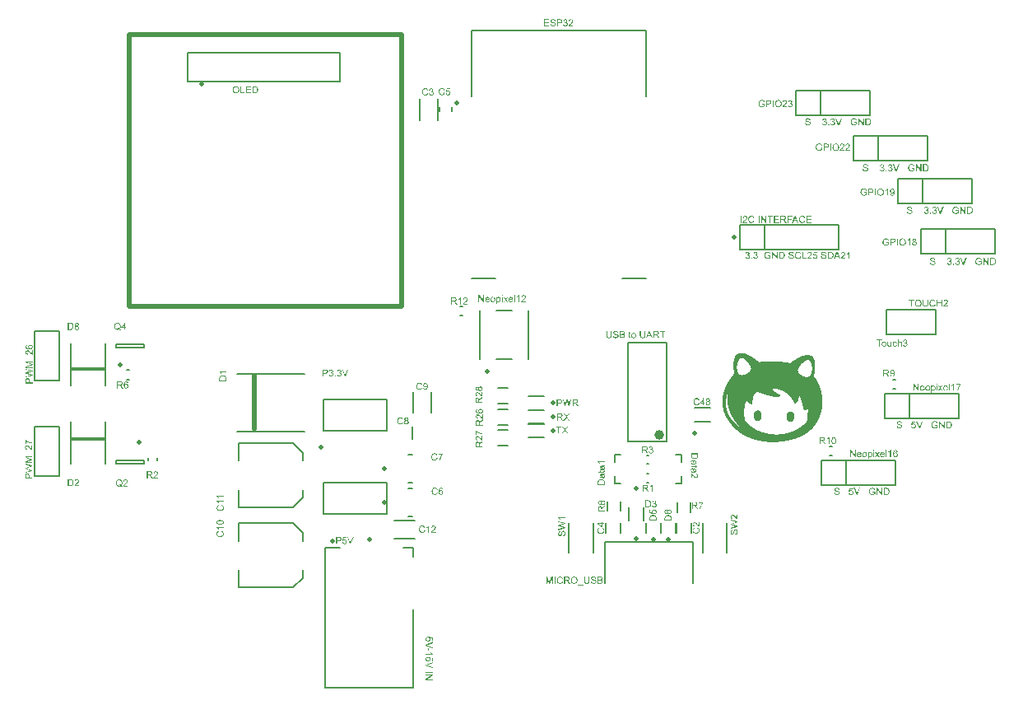
<source format=gto>
%FSLAX33Y33*%
%MOMM*%
%ADD10C,0.508*%
%ADD11C,0.0508*%
%ADD12C,0.15*%
%ADD13C,1.*%
%ADD14C,0.5*%
%ADD15C,0.5*%
%ADD16C,0.5*%
%ADD17C,0.3*%
%ADD18C,0.5*%
D10*
%LNpath-0*%
G01*
X-104150Y-0475D02*
X-76150Y-0475D01*
X-76150Y27525*
X-104150Y27525*
X-104150Y-0475*
%LNtop silkscreen_traces*%
D11*
X-37726Y-14305D02*
X-37726Y-14305D01*
X-37726Y-14305*
X-37613Y-14305*
X-37613Y-14300*
X-37613Y-14300*
X-37531Y-14300*
X-37531Y-14296*
X-37531Y-14296*
X-37460Y-14296*
X-37460Y-14291*
X-37459Y-14291*
X-37398Y-14291*
X-37398Y-14286*
X-37398Y-14286*
X-37342Y-14286*
X-37342Y-14282*
X-37341Y-14282*
X-37290Y-14282*
X-37290Y-14277*
X-37290Y-14277*
X-37239Y-14277*
X-37239Y-14272*
X-37239Y-14272*
X-37198Y-14272*
X-37198Y-14268*
X-37198Y-14267*
X-37152Y-14267*
X-37152Y-14263*
X-37152Y-14263*
X-37111Y-14263*
X-37111Y-14258*
X-37111Y-14258*
X-37075Y-14258*
X-37075Y-14253*
X-37075Y-14253*
X-37039Y-14253*
X-37039Y-14249*
X-37039Y-14249*
X-37003Y-14249*
X-37003Y-14244*
X-37003Y-14244*
X-36967Y-14244*
X-36967Y-14239*
X-36967Y-14239*
X-36931Y-14239*
X-36931Y-14235*
X-36931Y-14234*
X-36900Y-14234*
X-36900Y-14230*
X-36900Y-14230*
X-36870Y-14230*
X-36870Y-14225*
X-36869Y-14225*
X-36839Y-14225*
X-36839Y-14220*
X-36839Y-14220*
X-36808Y-14220*
X-36808Y-14216*
X-36808Y-14216*
X-36777Y-14216*
X-36777Y-14211*
X-36777Y-14211*
X-36752Y-14211*
X-36752Y-14206*
X-36751Y-14206*
X-36726Y-14206*
X-36726Y-14202*
X-36726Y-14202*
X-36695Y-14202*
X-36695Y-14197*
X-36695Y-14197*
X-36670Y-14197*
X-36670Y-14192*
X-36669Y-14192*
X-36644Y-14192*
X-36644Y-14188*
X-36644Y-14187*
X-36618Y-14187*
X-36618Y-14183*
X-36618Y-14183*
X-36593Y-14183*
X-36593Y-14178*
X-36592Y-14178*
X-36567Y-14178*
X-36567Y-14173*
X-36567Y-14173*
X-36546Y-14173*
X-36546Y-14169*
X-36546Y-14169*
X-36521Y-14169*
X-36521Y-14164*
X-36521Y-14164*
X-36495Y-14164*
X-36495Y-14159*
X-36495Y-14159*
X-36475Y-14159*
X-36475Y-14155*
X-36474Y-14154*
X-36449Y-14154*
X-36449Y-14150*
X-36449Y-14150*
X-36428Y-14150*
X-36428Y-14145*
X-36428Y-14145*
X-36408Y-14145*
X-36408Y-14141*
X-36408Y-14140*
X-36387Y-14140*
X-36387Y-14136*
X-36387Y-14136*
X-36362Y-14136*
X-36362Y-14131*
X-36362Y-14131*
X-36341Y-14131*
X-36341Y-14126*
X-36341Y-14126*
X-36321Y-14126*
X-36321Y-14122*
X-36321Y-14122*
X-36300Y-14122*
X-36300Y-14117*
X-36300Y-14117*
X-36280Y-14117*
X-36280Y-14112*
X-36280Y-14112*
X-36259Y-14112*
X-36259Y-14108*
X-36259Y-14107*
X-36239Y-14107*
X-36239Y-14103*
X-36238Y-14103*
X-36223Y-14103*
X-36223Y-14098*
X-36223Y-14098*
X-36203Y-14098*
X-36203Y-14093*
X-36203Y-14093*
X-36182Y-14093*
X-36182Y-14089*
X-36182Y-14089*
X-36162Y-14089*
X-36162Y-14084*
X-36162Y-14084*
X-36146Y-14084*
X-36146Y-14079*
X-36146Y-14079*
X-36126Y-14079*
X-36126Y-14075*
X-36126Y-14074*
X-36105Y-14074*
X-36105Y-14070*
X-36105Y-14070*
X-36090Y-14070*
X-36090Y-14065*
X-36090Y-14065*
X-36069Y-14065*
X-36069Y-14061*
X-36069Y-14060*
X-36054Y-14060*
X-36054Y-14056*
X-36054Y-14056*
X-36033Y-14056*
X-36033Y-14051*
X-36033Y-14051*
X-36018Y-14051*
X-36018Y-14046*
X-36018Y-14046*
X-36003Y-14046*
X-36003Y-14042*
X-36003Y-14042*
X-35982Y-14042*
X-35982Y-14037*
X-35982Y-14037*
X-35967Y-14037*
X-35967Y-14032*
X-35967Y-14032*
X-35951Y-14032*
X-35951Y-14028*
X-35951Y-14027*
X-35931Y-14027*
X-35931Y-14023*
X-35931Y-14023*
X-35915Y-14023*
X-35915Y-14018*
X-35915Y-14018*
X-35900Y-14018*
X-35900Y-14013*
X-35900Y-14013*
X-35885Y-14013*
X-35885Y-14009*
X-35885Y-14009*
X-35869Y-14009*
X-35869Y-14004*
X-35869Y-14004*
X-35849Y-14004*
X-35849Y-13999*
X-35849Y-13999*
X-35833Y-13999*
X-35833Y-13995*
X-35833Y-13994*
X-35818Y-13994*
X-35818Y-13990*
X-35818Y-13990*
X-35803Y-13990*
X-35803Y-13985*
X-35802Y-13985*
X-35787Y-13985*
X-35787Y-13981*
X-35787Y-13980*
X-35772Y-13980*
X-35772Y-13976*
X-35772Y-13976*
X-35756Y-13976*
X-35756Y-13971*
X-35756Y-13971*
X-35741Y-13971*
X-35741Y-13966*
X-35741Y-13966*
X-35726Y-13966*
X-35726Y-13962*
X-35726Y-13962*
X-35710Y-13962*
X-35710Y-13957*
X-35710Y-13957*
X-35700Y-13957*
X-35700Y-13952*
X-35700Y-13952*
X-35685Y-13952*
X-35685Y-13948*
X-35684Y-13947*
X-35669Y-13947*
X-35669Y-13943*
X-35669Y-13943*
X-35654Y-13943*
X-35654Y-13938*
X-35654Y-13938*
X-35644Y-13938*
X-35644Y-13933*
X-35643Y-13933*
X-35628Y-13933*
X-35628Y-13929*
X-35628Y-13929*
X-35613Y-13929*
X-35613Y-13924*
X-35613Y-13924*
X-35603Y-13924*
X-35603Y-13919*
X-35602Y-13919*
X-35587Y-13919*
X-35587Y-13915*
X-35587Y-13915*
X-35572Y-13915*
X-35572Y-13910*
X-35572Y-13910*
X-35562Y-13910*
X-35562Y-13905*
X-35561Y-13905*
X-35546Y-13905*
X-35546Y-13901*
X-35546Y-13900*
X-35536Y-13900*
X-35536Y-13896*
X-35536Y-13896*
X-35520Y-13896*
X-35520Y-13891*
X-35520Y-13891*
X-35510Y-13891*
X-35510Y-13886*
X-35510Y-13886*
X-35495Y-13886*
X-35495Y-13882*
X-35495Y-13882*
X-35485Y-13882*
X-35485Y-13877*
X-35484Y-13877*
X-35469Y-13877*
X-35469Y-13872*
X-35469Y-13872*
X-35459Y-13872*
X-35459Y-13868*
X-35459Y-13867*
X-35449Y-13867*
X-35449Y-13863*
X-35449Y-13863*
X-35433Y-13863*
X-35433Y-13858*
X-35433Y-13858*
X-35423Y-13858*
X-35423Y-13853*
X-35423Y-13853*
X-35413Y-13853*
X-35413Y-13849*
X-35413Y-13849*
X-35397Y-13849*
X-35397Y-13844*
X-35397Y-13844*
X-35387Y-13844*
X-35387Y-13839*
X-35387Y-13839*
X-35377Y-13839*
X-35377Y-13835*
X-35377Y-13835*
X-35361Y-13835*
X-35361Y-13830*
X-35361Y-13830*
X-35351Y-13830*
X-35351Y-13825*
X-35351Y-13825*
X-35341Y-13825*
X-35341Y-13821*
X-35341Y-13820*
X-35331Y-13820*
X-35331Y-13816*
X-35331Y-13816*
X-35320Y-13816*
X-35320Y-13811*
X-35320Y-13811*
X-35305Y-13811*
X-35305Y-13806*
X-35305Y-13806*
X-35295Y-13806*
X-35295Y-13802*
X-35295Y-13802*
X-35285Y-13802*
X-35285Y-13797*
X-35284Y-13797*
X-35274Y-13797*
X-35274Y-13792*
X-35274Y-13792*
X-35264Y-13792*
X-35264Y-13788*
X-35264Y-13787*
X-35254Y-13787*
X-35254Y-13783*
X-35254Y-13783*
X-35243Y-13783*
X-35243Y-13778*
X-35243Y-13778*
X-35233Y-13778*
X-35233Y-13773*
X-35233Y-13773*
X-35223Y-13773*
X-35223Y-13769*
X-35223Y-13769*
X-35213Y-13769*
X-35213Y-13764*
X-35213Y-13764*
X-35202Y-13764*
X-35202Y-13759*
X-35202Y-13759*
X-35192Y-13759*
X-35192Y-13755*
X-35192Y-13755*
X-35182Y-13755*
X-35182Y-13750*
X-35182Y-13750*
X-35172Y-13750*
X-35172Y-13745*
X-35172Y-13745*
X-35161Y-13745*
X-35161Y-13741*
X-35161Y-13740*
X-35151Y-13740*
X-35151Y-13736*
X-35151Y-13736*
X-35141Y-13736*
X-35141Y-13731*
X-35141Y-13731*
X-35131Y-13731*
X-35131Y-13726*
X-35130Y-13726*
X-35120Y-13726*
X-35120Y-13722*
X-35120Y-13722*
X-35110Y-13722*
X-35110Y-13717*
X-35110Y-13717*
X-35100Y-13717*
X-35100Y-13712*
X-35100Y-13712*
X-35090Y-13712*
X-35090Y-13708*
X-35089Y-13707*
X-35079Y-13707*
X-35079Y-13703*
X-35079Y-13703*
X-35069Y-13703*
X-35069Y-13698*
X-35069Y-13698*
X-35064Y-13698*
X-35064Y-13694*
X-35064Y-13693*
X-35054Y-13693*
X-35054Y-13689*
X-35054Y-13689*
X-35043Y-13689*
X-35043Y-13684*
X-35043Y-13684*
X-35033Y-13684*
X-35033Y-13679*
X-35033Y-13679*
X-35023Y-13679*
X-35023Y-13675*
X-35023Y-13675*
X-35018Y-13675*
X-35018Y-13670*
X-35018Y-13670*
X-35008Y-13670*
X-35008Y-13665*
X-35007Y-13665*
X-34997Y-13665*
X-34997Y-13661*
X-34997Y-13660*
X-34987Y-13660*
X-34987Y-13656*
X-34987Y-13656*
X-34982Y-13656*
X-34982Y-13651*
X-34982Y-13651*
X-34972Y-13651*
X-34972Y-13646*
X-34971Y-13646*
X-34961Y-13646*
X-34961Y-13642*
X-34961Y-13642*
X-34951Y-13642*
X-34951Y-13637*
X-34951Y-13637*
X-34946Y-13637*
X-34946Y-13632*
X-34946Y-13632*
X-34936Y-13632*
X-34936Y-13628*
X-34936Y-13627*
X-34925Y-13627*
X-34925Y-13623*
X-34925Y-13623*
X-34920Y-13623*
X-34920Y-13618*
X-34920Y-13618*
X-34910Y-13618*
X-34910Y-13614*
X-34910Y-13613*
X-34900Y-13613*
X-34900Y-13609*
X-34900Y-13609*
X-34895Y-13609*
X-34895Y-13604*
X-34895Y-13604*
X-34884Y-13604*
X-34884Y-13599*
X-34884Y-13599*
X-34874Y-13599*
X-34874Y-13595*
X-34874Y-13595*
X-34869Y-13595*
X-34869Y-13590*
X-34869Y-13590*
X-34859Y-13590*
X-34859Y-13585*
X-34859Y-13585*
X-34848Y-13585*
X-34848Y-13581*
X-34848Y-13580*
X-34843Y-13580*
X-34843Y-13576*
X-34843Y-13576*
X-34833Y-13576*
X-34833Y-13571*
X-34833Y-13571*
X-34828Y-13571*
X-34828Y-13566*
X-34828Y-13566*
X-34818Y-13566*
X-34818Y-13562*
X-34818Y-13562*
X-34813Y-13562*
X-34813Y-13557*
X-34812Y-13557*
X-34802Y-13557*
X-34802Y-13552*
X-34802Y-13552*
X-34792Y-13552*
X-34792Y-13548*
X-34792Y-13547*
X-34787Y-13547*
X-34787Y-13543*
X-34787Y-13543*
X-34777Y-13543*
X-34777Y-13538*
X-34777Y-13538*
X-34772Y-13538*
X-34772Y-13534*
X-34771Y-13533*
X-34761Y-13533*
X-34761Y-13529*
X-34761Y-13529*
X-34756Y-13529*
X-34756Y-13524*
X-34756Y-13524*
X-34746Y-13524*
X-34746Y-13519*
X-34746Y-13519*
X-34741Y-13519*
X-34741Y-13515*
X-34741Y-13515*
X-34731Y-13515*
X-34731Y-13510*
X-34730Y-13510*
X-34725Y-13510*
X-34725Y-13505*
X-34725Y-13505*
X-34715Y-13505*
X-34715Y-13501*
X-34715Y-13500*
X-34710Y-13500*
X-34710Y-13496*
X-34710Y-13496*
X-34700Y-13496*
X-34700Y-13491*
X-34700Y-13491*
X-34695Y-13491*
X-34695Y-13486*
X-34694Y-13486*
X-34689Y-13486*
X-34689Y-13482*
X-34689Y-13482*
X-34679Y-13482*
X-34679Y-13477*
X-34679Y-13477*
X-34674Y-13477*
X-34674Y-13472*
X-34674Y-13472*
X-34664Y-13472*
X-34664Y-13468*
X-34664Y-13468*
X-34659Y-13468*
X-34659Y-13463*
X-34659Y-13463*
X-34648Y-13463*
X-34648Y-13458*
X-34648Y-13458*
X-34643Y-13458*
X-34643Y-13454*
X-34643Y-13453*
X-34638Y-13453*
X-34638Y-13449*
X-34638Y-13449*
X-34628Y-13449*
X-34628Y-13444*
X-34628Y-13444*
X-34623Y-13444*
X-34623Y-13439*
X-34623Y-13439*
X-34613Y-13439*
X-34613Y-13435*
X-34612Y-13435*
X-34607Y-13435*
X-34607Y-13430*
X-34607Y-13430*
X-34602Y-13430*
X-34602Y-13425*
X-34602Y-13425*
X-34592Y-13425*
X-34592Y-13421*
X-34592Y-13420*
X-34587Y-13420*
X-34587Y-13416*
X-34587Y-13416*
X-34582Y-13416*
X-34582Y-13411*
X-34582Y-13411*
X-34571Y-13411*
X-34571Y-13406*
X-34571Y-13406*
X-34566Y-13406*
X-34566Y-13402*
X-34566Y-13402*
X-34561Y-13402*
X-34561Y-13397*
X-34561Y-13397*
X-34551Y-13397*
X-34551Y-13392*
X-34551Y-13392*
X-34546Y-13392*
X-34546Y-13388*
X-34546Y-13388*
X-34541Y-13388*
X-34541Y-13383*
X-34541Y-13383*
X-34530Y-13383*
X-34530Y-13378*
X-34530Y-13378*
X-34525Y-13378*
X-34525Y-13374*
X-34525Y-13373*
X-34520Y-13373*
X-34520Y-13369*
X-34520Y-13369*
X-34510Y-13369*
X-34510Y-13364*
X-34510Y-13364*
X-34505Y-13364*
X-34505Y-13359*
X-34505Y-13359*
X-34500Y-13359*
X-34500Y-13355*
X-34500Y-13355*
X-34495Y-13355*
X-34495Y-13350*
X-34494Y-13350*
X-34484Y-13350*
X-34484Y-13345*
X-34484Y-13345*
X-34479Y-13345*
X-34479Y-13341*
X-34479Y-13340*
X-34474Y-13340*
X-34474Y-13336*
X-34474Y-13336*
X-34469Y-13336*
X-34469Y-13331*
X-34469Y-13331*
X-34459Y-13331*
X-34459Y-13326*
X-34458Y-13326*
X-34454Y-13326*
X-34454Y-13322*
X-34453Y-13322*
X-34448Y-13322*
X-34448Y-13317*
X-34448Y-13317*
X-34443Y-13317*
X-34443Y-13312*
X-34443Y-13312*
X-34433Y-13312*
X-34433Y-13308*
X-34433Y-13308*
X-34428Y-13308*
X-34428Y-13303*
X-34428Y-13303*
X-34423Y-13303*
X-34423Y-13298*
X-34423Y-13298*
X-34418Y-13298*
X-34418Y-13294*
X-34417Y-13293*
X-34412Y-13293*
X-34412Y-13289*
X-34412Y-13289*
X-34402Y-13289*
X-34402Y-13284*
X-34402Y-13284*
X-34397Y-13284*
X-34397Y-13279*
X-34397Y-13279*
X-34392Y-13279*
X-34392Y-13275*
X-34392Y-13275*
X-34387Y-13275*
X-34387Y-13270*
X-34387Y-13270*
X-34382Y-13270*
X-34382Y-13265*
X-34382Y-13265*
X-34371Y-13265*
X-34371Y-13261*
X-34371Y-13260*
X-34366Y-13260*
X-34366Y-13256*
X-34366Y-13256*
X-34361Y-13256*
X-34361Y-13251*
X-34361Y-13251*
X-34356Y-13251*
X-34356Y-13247*
X-34356Y-13246*
X-34351Y-13246*
X-34351Y-13242*
X-34351Y-13242*
X-34346Y-13242*
X-34346Y-13237*
X-34346Y-13237*
X-34341Y-13237*
X-34341Y-13232*
X-34341Y-13232*
X-34330Y-13232*
X-34330Y-13228*
X-34330Y-13228*
X-34325Y-13228*
X-34325Y-13223*
X-34325Y-13223*
X-34320Y-13223*
X-34320Y-13218*
X-34320Y-13218*
X-34315Y-13218*
X-34315Y-13214*
X-34315Y-13213*
X-34310Y-13213*
X-34310Y-13209*
X-34310Y-13209*
X-34305Y-13209*
X-34305Y-13204*
X-34305Y-13204*
X-34300Y-13204*
X-34300Y-13199*
X-34299Y-13199*
X-34294Y-13199*
X-34294Y-13195*
X-34294Y-13195*
X-34284Y-13195*
X-34284Y-13190*
X-34284Y-13190*
X-34279Y-13190*
X-34279Y-13185*
X-34279Y-13185*
X-34274Y-13185*
X-34274Y-13181*
X-34274Y-13180*
X-34269Y-13180*
X-34269Y-13176*
X-34269Y-13176*
X-34264Y-13176*
X-34264Y-13171*
X-34264Y-13171*
X-34259Y-13171*
X-34259Y-13167*
X-34258Y-13166*
X-34253Y-13166*
X-34253Y-13162*
X-34253Y-13162*
X-34248Y-13162*
X-34248Y-13157*
X-34248Y-13157*
X-34243Y-13157*
X-34243Y-13152*
X-34243Y-13152*
X-34238Y-13152*
X-34238Y-13148*
X-34238Y-13148*
X-34233Y-13148*
X-34233Y-13143*
X-34233Y-13143*
X-34228Y-13143*
X-34228Y-13138*
X-34228Y-13138*
X-34223Y-13138*
X-34223Y-13134*
X-34223Y-13133*
X-34212Y-13133*
X-34212Y-13129*
X-34212Y-13129*
X-34207Y-13129*
X-34207Y-13124*
X-34207Y-13124*
X-34202Y-13124*
X-34202Y-13119*
X-34202Y-13119*
X-34197Y-13119*
X-34197Y-13115*
X-34197Y-13115*
X-34192Y-13115*
X-34192Y-13110*
X-34192Y-13110*
X-34187Y-13110*
X-34187Y-13105*
X-34187Y-13105*
X-34182Y-13105*
X-34182Y-13101*
X-34181Y-13100*
X-34177Y-13100*
X-34177Y-13096*
X-34176Y-13096*
X-34171Y-13096*
X-34171Y-13091*
X-34171Y-13091*
X-34166Y-13091*
X-34166Y-13087*
X-34166Y-13086*
X-34161Y-13086*
X-34161Y-13082*
X-34161Y-13082*
X-34156Y-13082*
X-34156Y-13077*
X-34156Y-13077*
X-34151Y-13077*
X-34151Y-13072*
X-34151Y-13072*
X-34146Y-13072*
X-34146Y-13068*
X-34146Y-13068*
X-34141Y-13068*
X-34141Y-13063*
X-34140Y-13063*
X-34135Y-13063*
X-34135Y-13058*
X-34135Y-13058*
X-34130Y-13058*
X-34130Y-13054*
X-34130Y-13053*
X-34125Y-13053*
X-34125Y-13049*
X-34125Y-13049*
X-34120Y-13049*
X-34120Y-13044*
X-34120Y-13044*
X-34115Y-13044*
X-34115Y-13039*
X-34115Y-13039*
X-34110Y-13039*
X-34110Y-13035*
X-34110Y-13035*
X-34105Y-13035*
X-34105Y-13030*
X-34105Y-13030*
X-34100Y-13030*
X-34100Y-13025*
X-34099Y-13025*
X-34094Y-13025*
X-34094Y-13021*
X-34094Y-13021*
X-34089Y-13021*
X-34089Y-13011*
X-34089Y-13011*
X-34084Y-13011*
X-34084Y-13007*
X-34084Y-13006*
X-34079Y-13006*
X-34079Y-13002*
X-34079Y-13002*
X-34074Y-13002*
X-34074Y-12997*
X-34074Y-12997*
X-34069Y-12997*
X-34069Y-12992*
X-34069Y-12992*
X-34064Y-12992*
X-34064Y-12988*
X-34064Y-12988*
X-34059Y-12988*
X-34059Y-12983*
X-34058Y-12983*
X-34053Y-12983*
X-34053Y-12978*
X-34053Y-12978*
X-34048Y-12978*
X-34048Y-12974*
X-34048Y-12973*
X-34043Y-12973*
X-34043Y-12969*
X-34043Y-12969*
X-34038Y-12969*
X-34038Y-12964*
X-34038Y-12964*
X-34033Y-12964*
X-34033Y-12959*
X-34033Y-12959*
X-34028Y-12959*
X-34028Y-12955*
X-34028Y-12955*
X-34023Y-12955*
X-34023Y-12950*
X-34022Y-12950*
X-34017Y-12950*
X-34017Y-12945*
X-34017Y-12945*
X-34012Y-12945*
X-34012Y-12941*
X-34012Y-12941*
X-34007Y-12941*
X-34007Y-12936*
X-34007Y-12936*
X-34002Y-12936*
X-34002Y-12931*
X-34002Y-12931*
X-33997Y-12931*
X-33997Y-12927*
X-33997Y-12926*
X-33992Y-12926*
X-33992Y-12922*
X-33992Y-12922*
X-33987Y-12922*
X-33987Y-12912*
X-33987Y-12912*
X-33982Y-12912*
X-33982Y-12908*
X-33981Y-12908*
X-33976Y-12908*
X-33976Y-12903*
X-33976Y-12903*
X-33971Y-12903*
X-33971Y-12898*
X-33971Y-12898*
X-33966Y-12898*
X-33966Y-12894*
X-33966Y-12893*
X-33961Y-12893*
X-33961Y-12889*
X-33961Y-12889*
X-33956Y-12889*
X-33956Y-12884*
X-33956Y-12884*
X-33951Y-12884*
X-33951Y-12875*
X-33951Y-12875*
X-33946Y-12875*
X-33946Y-12870*
X-33946Y-12870*
X-33941Y-12870*
X-33941Y-12865*
X-33940Y-12865*
X-33935Y-12865*
X-33935Y-12861*
X-33935Y-12861*
X-33930Y-12861*
X-33930Y-12856*
X-33930Y-12856*
X-33925Y-12856*
X-33925Y-12851*
X-33925Y-12851*
X-33920Y-12851*
X-33920Y-12842*
X-33920Y-12842*
X-33915Y-12842*
X-33915Y-12837*
X-33915Y-12837*
X-33910Y-12837*
X-33910Y-12832*
X-33910Y-12832*
X-33905Y-12832*
X-33905Y-12828*
X-33904Y-12828*
X-33900Y-12828*
X-33900Y-12818*
X-33899Y-12818*
X-33894Y-12818*
X-33894Y-12814*
X-33894Y-12813*
X-33889Y-12813*
X-33889Y-12809*
X-33889Y-12809*
X-33884Y-12809*
X-33884Y-12804*
X-33884Y-12804*
X-33879Y-12804*
X-33879Y-12800*
X-33879Y-12799*
X-33874Y-12799*
X-33874Y-12790*
X-33874Y-12790*
X-33869Y-12790*
X-33869Y-12785*
X-33869Y-12785*
X-33864Y-12785*
X-33864Y-12781*
X-33863Y-12781*
X-33858Y-12781*
X-33858Y-12776*
X-33858Y-12776*
X-33853Y-12776*
X-33853Y-12767*
X-33853Y-12766*
X-33848Y-12766*
X-33848Y-12762*
X-33848Y-12762*
X-33843Y-12762*
X-33843Y-12757*
X-33843Y-12757*
X-33838Y-12757*
X-33838Y-12752*
X-33838Y-12752*
X-33833Y-12752*
X-33833Y-12743*
X-33833Y-12743*
X-33828Y-12743*
X-33828Y-12738*
X-33828Y-12738*
X-33823Y-12738*
X-33823Y-12734*
X-33822Y-12733*
X-33817Y-12733*
X-33817Y-12724*
X-33817Y-12724*
X-33812Y-12724*
X-33812Y-12720*
X-33812Y-12719*
X-33807Y-12719*
X-33807Y-12715*
X-33807Y-12715*
X-33802Y-12715*
X-33802Y-12705*
X-33802Y-12705*
X-33797Y-12705*
X-33797Y-12701*
X-33797Y-12701*
X-33792Y-12701*
X-33792Y-12696*
X-33792Y-12696*
X-33787Y-12696*
X-33787Y-12687*
X-33787Y-12686*
X-33782Y-12686*
X-33782Y-12682*
X-33781Y-12682*
X-33776Y-12682*
X-33776Y-12677*
X-33776Y-12677*
X-33771Y-12677*
X-33771Y-12668*
X-33771Y-12668*
X-33766Y-12668*
X-33766Y-12663*
X-33766Y-12663*
X-33761Y-12663*
X-33761Y-12658*
X-33761Y-12658*
X-33756Y-12658*
X-33756Y-12649*
X-33756Y-12649*
X-33751Y-12649*
X-33751Y-12644*
X-33751Y-12644*
X-33746Y-12644*
X-33746Y-12635*
X-33745Y-12635*
X-33740Y-12635*
X-33740Y-12630*
X-33740Y-12630*
X-33735Y-12630*
X-33735Y-12625*
X-33735Y-12625*
X-33730Y-12625*
X-33730Y-12616*
X-33730Y-12616*
X-33725Y-12616*
X-33725Y-12611*
X-33725Y-12611*
X-33720Y-12611*
X-33720Y-12602*
X-33720Y-12602*
X-33715Y-12602*
X-33715Y-12597*
X-33715Y-12597*
X-33710Y-12597*
X-33710Y-12592*
X-33710Y-12592*
X-33705Y-12592*
X-33705Y-12583*
X-33704Y-12583*
X-33699Y-12583*
X-33699Y-12578*
X-33699Y-12578*
X-33694Y-12578*
X-33694Y-12569*
X-33694Y-12569*
X-33689Y-12569*
X-33689Y-12564*
X-33689Y-12564*
X-33684Y-12564*
X-33684Y-12555*
X-33684Y-12555*
X-33679Y-12555*
X-33679Y-12550*
X-33679Y-12550*
X-33674Y-12550*
X-33674Y-12541*
X-33674Y-12541*
X-33669Y-12541*
X-33669Y-12536*
X-33669Y-12536*
X-33664Y-12536*
X-33664Y-12527*
X-33663Y-12526*
X-33658Y-12526*
X-33658Y-12522*
X-33658Y-12522*
X-33653Y-12522*
X-33653Y-12512*
X-33653Y-12512*
X-33648Y-12512*
X-33648Y-12508*
X-33648Y-12508*
X-33643Y-12508*
X-33643Y-12498*
X-33643Y-12498*
X-33638Y-12498*
X-33638Y-12494*
X-33638Y-12494*
X-33633Y-12494*
X-33633Y-12484*
X-33633Y-12484*
X-33628Y-12484*
X-33628Y-12480*
X-33627Y-12479*
X-33623Y-12479*
X-33623Y-12470*
X-33622Y-12470*
X-33617Y-12470*
X-33617Y-12465*
X-33617Y-12465*
X-33612Y-12465*
X-33612Y-12456*
X-33612Y-12456*
X-33607Y-12456*
X-33607Y-12447*
X-33607Y-12446*
X-33602Y-12446*
X-33602Y-12442*
X-33602Y-12442*
X-33597Y-12442*
X-33597Y-12432*
X-33597Y-12432*
X-33592Y-12432*
X-33592Y-12428*
X-33592Y-12428*
X-33587Y-12428*
X-33587Y-12418*
X-33586Y-12418*
X-33581Y-12418*
X-33581Y-12409*
X-33581Y-12409*
X-33576Y-12409*
X-33576Y-12404*
X-33576Y-12404*
X-33571Y-12404*
X-33571Y-12395*
X-33571Y-12395*
X-33566Y-12395*
X-33566Y-12385*
X-33566Y-12385*
X-33561Y-12385*
X-33561Y-12381*
X-33561Y-12381*
X-33556Y-12381*
X-33556Y-12371*
X-33556Y-12371*
X-33551Y-12371*
X-33551Y-12362*
X-33551Y-12362*
X-33546Y-12362*
X-33546Y-12357*
X-33545Y-12357*
X-33540Y-12357*
X-33540Y-12348*
X-33540Y-12348*
X-33535Y-12348*
X-33535Y-12338*
X-33535Y-12338*
X-33530Y-12338*
X-33530Y-12329*
X-33530Y-12329*
X-33525Y-12329*
X-33525Y-12324*
X-33525Y-12324*
X-33520Y-12324*
X-33520Y-12315*
X-33520Y-12315*
X-33515Y-12315*
X-33515Y-12305*
X-33515Y-12305*
X-33510Y-12305*
X-33510Y-12296*
X-33510Y-12296*
X-33505Y-12296*
X-33505Y-12291*
X-33504Y-12291*
X-33499Y-12291*
X-33499Y-12282*
X-33499Y-12282*
X-33494Y-12282*
X-33494Y-12273*
X-33494Y-12272*
X-33489Y-12272*
X-33489Y-12263*
X-33489Y-12263*
X-33484Y-12263*
X-33484Y-12254*
X-33484Y-12254*
X-33479Y-12254*
X-33479Y-12249*
X-33479Y-12249*
X-33474Y-12249*
X-33474Y-12240*
X-33474Y-12239*
X-33469Y-12239*
X-33469Y-12230*
X-33468Y-12230*
X-33463Y-12230*
X-33463Y-12221*
X-33463Y-12221*
X-33458Y-12221*
X-33458Y-12211*
X-33458Y-12211*
X-33453Y-12211*
X-33453Y-12202*
X-33453Y-12202*
X-33448Y-12202*
X-33448Y-12193*
X-33448Y-12192*
X-33443Y-12192*
X-33443Y-12183*
X-33443Y-12183*
X-33438Y-12183*
X-33438Y-12178*
X-33438Y-12178*
X-33433Y-12178*
X-33433Y-12169*
X-33433Y-12169*
X-33428Y-12169*
X-33428Y-12160*
X-33427Y-12159*
X-33422Y-12159*
X-33422Y-12150*
X-33422Y-12150*
X-33417Y-12150*
X-33417Y-12141*
X-33417Y-12141*
X-33412Y-12141*
X-33412Y-12131*
X-33412Y-12131*
X-33407Y-12131*
X-33407Y-12122*
X-33407Y-12122*
X-33402Y-12122*
X-33402Y-12113*
X-33402Y-12112*
X-33397Y-12112*
X-33397Y-12103*
X-33397Y-12103*
X-33392Y-12103*
X-33392Y-12094*
X-33392Y-12094*
X-33387Y-12094*
X-33387Y-12084*
X-33386Y-12084*
X-33381Y-12084*
X-33381Y-12070*
X-33381Y-12070*
X-33376Y-12070*
X-33376Y-12061*
X-33376Y-12061*
X-33371Y-12061*
X-33371Y-12051*
X-33371Y-12051*
X-33366Y-12051*
X-33366Y-12042*
X-33366Y-12042*
X-33361Y-12042*
X-33361Y-12033*
X-33361Y-12032*
X-33356Y-12032*
X-33356Y-12023*
X-33356Y-12023*
X-33351Y-12023*
X-33351Y-12014*
X-33350Y-12014*
X-33345Y-12014*
X-33345Y-12000*
X-33345Y-11999*
X-33340Y-11999*
X-33340Y-11990*
X-33340Y-11990*
X-33335Y-11990*
X-33335Y-11981*
X-33335Y-11981*
X-33330Y-11981*
X-33330Y-11971*
X-33330Y-11971*
X-33325Y-11971*
X-33325Y-11957*
X-33325Y-11957*
X-33320Y-11957*
X-33320Y-11948*
X-33320Y-11948*
X-33315Y-11948*
X-33315Y-11938*
X-33315Y-11938*
X-33310Y-11938*
X-33310Y-11929*
X-33309Y-11929*
X-33304Y-11929*
X-33304Y-11915*
X-33304Y-11915*
X-33299Y-11915*
X-33299Y-11906*
X-33299Y-11905*
X-33294Y-11905*
X-33294Y-11891*
X-33294Y-11891*
X-33289Y-11891*
X-33289Y-11882*
X-33289Y-11882*
X-33284Y-11882*
X-33284Y-11873*
X-33284Y-11872*
X-33279Y-11872*
X-33279Y-11858*
X-33279Y-11858*
X-33274Y-11858*
X-33274Y-11849*
X-33274Y-11849*
X-33269Y-11849*
X-33269Y-11835*
X-33268Y-11835*
X-33263Y-11835*
X-33263Y-11826*
X-33263Y-11825*
X-33258Y-11825*
X-33258Y-11811*
X-33258Y-11811*
X-33253Y-11811*
X-33253Y-11802*
X-33253Y-11802*
X-33248Y-11802*
X-33248Y-11788*
X-33248Y-11788*
X-33243Y-11788*
X-33243Y-11774*
X-33243Y-11774*
X-33238Y-11774*
X-33238Y-11764*
X-33238Y-11764*
X-33233Y-11764*
X-33233Y-11750*
X-33232Y-11750*
X-33228Y-11750*
X-33228Y-11736*
X-33227Y-11736*
X-33222Y-11736*
X-33222Y-11727*
X-33222Y-11727*
X-33217Y-11727*
X-33217Y-11713*
X-33217Y-11712*
X-33212Y-11712*
X-33212Y-11698*
X-33212Y-11698*
X-33207Y-11698*
X-33207Y-11684*
X-33207Y-11684*
X-33202Y-11684*
X-33202Y-11675*
X-33202Y-11675*
X-33197Y-11675*
X-33197Y-11661*
X-33197Y-11661*
X-33192Y-11661*
X-33192Y-11647*
X-33191Y-11647*
X-33186Y-11647*
X-33186Y-11633*
X-33186Y-11632*
X-33181Y-11632*
X-33181Y-11618*
X-33181Y-11618*
X-33176Y-11618*
X-33176Y-11604*
X-33176Y-11604*
X-33171Y-11604*
X-33171Y-11590*
X-33171Y-11590*
X-33166Y-11590*
X-33166Y-11576*
X-33166Y-11576*
X-33161Y-11576*
X-33161Y-11562*
X-33161Y-11562*
X-33156Y-11562*
X-33156Y-11543*
X-33156Y-11543*
X-33151Y-11543*
X-33151Y-11529*
X-33150Y-11529*
X-33145Y-11529*
X-33145Y-11515*
X-33145Y-11515*
X-33140Y-11515*
X-33140Y-11501*
X-33140Y-11501*
X-33135Y-11501*
X-33135Y-11482*
X-33135Y-11482*
X-33130Y-11482*
X-33130Y-11468*
X-33130Y-11468*
X-33125Y-11468*
X-33125Y-11449*
X-33125Y-11449*
X-33120Y-11449*
X-33120Y-11435*
X-33120Y-11435*
X-33115Y-11435*
X-33115Y-11416*
X-33115Y-11416*
X-33110Y-11416*
X-33110Y-11402*
X-33109Y-11402*
X-33104Y-11402*
X-33104Y-11383*
X-33104Y-11383*
X-33099Y-11383*
X-33099Y-11364*
X-33099Y-11364*
X-33094Y-11364*
X-33094Y-11346*
X-33094Y-11345*
X-33089Y-11345*
X-33089Y-11331*
X-33089Y-11331*
X-33084Y-11331*
X-33084Y-11313*
X-33084Y-11312*
X-33079Y-11312*
X-33079Y-11294*
X-33079Y-11294*
X-33074Y-11294*
X-33074Y-11270*
X-33073Y-11270*
X-33068Y-11270*
X-33068Y-11251*
X-33068Y-11251*
X-33063Y-11251*
X-33063Y-11233*
X-33063Y-11232*
X-33058Y-11232*
X-33058Y-11214*
X-33058Y-11214*
X-33053Y-11214*
X-33053Y-11190*
X-33053Y-11190*
X-33048Y-11190*
X-33048Y-11167*
X-33048Y-11167*
X-33043Y-11167*
X-33043Y-11148*
X-33043Y-11148*
X-33038Y-11148*
X-33038Y-11124*
X-33038Y-11124*
X-33033Y-11124*
X-33033Y-11101*
X-33032Y-11101*
X-33027Y-11101*
X-33027Y-11077*
X-33027Y-11077*
X-33022Y-11077*
X-33022Y-11049*
X-33022Y-11049*
X-33017Y-11049*
X-33017Y-11026*
X-33017Y-11025*
X-33012Y-11025*
X-33012Y-10997*
X-33012Y-10997*
X-33007Y-10997*
X-33007Y-10969*
X-33007Y-10969*
X-33002Y-10969*
X-33002Y-10941*
X-33002Y-10941*
X-32997Y-10941*
X-32997Y-10913*
X-32997Y-10913*
X-32992Y-10913*
X-32992Y-10880*
X-32991Y-10880*
X-32986Y-10880*
X-32986Y-10847*
X-32986Y-10847*
X-32981Y-10847*
X-32981Y-10809*
X-32981Y-10809*
X-32976Y-10809*
X-32976Y-10772*
X-32976Y-10771*
X-32971Y-10771*
X-32971Y-10734*
X-32971Y-10734*
X-32966Y-10734*
X-32966Y-10687*
X-32966Y-10687*
X-32961Y-10687*
X-32961Y-10640*
X-32961Y-10640*
X-32956Y-10640*
X-32956Y-10583*
X-32955Y-10583*
X-32951Y-10583*
X-32951Y-10517*
X-32950Y-10517*
X-32945Y-10517*
X-32945Y-10428*
X-32945Y-10428*
X-32940Y-10428*
X-32940Y-10017*
X-32945Y-10017*
X-32945Y-10017*
X-32945Y-9927*
X-32950Y-9927*
X-32951Y-9927*
X-32951Y-9861*
X-32955Y-9861*
X-32956Y-9861*
X-32956Y-9805*
X-32961Y-9805*
X-32961Y-9805*
X-32961Y-9753*
X-32966Y-9753*
X-32966Y-9753*
X-32966Y-9706*
X-32971Y-9706*
X-32971Y-9706*
X-32971Y-9669*
X-32976Y-9669*
X-32976Y-9668*
X-32976Y-9626*
X-32981Y-9626*
X-32981Y-9626*
X-32981Y-9593*
X-32986Y-9593*
X-32986Y-9593*
X-32986Y-9556*
X-32991Y-9556*
X-32992Y-9555*
X-32992Y-9527*
X-32997Y-9527*
X-32997Y-9527*
X-32997Y-9494*
X-33002Y-9494*
X-33002Y-9494*
X-33002Y-9466*
X-33007Y-9466*
X-33007Y-9466*
X-33007Y-9438*
X-33012Y-9438*
X-33012Y-9438*
X-33012Y-9410*
X-33017Y-9410*
X-33017Y-9410*
X-33017Y-9381*
X-33022Y-9381*
X-33022Y-9381*
X-33022Y-9358*
X-33027Y-9358*
X-33027Y-9358*
X-33027Y-9330*
X-33032Y-9330*
X-33033Y-9330*
X-33033Y-9306*
X-33038Y-9306*
X-33038Y-9306*
X-33038Y-9283*
X-33043Y-9283*
X-33043Y-9283*
X-33043Y-9259*
X-33048Y-9259*
X-33048Y-9259*
X-33048Y-9240*
X-33053Y-9240*
X-33053Y-9240*
X-33053Y-9217*
X-33058Y-9217*
X-33058Y-9217*
X-33058Y-9193*
X-33063Y-9193*
X-33063Y-9193*
X-33063Y-9174*
X-33068Y-9174*
X-33068Y-9174*
X-33068Y-9156*
X-33073Y-9156*
X-33074Y-9155*
X-33074Y-9132*
X-33079Y-9132*
X-33079Y-9132*
X-33079Y-9113*
X-33084Y-9113*
X-33084Y-9113*
X-33084Y-9094*
X-33089Y-9094*
X-33089Y-9094*
X-33089Y-9076*
X-33094Y-9076*
X-33094Y-9075*
X-33094Y-9057*
X-33099Y-9057*
X-33099Y-9057*
X-33099Y-9038*
X-33104Y-9038*
X-33104Y-9038*
X-33104Y-9019*
X-33109Y-9019*
X-33110Y-9019*
X-33110Y-9000*
X-33115Y-9000*
X-33115Y-9000*
X-33115Y-8986*
X-33120Y-8986*
X-33120Y-8986*
X-33120Y-8967*
X-33125Y-8967*
X-33125Y-8967*
X-33125Y-8949*
X-33130Y-8949*
X-33130Y-8948*
X-33130Y-8934*
X-33135Y-8934*
X-33135Y-8934*
X-33135Y-8916*
X-33140Y-8916*
X-33140Y-8916*
X-33140Y-8902*
X-33145Y-8902*
X-33145Y-8901*
X-33145Y-8887*
X-33150Y-8887*
X-33151Y-8887*
X-33151Y-8869*
X-33156Y-8869*
X-33156Y-8868*
X-33156Y-8854*
X-33161Y-8854*
X-33161Y-8854*
X-33161Y-8840*
X-33166Y-8840*
X-33166Y-8840*
X-33166Y-8822*
X-33171Y-8822*
X-33171Y-8821*
X-33171Y-8807*
X-33176Y-8807*
X-33176Y-8807*
X-33176Y-8793*
X-33181Y-8793*
X-33181Y-8793*
X-33181Y-8779*
X-33186Y-8779*
X-33186Y-8779*
X-33186Y-8765*
X-33191Y-8765*
X-33192Y-8765*
X-33192Y-8751*
X-33197Y-8751*
X-33197Y-8751*
X-33197Y-8737*
X-33202Y-8737*
X-33202Y-8737*
X-33202Y-8723*
X-33207Y-8723*
X-33207Y-8723*
X-33207Y-8709*
X-33212Y-8709*
X-33212Y-8708*
X-33212Y-8695*
X-33217Y-8695*
X-33217Y-8694*
X-33217Y-8680*
X-33222Y-8680*
X-33222Y-8680*
X-33222Y-8666*
X-33227Y-8666*
X-33228Y-8666*
X-33228Y-8652*
X-33232Y-8652*
X-33233Y-8652*
X-33233Y-8638*
X-33238Y-8638*
X-33238Y-8638*
X-33238Y-8629*
X-33243Y-8629*
X-33243Y-8628*
X-33243Y-8615*
X-33248Y-8615*
X-33248Y-8614*
X-33248Y-8600*
X-33253Y-8600*
X-33253Y-8600*
X-33253Y-8586*
X-33258Y-8586*
X-33258Y-8586*
X-33258Y-8577*
X-33263Y-8577*
X-33263Y-8577*
X-33263Y-8563*
X-33268Y-8563*
X-33269Y-8563*
X-33269Y-8553*
X-33274Y-8553*
X-33274Y-8553*
X-33274Y-8539*
X-33279Y-8539*
X-33279Y-8539*
X-33279Y-8525*
X-33284Y-8525*
X-33284Y-8525*
X-33284Y-8516*
X-33289Y-8516*
X-33289Y-8516*
X-33289Y-8502*
X-33294Y-8502*
X-33294Y-8501*
X-33294Y-8492*
X-33299Y-8492*
X-33299Y-8492*
X-33299Y-8478*
X-33304Y-8478*
X-33304Y-8478*
X-33304Y-8469*
X-33309Y-8469*
X-33310Y-8469*
X-33310Y-8455*
X-33315Y-8455*
X-33315Y-8454*
X-33315Y-8445*
X-33320Y-8445*
X-33320Y-8445*
X-33320Y-8431*
X-33325Y-8431*
X-33325Y-8431*
X-33325Y-8422*
X-33330Y-8422*
X-33330Y-8421*
X-33330Y-8412*
X-33335Y-8412*
X-33335Y-8412*
X-33335Y-8398*
X-33340Y-8398*
X-33340Y-8398*
X-33340Y-8389*
X-33345Y-8389*
X-33345Y-8389*
X-33345Y-8379*
X-33350Y-8379*
X-33351Y-8379*
X-33351Y-8365*
X-33356Y-8365*
X-33356Y-8365*
X-33356Y-8356*
X-33361Y-8356*
X-33361Y-8356*
X-33361Y-8346*
X-33366Y-8346*
X-33366Y-8346*
X-33366Y-8337*
X-33371Y-8337*
X-33371Y-8337*
X-33371Y-8323*
X-33376Y-8323*
X-33376Y-8323*
X-33376Y-8313*
X-33381Y-8313*
X-33381Y-8313*
X-33381Y-8304*
X-33386Y-8304*
X-33387Y-8304*
X-33387Y-8295*
X-33392Y-8295*
X-33392Y-8294*
X-33392Y-8280*
X-33397Y-8280*
X-33397Y-8280*
X-33397Y-8271*
X-33402Y-8271*
X-33402Y-8271*
X-33402Y-8262*
X-33407Y-8262*
X-33407Y-8261*
X-33407Y-8252*
X-33412Y-8252*
X-33412Y-8252*
X-33412Y-8243*
X-33417Y-8243*
X-33417Y-8243*
X-33417Y-8233*
X-33422Y-8233*
X-33422Y-8233*
X-33422Y-8224*
X-33427Y-8224*
X-33428Y-8224*
X-33428Y-8215*
X-33433Y-8215*
X-33433Y-8214*
X-33433Y-8205*
X-33438Y-8205*
X-33438Y-8205*
X-33438Y-8196*
X-33443Y-8196*
X-33443Y-8196*
X-33443Y-8182*
X-33448Y-8182*
X-33448Y-8181*
X-33448Y-8172*
X-33453Y-8172*
X-33453Y-8172*
X-33453Y-8163*
X-33458Y-8163*
X-33458Y-8163*
X-33458Y-8153*
X-33463Y-8153*
X-33463Y-8153*
X-33463Y-8144*
X-33468Y-8144*
X-33469Y-8144*
X-33469Y-8135*
X-33474Y-8135*
X-33474Y-8134*
X-33474Y-8125*
X-33479Y-8125*
X-33479Y-8125*
X-33479Y-8120*
X-33484Y-8120*
X-33484Y-8120*
X-33484Y-8111*
X-33489Y-8111*
X-33489Y-8111*
X-33489Y-8102*
X-33494Y-8102*
X-33494Y-8101*
X-33494Y-8092*
X-33499Y-8092*
X-33499Y-8092*
X-33499Y-8083*
X-33504Y-8083*
X-33505Y-8083*
X-33505Y-8073*
X-33510Y-8073*
X-33510Y-8073*
X-33510Y-8064*
X-33515Y-8064*
X-33515Y-8064*
X-33515Y-8055*
X-33520Y-8055*
X-33520Y-8054*
X-33520Y-8045*
X-33525Y-8045*
X-33525Y-8045*
X-33525Y-8036*
X-33530Y-8036*
X-33530Y-8036*
X-33530Y-8031*
X-33535Y-8031*
X-33535Y-8031*
X-33535Y-8022*
X-33540Y-8022*
X-33540Y-8022*
X-33540Y-8012*
X-33545Y-8012*
X-33546Y-8012*
X-33546Y-8003*
X-33551Y-8003*
X-33551Y-8003*
X-33551Y-7993*
X-33556Y-7993*
X-33556Y-7993*
X-33556Y-7989*
X-33561Y-7989*
X-33561Y-7989*
X-33561Y-7979*
X-33566Y-7979*
X-33566Y-7979*
X-33566Y-7970*
X-33571Y-7970*
X-33571Y-7970*
X-33571Y-7960*
X-33576Y-7960*
X-33576Y-7960*
X-33576Y-7956*
X-33581Y-7956*
X-33581Y-7956*
X-33581Y-7946*
X-33586Y-7946*
X-33587Y-7946*
X-33587Y-7937*
X-33592Y-7937*
X-33592Y-7937*
X-33592Y-7928*
X-33597Y-7928*
X-33597Y-7927*
X-33597Y-7923*
X-33602Y-7923*
X-33602Y-7923*
X-33602Y-7913*
X-33607Y-7913*
X-33607Y-7913*
X-33607Y-7904*
X-33612Y-7904*
X-33612Y-7904*
X-33612Y-7899*
X-33617Y-7899*
X-33617Y-7899*
X-33617Y-7890*
X-33622Y-7890*
X-33623Y-7890*
X-33623Y-7881*
X-33627Y-7881*
X-33628Y-7880*
X-33628Y-7876*
X-33633Y-7876*
X-33633Y-7876*
X-33633Y-7866*
X-33638Y-7866*
X-33638Y-7866*
X-33638Y-7857*
X-33643Y-7857*
X-33643Y-7857*
X-33643Y-7852*
X-33648Y-7852*
X-33648Y-7852*
X-33648Y-7843*
X-33653Y-7843*
X-33653Y-7843*
X-33653Y-7833*
X-33658Y-7833*
X-33658Y-7833*
X-33658Y-7829*
X-33663Y-7829*
X-33664Y-7829*
X-33664Y-7819*
X-33669Y-7819*
X-33669Y-7819*
X-33669Y-7815*
X-33674Y-7815*
X-33674Y-7814*
X-33674Y-7805*
X-33679Y-7805*
X-33679Y-7805*
X-33679Y-7796*
X-33684Y-7796*
X-33684Y-7796*
X-33684Y-7791*
X-33689Y-7791*
X-33689Y-7791*
X-33689Y-7782*
X-33694Y-7782*
X-33694Y-7782*
X-33694Y-7777*
X-33699Y-7777*
X-33699Y-7777*
X-33699Y-7768*
X-33704Y-7768*
X-33705Y-7767*
X-33705Y-7763*
X-33710Y-7763*
X-33710Y-7763*
X-33710Y-7753*
X-33715Y-7753*
X-33715Y-7753*
X-33715Y-7749*
X-33720Y-7749*
X-33720Y-7749*
X-33720Y-7739*
X-33725Y-7739*
X-33725Y-7739*
X-33725Y-7735*
X-33730Y-7735*
X-33730Y-7734*
X-33730Y-7725*
X-33735Y-7725*
X-33735Y-7725*
X-33735Y-7721*
X-33740Y-7721*
X-33740Y-7720*
X-33740Y-7711*
X-33745Y-7711*
X-33746Y-7711*
X-33746Y-7706*
X-33751Y-7706*
X-33751Y-7706*
X-33751Y-7697*
X-33756Y-7697*
X-33756Y-7697*
X-33756Y-7692*
X-33761Y-7692*
X-33761Y-7692*
X-33761Y-7683*
X-33766Y-7683*
X-33766Y-7683*
X-33766Y-7678*
X-33771Y-7678*
X-33771Y-7678*
X-33771Y-7669*
X-33776Y-7669*
X-33776Y-7669*
X-33776Y-7664*
X-33781Y-7664*
X-33782Y-7664*
X-33782Y-7655*
X-33787Y-7655*
X-33787Y-7654*
X-33787Y-7650*
X-33792Y-7650*
X-33792Y-7650*
X-33792Y-7645*
X-33797Y-7645*
X-33797Y-7645*
X-33797Y-7636*
X-33802Y-7636*
X-33802Y-7636*
X-33802Y-7631*
X-33807Y-7631*
X-33807Y-7631*
X-33807Y-7622*
X-33812Y-7622*
X-33812Y-7622*
X-33812Y-7605*
X-33812Y-7605*
X-33807Y-7605*
X-33807Y-7581*
X-33807Y-7581*
X-33802Y-7581*
X-33802Y-7558*
X-33802Y-7558*
X-33797Y-7558*
X-33797Y-7530*
X-33797Y-7529*
X-33792Y-7529*
X-33792Y-7506*
X-33792Y-7506*
X-33787Y-7506*
X-33787Y-7478*
X-33787Y-7478*
X-33782Y-7478*
X-33782Y-7450*
X-33781Y-7449*
X-33776Y-7449*
X-33776Y-7421*
X-33776Y-7421*
X-33771Y-7421*
X-33771Y-7393*
X-33771Y-7393*
X-33766Y-7393*
X-33766Y-7365*
X-33766Y-7365*
X-33761Y-7365*
X-33761Y-7337*
X-33761Y-7337*
X-33756Y-7337*
X-33756Y-7304*
X-33756Y-7304*
X-33751Y-7304*
X-33751Y-7271*
X-33751Y-7271*
X-33746Y-7271*
X-33746Y-7243*
X-33745Y-7242*
X-33740Y-7242*
X-33740Y-7210*
X-33740Y-7209*
X-33735Y-7209*
X-33735Y-7172*
X-33735Y-7172*
X-33730Y-7172*
X-33730Y-7139*
X-33730Y-7139*
X-33725Y-7139*
X-33725Y-7101*
X-33725Y-7101*
X-33720Y-7101*
X-33720Y-7059*
X-33720Y-7059*
X-33715Y-7059*
X-33715Y-7021*
X-33715Y-7021*
X-33710Y-7021*
X-33710Y-6974*
X-33710Y-6974*
X-33705Y-6974*
X-33705Y-6927*
X-33704Y-6927*
X-33699Y-6927*
X-33699Y-6876*
X-33699Y-6875*
X-33694Y-6875*
X-33694Y-6814*
X-33694Y-6814*
X-33689Y-6814*
X-33689Y-6739*
X-33689Y-6739*
X-33684Y-6739*
X-33684Y-6626*
X-33684Y-6626*
X-33679Y-6626*
X-33679Y-6431*
X-33684Y-6431*
X-33684Y-6431*
X-33684Y-6328*
X-33689Y-6328*
X-33689Y-6328*
X-33689Y-6271*
X-33694Y-6271*
X-33694Y-6271*
X-33694Y-6224*
X-33699Y-6224*
X-33699Y-6224*
X-33699Y-6187*
X-33704Y-6187*
X-33705Y-6186*
X-33705Y-6154*
X-33710Y-6154*
X-33710Y-6154*
X-33710Y-6121*
X-33715Y-6121*
X-33715Y-6121*
X-33715Y-6097*
X-33720Y-6097*
X-33720Y-6097*
X-33720Y-6069*
X-33725Y-6069*
X-33725Y-6069*
X-33725Y-6050*
X-33730Y-6050*
X-33730Y-6050*
X-33730Y-6027*
X-33735Y-6027*
X-33735Y-6026*
X-33735Y-6008*
X-33740Y-6008*
X-33740Y-6008*
X-33740Y-5989*
X-33745Y-5989*
X-33746Y-5989*
X-33746Y-5970*
X-33751Y-5970*
X-33751Y-5970*
X-33751Y-5956*
X-33756Y-5956*
X-33756Y-5956*
X-33756Y-5937*
X-33761Y-5937*
X-33761Y-5937*
X-33761Y-5923*
X-33766Y-5923*
X-33766Y-5923*
X-33766Y-5909*
X-33771Y-5909*
X-33771Y-5909*
X-33771Y-5895*
X-33776Y-5895*
X-33776Y-5895*
X-33776Y-5881*
X-33781Y-5881*
X-33782Y-5881*
X-33782Y-5871*
X-33787Y-5871*
X-33787Y-5871*
X-33787Y-5857*
X-33792Y-5857*
X-33792Y-5857*
X-33792Y-5848*
X-33797Y-5848*
X-33797Y-5848*
X-33797Y-5834*
X-33802Y-5834*
X-33802Y-5834*
X-33802Y-5824*
X-33807Y-5824*
X-33807Y-5824*
X-33807Y-5815*
X-33812Y-5815*
X-33812Y-5815*
X-33812Y-5805*
X-33817Y-5805*
X-33817Y-5805*
X-33817Y-5791*
X-33822Y-5791*
X-33823Y-5791*
X-33823Y-5782*
X-33828Y-5782*
X-33828Y-5782*
X-33828Y-5777*
X-33833Y-5777*
X-33833Y-5777*
X-33833Y-5768*
X-33838Y-5768*
X-33838Y-5768*
X-33838Y-5758*
X-33843Y-5758*
X-33843Y-5758*
X-33843Y-5749*
X-33848Y-5749*
X-33848Y-5749*
X-33848Y-5740*
X-33853Y-5740*
X-33853Y-5739*
X-33853Y-5735*
X-33858Y-5735*
X-33858Y-5735*
X-33858Y-5725*
X-33863Y-5725*
X-33864Y-5725*
X-33864Y-5716*
X-33869Y-5716*
X-33869Y-5716*
X-33869Y-5711*
X-33874Y-5711*
X-33874Y-5711*
X-33874Y-5702*
X-33879Y-5702*
X-33879Y-5702*
X-33879Y-5697*
X-33884Y-5697*
X-33884Y-5697*
X-33884Y-5688*
X-33889Y-5688*
X-33889Y-5688*
X-33889Y-5683*
X-33894Y-5683*
X-33894Y-5683*
X-33894Y-5678*
X-33899Y-5678*
X-33900Y-5678*
X-33900Y-5669*
X-33904Y-5669*
X-33905Y-5669*
X-33905Y-5664*
X-33910Y-5664*
X-33910Y-5664*
X-33910Y-5660*
X-33915Y-5660*
X-33915Y-5659*
X-33915Y-5655*
X-33920Y-5655*
X-33920Y-5655*
X-33920Y-5645*
X-33925Y-5645*
X-33925Y-5645*
X-33925Y-5641*
X-33930Y-5641*
X-33930Y-5641*
X-33930Y-5636*
X-33935Y-5636*
X-33935Y-5636*
X-33935Y-5631*
X-33940Y-5631*
X-33941Y-5631*
X-33941Y-5627*
X-33946Y-5627*
X-33946Y-5627*
X-33946Y-5622*
X-33951Y-5622*
X-33951Y-5622*
X-33951Y-5617*
X-33956Y-5617*
X-33956Y-5617*
X-33956Y-5613*
X-33961Y-5613*
X-33961Y-5612*
X-33961Y-5608*
X-33966Y-5608*
X-33966Y-5608*
X-33966Y-5603*
X-33971Y-5603*
X-33971Y-5603*
X-33971Y-5598*
X-33976Y-5598*
X-33976Y-5598*
X-33976Y-5594*
X-33981Y-5594*
X-33982Y-5594*
X-33982Y-5589*
X-33987Y-5589*
X-33987Y-5589*
X-33987Y-5584*
X-33992Y-5584*
X-33992Y-5584*
X-33992Y-5580*
X-34002Y-5580*
X-34002Y-5579*
X-34002Y-5575*
X-34007Y-5575*
X-34007Y-5575*
X-34007Y-5570*
X-34012Y-5570*
X-34012Y-5570*
X-34012Y-5566*
X-34017Y-5566*
X-34017Y-5565*
X-34017Y-5561*
X-34028Y-5561*
X-34028Y-5561*
X-34028Y-5556*
X-34033Y-5556*
X-34033Y-5556*
X-34033Y-5551*
X-34043Y-5551*
X-34043Y-5551*
X-34043Y-5547*
X-34048Y-5547*
X-34048Y-5547*
X-34048Y-5542*
X-34058Y-5542*
X-34059Y-5542*
X-34059Y-5537*
X-34064Y-5537*
X-34064Y-5537*
X-34064Y-5533*
X-34074Y-5533*
X-34074Y-5532*
X-34074Y-5528*
X-34084Y-5528*
X-34084Y-5528*
X-34084Y-5523*
X-34094Y-5523*
X-34094Y-5523*
X-34094Y-5518*
X-34105Y-5518*
X-34105Y-5518*
X-34105Y-5514*
X-34115Y-5514*
X-34115Y-5514*
X-34115Y-5509*
X-34125Y-5509*
X-34125Y-5509*
X-34125Y-5504*
X-34135Y-5504*
X-34135Y-5504*
X-34135Y-5500*
X-34151Y-5500*
X-34151Y-5499*
X-34151Y-5495*
X-34161Y-5495*
X-34161Y-5495*
X-34161Y-5490*
X-34176Y-5490*
X-34177Y-5490*
X-34177Y-5486*
X-34192Y-5486*
X-34192Y-5485*
X-34192Y-5481*
X-34212Y-5481*
X-34212Y-5481*
X-34212Y-5476*
X-34228Y-5476*
X-34228Y-5476*
X-34228Y-5471*
X-34253Y-5471*
X-34253Y-5471*
X-34253Y-5467*
X-34284Y-5467*
X-34284Y-5467*
X-34284Y-5462*
X-34320Y-5462*
X-34320Y-5462*
X-34320Y-5457*
X-34497Y-5457*
X-34497Y-5462*
X-34497Y-5462*
X-34543Y-5462*
X-34543Y-5467*
X-34543Y-5467*
X-34574Y-5467*
X-34574Y-5471*
X-34574Y-5471*
X-34604Y-5471*
X-34604Y-5476*
X-34604Y-5476*
X-34630Y-5476*
X-34630Y-5481*
X-34630Y-5481*
X-34656Y-5481*
X-34656Y-5485*
X-34656Y-5486*
X-34676Y-5486*
X-34676Y-5490*
X-34676Y-5490*
X-34697Y-5490*
X-34697Y-5495*
X-34697Y-5495*
X-34717Y-5495*
X-34717Y-5499*
X-34717Y-5500*
X-34738Y-5500*
X-34738Y-5504*
X-34738Y-5504*
X-34753Y-5504*
X-34753Y-5509*
X-34753Y-5509*
X-34768Y-5509*
X-34768Y-5514*
X-34769Y-5514*
X-34789Y-5514*
X-34789Y-5518*
X-34789Y-5518*
X-34804Y-5518*
X-34804Y-5523*
X-34805Y-5523*
X-34820Y-5523*
X-34820Y-5528*
X-34820Y-5528*
X-34835Y-5528*
X-34835Y-5532*
X-34835Y-5533*
X-34851Y-5533*
X-34851Y-5537*
X-34851Y-5537*
X-34861Y-5537*
X-34861Y-5542*
X-34861Y-5542*
X-34876Y-5542*
X-34876Y-5547*
X-34876Y-5547*
X-34892Y-5547*
X-34892Y-5551*
X-34892Y-5551*
X-34902Y-5551*
X-34902Y-5556*
X-34902Y-5556*
X-34917Y-5556*
X-34917Y-5561*
X-34917Y-5561*
X-34933Y-5561*
X-34933Y-5565*
X-34933Y-5566*
X-34943Y-5566*
X-34943Y-5570*
X-34943Y-5570*
X-34953Y-5570*
X-34953Y-5575*
X-34953Y-5575*
X-34969Y-5575*
X-34969Y-5579*
X-34969Y-5580*
X-34979Y-5580*
X-34979Y-5584*
X-34979Y-5584*
X-34994Y-5584*
X-34994Y-5589*
X-34994Y-5589*
X-35004Y-5589*
X-35004Y-5594*
X-35005Y-5594*
X-35015Y-5594*
X-35015Y-5598*
X-35015Y-5598*
X-35025Y-5598*
X-35025Y-5603*
X-35025Y-5603*
X-35040Y-5603*
X-35040Y-5608*
X-35041Y-5608*
X-35051Y-5608*
X-35051Y-5612*
X-35051Y-5613*
X-35061Y-5613*
X-35061Y-5617*
X-35061Y-5617*
X-35071Y-5617*
X-35071Y-5622*
X-35071Y-5622*
X-35081Y-5622*
X-35081Y-5627*
X-35082Y-5627*
X-35092Y-5627*
X-35092Y-5631*
X-35092Y-5631*
X-35107Y-5631*
X-35107Y-5636*
X-35107Y-5636*
X-35117Y-5636*
X-35117Y-5641*
X-35117Y-5641*
X-35128Y-5641*
X-35128Y-5645*
X-35128Y-5645*
X-35138Y-5645*
X-35138Y-5650*
X-35138Y-5650*
X-35148Y-5650*
X-35148Y-5655*
X-35148Y-5655*
X-35158Y-5655*
X-35158Y-5659*
X-35158Y-5660*
X-35169Y-5660*
X-35169Y-5664*
X-35169Y-5664*
X-35179Y-5664*
X-35179Y-5669*
X-35179Y-5669*
X-35189Y-5669*
X-35189Y-5674*
X-35189Y-5674*
X-35194Y-5674*
X-35194Y-5678*
X-35194Y-5678*
X-35205Y-5678*
X-35205Y-5683*
X-35205Y-5683*
X-35215Y-5683*
X-35215Y-5688*
X-35215Y-5688*
X-35225Y-5688*
X-35225Y-5692*
X-35225Y-5693*
X-35235Y-5693*
X-35235Y-5697*
X-35235Y-5697*
X-35246Y-5697*
X-35246Y-5702*
X-35246Y-5702*
X-35256Y-5702*
X-35256Y-5707*
X-35256Y-5707*
X-35266Y-5707*
X-35266Y-5711*
X-35266Y-5711*
X-35271Y-5711*
X-35271Y-5716*
X-35271Y-5716*
X-35281Y-5716*
X-35281Y-5721*
X-35282Y-5721*
X-35292Y-5721*
X-35292Y-5725*
X-35292Y-5725*
X-35302Y-5725*
X-35302Y-5730*
X-35302Y-5730*
X-35307Y-5730*
X-35307Y-5735*
X-35307Y-5735*
X-35317Y-5735*
X-35317Y-5739*
X-35318Y-5740*
X-35328Y-5740*
X-35328Y-5744*
X-35328Y-5744*
X-35338Y-5744*
X-35338Y-5749*
X-35338Y-5749*
X-35343Y-5749*
X-35343Y-5754*
X-35343Y-5754*
X-35353Y-5754*
X-35353Y-5758*
X-35353Y-5758*
X-35364Y-5758*
X-35364Y-5763*
X-35364Y-5763*
X-35374Y-5763*
X-35374Y-5768*
X-35374Y-5768*
X-35379Y-5768*
X-35379Y-5772*
X-35379Y-5773*
X-35389Y-5773*
X-35389Y-5777*
X-35389Y-5777*
X-35399Y-5777*
X-35399Y-5782*
X-35400Y-5782*
X-35405Y-5782*
X-35405Y-5787*
X-35405Y-5787*
X-35415Y-5787*
X-35415Y-5791*
X-35415Y-5791*
X-35425Y-5791*
X-35425Y-5796*
X-35425Y-5796*
X-35430Y-5796*
X-35430Y-5801*
X-35430Y-5801*
X-35440Y-5801*
X-35440Y-5805*
X-35441Y-5805*
X-35451Y-5805*
X-35451Y-5810*
X-35451Y-5810*
X-35456Y-5810*
X-35456Y-5815*
X-35456Y-5815*
X-35466Y-5815*
X-35466Y-5819*
X-35466Y-5820*
X-35471Y-5820*
X-35471Y-5824*
X-35471Y-5824*
X-35482Y-5824*
X-35482Y-5829*
X-35482Y-5829*
X-35492Y-5829*
X-35492Y-5834*
X-35492Y-5834*
X-35497Y-5834*
X-35497Y-5838*
X-35497Y-5838*
X-35507Y-5838*
X-35507Y-5843*
X-35507Y-5843*
X-35512Y-5843*
X-35512Y-5848*
X-35512Y-5848*
X-35523Y-5848*
X-35523Y-5852*
X-35523Y-5853*
X-35528Y-5853*
X-35528Y-5857*
X-35528Y-5857*
X-35538Y-5857*
X-35538Y-5862*
X-35538Y-5862*
X-35548Y-5862*
X-35548Y-5866*
X-35548Y-5867*
X-35553Y-5867*
X-35553Y-5871*
X-35553Y-5871*
X-35564Y-5871*
X-35564Y-5876*
X-35564Y-5876*
X-35569Y-5876*
X-35569Y-5881*
X-35569Y-5881*
X-35579Y-5881*
X-35579Y-5885*
X-35579Y-5885*
X-35584Y-5885*
X-35584Y-5890*
X-35584Y-5890*
X-35594Y-5890*
X-35594Y-5895*
X-35595Y-5895*
X-35599Y-5895*
X-35599Y-5899*
X-35600Y-5900*
X-35610Y-5900*
X-35610Y-5904*
X-35610Y-5904*
X-35615Y-5904*
X-35615Y-5909*
X-35615Y-5909*
X-35625Y-5909*
X-35625Y-5914*
X-35625Y-5914*
X-35630Y-5914*
X-35630Y-5918*
X-35630Y-5918*
X-35641Y-5918*
X-35641Y-5923*
X-35641Y-5923*
X-35646Y-5923*
X-35646Y-5928*
X-35646Y-5928*
X-35656Y-5928*
X-35656Y-5932*
X-35656Y-5933*
X-35661Y-5933*
X-35661Y-5937*
X-35661Y-5937*
X-35671Y-5937*
X-35671Y-5942*
X-35671Y-5942*
X-35676Y-5942*
X-35676Y-5946*
X-35677Y-5947*
X-35682Y-5947*
X-35682Y-5951*
X-35682Y-5951*
X-35692Y-5951*
X-35692Y-5956*
X-35692Y-5956*
X-35697Y-5956*
X-35697Y-5961*
X-35697Y-5961*
X-35707Y-5961*
X-35707Y-5965*
X-35707Y-5965*
X-35712Y-5965*
X-35712Y-5970*
X-35712Y-5970*
X-35723Y-5970*
X-35723Y-5975*
X-35723Y-5975*
X-35728Y-5975*
X-35728Y-5979*
X-35728Y-5980*
X-35733Y-5980*
X-35733Y-5984*
X-35733Y-5984*
X-35743Y-5984*
X-35743Y-5989*
X-35743Y-5989*
X-35748Y-5989*
X-35748Y-5994*
X-35748Y-5994*
X-35759Y-5994*
X-35759Y-5998*
X-35759Y-5998*
X-35764Y-5998*
X-35764Y-6003*
X-35764Y-6003*
X-35769Y-6003*
X-35769Y-6008*
X-35769Y-6008*
X-35779Y-6008*
X-35779Y-6012*
X-35779Y-6013*
X-35784Y-6013*
X-35784Y-6017*
X-35784Y-6017*
X-35794Y-6017*
X-35794Y-6022*
X-35795Y-6022*
X-35800Y-6022*
X-35800Y-6026*
X-35800Y-6027*
X-35805Y-6027*
X-35805Y-6031*
X-35805Y-6031*
X-35815Y-6031*
X-35815Y-6036*
X-35815Y-6036*
X-35820Y-6036*
X-35820Y-6041*
X-35820Y-6041*
X-35825Y-6041*
X-35825Y-6045*
X-35825Y-6045*
X-35835Y-6045*
X-35835Y-6050*
X-35836Y-6050*
X-35841Y-6050*
X-35841Y-6055*
X-35841Y-6055*
X-35851Y-6055*
X-35851Y-6059*
X-35851Y-6060*
X-35856Y-6060*
X-35856Y-6064*
X-35856Y-6064*
X-35861Y-6064*
X-35861Y-6069*
X-35861Y-6069*
X-35871Y-6069*
X-35871Y-6074*
X-35872Y-6074*
X-35876Y-6074*
X-35876Y-6078*
X-35877Y-6078*
X-35882Y-6078*
X-35882Y-6083*
X-35882Y-6083*
X-35892Y-6083*
X-35892Y-6088*
X-35892Y-6088*
X-35897Y-6088*
X-35897Y-6092*
X-35897Y-6092*
X-35902Y-6092*
X-35902Y-6097*
X-35902Y-6097*
X-35907Y-6097*
X-35907Y-6102*
X-35907Y-6102*
X-35918Y-6102*
X-35918Y-6106*
X-35918Y-6107*
X-35923Y-6107*
X-35923Y-6111*
X-35923Y-6111*
X-35928Y-6111*
X-35928Y-6116*
X-35928Y-6116*
X-35938Y-6116*
X-35938Y-6121*
X-35938Y-6121*
X-35943Y-6121*
X-35943Y-6125*
X-35943Y-6125*
X-35948Y-6125*
X-35948Y-6130*
X-35948Y-6130*
X-35959Y-6130*
X-35959Y-6135*
X-35959Y-6135*
X-35964Y-6135*
X-35964Y-6139*
X-35964Y-6140*
X-35969Y-6140*
X-35969Y-6144*
X-35969Y-6144*
X-35974Y-6144*
X-35974Y-6149*
X-35974Y-6149*
X-35984Y-6149*
X-35984Y-6154*
X-35984Y-6154*
X-35989Y-6154*
X-35989Y-6158*
X-35989Y-6158*
X-35994Y-6158*
X-35994Y-6163*
X-35995Y-6163*
X-36005Y-6163*
X-36005Y-6168*
X-36005Y-6168*
X-36010Y-6168*
X-36010Y-6172*
X-36010Y-6172*
X-36015Y-6172*
X-36015Y-6177*
X-36015Y-6177*
X-36020Y-6177*
X-36020Y-6182*
X-36020Y-6182*
X-36030Y-6182*
X-36030Y-6186*
X-36031Y-6187*
X-36036Y-6187*
X-36036Y-6191*
X-36036Y-6191*
X-36041Y-6191*
X-36041Y-6196*
X-36041Y-6196*
X-36046Y-6196*
X-36046Y-6201*
X-36046Y-6201*
X-36056Y-6201*
X-36056Y-6205*
X-36056Y-6205*
X-36061Y-6205*
X-36061Y-6210*
X-36061Y-6210*
X-36066Y-6210*
X-36066Y-6215*
X-36066Y-6215*
X-36071Y-6215*
X-36071Y-6219*
X-36072Y-6220*
X-36082Y-6220*
X-36082Y-6224*
X-36082Y-6224*
X-36087Y-6224*
X-36087Y-6229*
X-36087Y-6229*
X-36092Y-6229*
X-36092Y-6234*
X-36092Y-6234*
X-36097Y-6234*
X-36097Y-6238*
X-36097Y-6238*
X-36107Y-6238*
X-36107Y-6243*
X-36107Y-6243*
X-36112Y-6243*
X-36112Y-6248*
X-36113Y-6248*
X-36118Y-6248*
X-36118Y-6252*
X-36118Y-6252*
X-36123Y-6252*
X-36123Y-6257*
X-36123Y-6257*
X-36128Y-6257*
X-36128Y-6262*
X-36128Y-6262*
X-36138Y-6262*
X-36138Y-6266*
X-36138Y-6267*
X-36143Y-6267*
X-36143Y-6271*
X-36143Y-6271*
X-36148Y-6271*
X-36148Y-6276*
X-36149Y-6276*
X-36153Y-6276*
X-36153Y-6281*
X-36154Y-6281*
X-36159Y-6281*
X-36159Y-6285*
X-36159Y-6285*
X-36169Y-6285*
X-36169Y-6290*
X-36169Y-6290*
X-36174Y-6290*
X-36174Y-6295*
X-36174Y-6295*
X-36182Y-6295*
X-36182Y-6295*
X-36182Y-6290*
X-36203Y-6290*
X-36203Y-6290*
X-36203Y-6285*
X-36223Y-6285*
X-36223Y-6285*
X-36223Y-6281*
X-36244Y-6281*
X-36244Y-6281*
X-36244Y-6276*
X-36269Y-6276*
X-36269Y-6276*
X-36269Y-6271*
X-36290Y-6271*
X-36290Y-6271*
X-36290Y-6267*
X-36315Y-6267*
X-36316Y-6266*
X-36316Y-6262*
X-36341Y-6262*
X-36341Y-6262*
X-36341Y-6257*
X-36362Y-6257*
X-36362Y-6257*
X-36362Y-6252*
X-36387Y-6252*
X-36387Y-6252*
X-36387Y-6248*
X-36413Y-6248*
X-36413Y-6248*
X-36413Y-6243*
X-36439Y-6243*
X-36439Y-6243*
X-36439Y-6238*
X-36464Y-6238*
X-36464Y-6238*
X-36464Y-6234*
X-36490Y-6234*
X-36490Y-6234*
X-36490Y-6229*
X-36521Y-6229*
X-36521Y-6229*
X-36521Y-6224*
X-36546Y-6224*
X-36546Y-6224*
X-36546Y-6220*
X-36577Y-6220*
X-36577Y-6219*
X-36577Y-6215*
X-36603Y-6215*
X-36603Y-6215*
X-36603Y-6210*
X-36633Y-6210*
X-36634Y-6210*
X-36634Y-6205*
X-36664Y-6205*
X-36664Y-6205*
X-36664Y-6201*
X-36695Y-6201*
X-36695Y-6201*
X-36695Y-6196*
X-36726Y-6196*
X-36726Y-6196*
X-36726Y-6191*
X-36762Y-6191*
X-36762Y-6191*
X-36762Y-6187*
X-36798Y-6187*
X-36798Y-6186*
X-36798Y-6182*
X-36834Y-6182*
X-36834Y-6182*
X-36834Y-6177*
X-36869Y-6177*
X-36870Y-6177*
X-36870Y-6172*
X-36905Y-6172*
X-36906Y-6172*
X-36906Y-6168*
X-36946Y-6168*
X-36947Y-6168*
X-36947Y-6163*
X-36987Y-6163*
X-36988Y-6163*
X-36988Y-6158*
X-37034Y-6158*
X-37034Y-6158*
X-37034Y-6154*
X-37075Y-6154*
X-37075Y-6154*
X-37075Y-6149*
X-37126Y-6149*
X-37126Y-6149*
X-37126Y-6144*
X-37177Y-6144*
X-37177Y-6144*
X-37177Y-6140*
X-37229Y-6140*
X-37229Y-6139*
X-37229Y-6135*
X-37290Y-6135*
X-37290Y-6135*
X-37290Y-6130*
X-37352Y-6130*
X-37352Y-6130*
X-37352Y-6125*
X-37423Y-6125*
X-37424Y-6125*
X-37424Y-6121*
X-37500Y-6121*
X-37501Y-6121*
X-37501Y-6116*
X-37593Y-6116*
X-37593Y-6116*
X-37593Y-6111*
X-37711Y-6111*
X-37711Y-6111*
X-37711Y-6107*
X-37906Y-6107*
X-37906Y-6106*
X-37906Y-6102*
X-38221Y-6102*
X-38221Y-6106*
X-38221Y-6107*
X-38416Y-6107*
X-38416Y-6111*
X-38416Y-6111*
X-38534Y-6111*
X-38534Y-6116*
X-38534Y-6116*
X-38631Y-6116*
X-38631Y-6121*
X-38631Y-6121*
X-38708Y-6121*
X-38708Y-6125*
X-38708Y-6125*
X-38780Y-6125*
X-38780Y-6130*
X-38780Y-6130*
X-38847Y-6130*
X-38847Y-6135*
X-38847Y-6135*
X-38903Y-6135*
X-38903Y-6139*
X-38903Y-6140*
X-38954Y-6140*
X-38954Y-6144*
X-38954Y-6144*
X-39006Y-6144*
X-39006Y-6149*
X-39006Y-6149*
X-39052Y-6149*
X-39052Y-6154*
X-39052Y-6154*
X-39093Y-6154*
X-39093Y-6158*
X-39093Y-6158*
X-39195Y-6158*
X-39195Y-6163*
X-39196Y-6163*
X-39288Y-6163*
X-39288Y-6168*
X-39288Y-6168*
X-39354Y-6168*
X-39354Y-6172*
X-39355Y-6172*
X-39406Y-6172*
X-39406Y-6177*
X-39406Y-6177*
X-39457Y-6177*
X-39457Y-6182*
X-39457Y-6182*
X-39475Y-6182*
X-39475Y-6182*
X-39475Y-6177*
X-39480Y-6177*
X-39481Y-6177*
X-39481Y-6172*
X-39486Y-6172*
X-39486Y-6172*
X-39486Y-6168*
X-39491Y-6168*
X-39491Y-6168*
X-39491Y-6163*
X-39496Y-6163*
X-39496Y-6163*
X-39496Y-6158*
X-39501Y-6158*
X-39501Y-6158*
X-39501Y-6154*
X-39506Y-6154*
X-39506Y-6154*
X-39506Y-6149*
X-39511Y-6149*
X-39511Y-6149*
X-39511Y-6144*
X-39516Y-6144*
X-39517Y-6144*
X-39517Y-6140*
X-39521Y-6140*
X-39522Y-6139*
X-39522Y-6135*
X-39527Y-6135*
X-39527Y-6135*
X-39527Y-6130*
X-39537Y-6130*
X-39537Y-6130*
X-39537Y-6125*
X-39542Y-6125*
X-39542Y-6125*
X-39542Y-6121*
X-39547Y-6121*
X-39547Y-6121*
X-39547Y-6116*
X-39552Y-6116*
X-39552Y-6116*
X-39552Y-6111*
X-39557Y-6111*
X-39558Y-6111*
X-39558Y-6107*
X-39563Y-6107*
X-39563Y-6106*
X-39563Y-6102*
X-39568Y-6102*
X-39568Y-6102*
X-39568Y-6097*
X-39573Y-6097*
X-39573Y-6097*
X-39573Y-6092*
X-39578Y-6092*
X-39578Y-6092*
X-39578Y-6088*
X-39583Y-6088*
X-39583Y-6088*
X-39583Y-6083*
X-39588Y-6083*
X-39588Y-6083*
X-39588Y-6078*
X-39598Y-6078*
X-39599Y-6078*
X-39599Y-6074*
X-39604Y-6074*
X-39604Y-6074*
X-39604Y-6069*
X-39609Y-6069*
X-39609Y-6069*
X-39609Y-6064*
X-39614Y-6064*
X-39614Y-6064*
X-39614Y-6060*
X-39619Y-6060*
X-39619Y-6059*
X-39619Y-6055*
X-39624Y-6055*
X-39624Y-6055*
X-39624Y-6050*
X-39629Y-6050*
X-39629Y-6050*
X-39629Y-6045*
X-39634Y-6045*
X-39634Y-6045*
X-39634Y-6041*
X-39645Y-6041*
X-39645Y-6041*
X-39645Y-6036*
X-39650Y-6036*
X-39650Y-6036*
X-39650Y-6031*
X-39655Y-6031*
X-39655Y-6031*
X-39655Y-6027*
X-39660Y-6027*
X-39660Y-6026*
X-39660Y-6022*
X-39665Y-6022*
X-39665Y-6022*
X-39665Y-6017*
X-39670Y-6017*
X-39670Y-6017*
X-39670Y-6013*
X-39675Y-6013*
X-39676Y-6012*
X-39676Y-6008*
X-39686Y-6008*
X-39686Y-6008*
X-39686Y-6003*
X-39691Y-6003*
X-39691Y-6003*
X-39691Y-5998*
X-39696Y-5998*
X-39696Y-5998*
X-39696Y-5994*
X-39701Y-5994*
X-39701Y-5994*
X-39701Y-5989*
X-39706Y-5989*
X-39706Y-5989*
X-39706Y-5984*
X-39711Y-5984*
X-39711Y-5984*
X-39711Y-5980*
X-39722Y-5980*
X-39722Y-5979*
X-39722Y-5975*
X-39727Y-5975*
X-39727Y-5975*
X-39727Y-5970*
X-39732Y-5970*
X-39732Y-5970*
X-39732Y-5965*
X-39737Y-5965*
X-39737Y-5965*
X-39737Y-5961*
X-39742Y-5961*
X-39742Y-5961*
X-39742Y-5956*
X-39747Y-5956*
X-39747Y-5956*
X-39747Y-5951*
X-39757Y-5951*
X-39758Y-5951*
X-39758Y-5947*
X-39763Y-5947*
X-39763Y-5946*
X-39763Y-5942*
X-39768Y-5942*
X-39768Y-5942*
X-39768Y-5937*
X-39773Y-5937*
X-39773Y-5937*
X-39773Y-5933*
X-39778Y-5933*
X-39778Y-5932*
X-39778Y-5928*
X-39788Y-5928*
X-39788Y-5928*
X-39788Y-5923*
X-39793Y-5923*
X-39794Y-5923*
X-39794Y-5918*
X-39799Y-5918*
X-39799Y-5918*
X-39799Y-5914*
X-39804Y-5914*
X-39804Y-5914*
X-39804Y-5909*
X-39809Y-5909*
X-39809Y-5909*
X-39809Y-5904*
X-39819Y-5904*
X-39819Y-5904*
X-39819Y-5900*
X-39824Y-5900*
X-39824Y-5899*
X-39824Y-5895*
X-39829Y-5895*
X-39829Y-5895*
X-39829Y-5890*
X-39834Y-5890*
X-39835Y-5890*
X-39835Y-5885*
X-39845Y-5885*
X-39845Y-5885*
X-39845Y-5881*
X-39850Y-5881*
X-39850Y-5881*
X-39850Y-5876*
X-39855Y-5876*
X-39855Y-5876*
X-39855Y-5871*
X-39860Y-5871*
X-39860Y-5871*
X-39860Y-5867*
X-39865Y-5867*
X-39865Y-5866*
X-39865Y-5862*
X-39875Y-5862*
X-39876Y-5862*
X-39876Y-5857*
X-39881Y-5857*
X-39881Y-5857*
X-39881Y-5853*
X-39886Y-5853*
X-39886Y-5852*
X-39886Y-5848*
X-39891Y-5848*
X-39891Y-5848*
X-39891Y-5843*
X-39901Y-5843*
X-39901Y-5843*
X-39901Y-5838*
X-39906Y-5838*
X-39906Y-5838*
X-39906Y-5834*
X-39911Y-5834*
X-39912Y-5834*
X-39912Y-5829*
X-39922Y-5829*
X-39922Y-5829*
X-39922Y-5824*
X-39927Y-5824*
X-39927Y-5824*
X-39927Y-5820*
X-39932Y-5820*
X-39932Y-5819*
X-39932Y-5815*
X-39937Y-5815*
X-39937Y-5815*
X-39937Y-5810*
X-39947Y-5810*
X-39947Y-5810*
X-39947Y-5805*
X-39952Y-5805*
X-39953Y-5805*
X-39953Y-5801*
X-39958Y-5801*
X-39958Y-5801*
X-39958Y-5796*
X-39968Y-5796*
X-39968Y-5796*
X-39968Y-5791*
X-39973Y-5791*
X-39973Y-5791*
X-39973Y-5787*
X-39978Y-5787*
X-39978Y-5787*
X-39978Y-5782*
X-39983Y-5782*
X-39983Y-5782*
X-39983Y-5777*
X-39993Y-5777*
X-39994Y-5777*
X-39994Y-5773*
X-39999Y-5773*
X-39999Y-5772*
X-39999Y-5768*
X-40004Y-5768*
X-40004Y-5768*
X-40004Y-5763*
X-40014Y-5763*
X-40014Y-5763*
X-40014Y-5758*
X-40019Y-5758*
X-40019Y-5758*
X-40019Y-5754*
X-40024Y-5754*
X-40024Y-5754*
X-40024Y-5749*
X-40034Y-5749*
X-40035Y-5749*
X-40035Y-5744*
X-40040Y-5744*
X-40040Y-5744*
X-40040Y-5740*
X-40045Y-5740*
X-40045Y-5739*
X-40045Y-5735*
X-40055Y-5735*
X-40055Y-5735*
X-40055Y-5730*
X-40060Y-5730*
X-40060Y-5730*
X-40060Y-5725*
X-40065Y-5725*
X-40065Y-5725*
X-40065Y-5721*
X-40076Y-5721*
X-40076Y-5721*
X-40076Y-5716*
X-40081Y-5716*
X-40081Y-5716*
X-40081Y-5711*
X-40091Y-5711*
X-40091Y-5711*
X-40091Y-5707*
X-40096Y-5707*
X-40096Y-5707*
X-40096Y-5702*
X-40101Y-5702*
X-40101Y-5702*
X-40101Y-5697*
X-40111Y-5697*
X-40112Y-5697*
X-40112Y-5693*
X-40117Y-5693*
X-40117Y-5692*
X-40117Y-5688*
X-40127Y-5688*
X-40127Y-5688*
X-40127Y-5683*
X-40132Y-5683*
X-40132Y-5683*
X-40132Y-5678*
X-40137Y-5678*
X-40137Y-5678*
X-40137Y-5674*
X-40147Y-5674*
X-40147Y-5674*
X-40147Y-5669*
X-40152Y-5669*
X-40153Y-5669*
X-40153Y-5664*
X-40163Y-5664*
X-40163Y-5664*
X-40163Y-5660*
X-40168Y-5660*
X-40168Y-5659*
X-40168Y-5655*
X-40173Y-5655*
X-40173Y-5655*
X-40173Y-5650*
X-40183Y-5650*
X-40183Y-5650*
X-40183Y-5645*
X-40188Y-5645*
X-40189Y-5645*
X-40189Y-5641*
X-40199Y-5641*
X-40199Y-5641*
X-40199Y-5636*
X-40204Y-5636*
X-40204Y-5636*
X-40204Y-5631*
X-40214Y-5631*
X-40214Y-5631*
X-40214Y-5627*
X-40219Y-5627*
X-40219Y-5627*
X-40219Y-5622*
X-40229Y-5622*
X-40230Y-5622*
X-40230Y-5617*
X-40235Y-5617*
X-40235Y-5617*
X-40235Y-5613*
X-40245Y-5613*
X-40245Y-5612*
X-40245Y-5608*
X-40250Y-5608*
X-40250Y-5608*
X-40250Y-5603*
X-40260Y-5603*
X-40260Y-5603*
X-40260Y-5598*
X-40265Y-5598*
X-40265Y-5598*
X-40265Y-5594*
X-40276Y-5594*
X-40276Y-5594*
X-40276Y-5589*
X-40281Y-5589*
X-40281Y-5589*
X-40281Y-5584*
X-40291Y-5584*
X-40291Y-5584*
X-40291Y-5580*
X-40296Y-5580*
X-40296Y-5579*
X-40296Y-5575*
X-40306Y-5575*
X-40306Y-5575*
X-40306Y-5570*
X-40317Y-5570*
X-40317Y-5570*
X-40317Y-5566*
X-40322Y-5566*
X-40322Y-5565*
X-40322Y-5561*
X-40332Y-5561*
X-40332Y-5561*
X-40332Y-5556*
X-40337Y-5556*
X-40337Y-5556*
X-40337Y-5551*
X-40347Y-5551*
X-40348Y-5551*
X-40348Y-5547*
X-40353Y-5547*
X-40353Y-5547*
X-40353Y-5542*
X-40363Y-5542*
X-40363Y-5542*
X-40363Y-5537*
X-40373Y-5537*
X-40373Y-5537*
X-40373Y-5533*
X-40378Y-5533*
X-40378Y-5532*
X-40378Y-5528*
X-40388Y-5528*
X-40389Y-5528*
X-40389Y-5523*
X-40399Y-5523*
X-40399Y-5523*
X-40399Y-5518*
X-40404Y-5518*
X-40404Y-5518*
X-40404Y-5514*
X-40414Y-5514*
X-40414Y-5514*
X-40414Y-5509*
X-40424Y-5509*
X-40424Y-5509*
X-40424Y-5504*
X-40429Y-5504*
X-40430Y-5504*
X-40430Y-5500*
X-40440Y-5500*
X-40440Y-5499*
X-40440Y-5495*
X-40450Y-5495*
X-40450Y-5495*
X-40450Y-5490*
X-40460Y-5490*
X-40460Y-5490*
X-40460Y-5486*
X-40465Y-5486*
X-40466Y-5485*
X-40466Y-5481*
X-40476Y-5481*
X-40476Y-5481*
X-40476Y-5476*
X-40486Y-5476*
X-40486Y-5476*
X-40486Y-5471*
X-40496Y-5471*
X-40496Y-5471*
X-40496Y-5467*
X-40501Y-5467*
X-40501Y-5467*
X-40501Y-5462*
X-40512Y-5462*
X-40512Y-5462*
X-40512Y-5457*
X-40522Y-5457*
X-40522Y-5457*
X-40522Y-5453*
X-40532Y-5453*
X-40532Y-5452*
X-40532Y-5448*
X-40542Y-5448*
X-40542Y-5448*
X-40542Y-5443*
X-40553Y-5443*
X-40553Y-5443*
X-40553Y-5438*
X-40563Y-5438*
X-40563Y-5438*
X-40563Y-5434*
X-40568Y-5434*
X-40568Y-5434*
X-40568Y-5429*
X-40578Y-5429*
X-40578Y-5429*
X-40578Y-5424*
X-40588Y-5424*
X-40589Y-5424*
X-40589Y-5420*
X-40599Y-5420*
X-40599Y-5419*
X-40599Y-5415*
X-40609Y-5415*
X-40609Y-5415*
X-40609Y-5410*
X-40619Y-5410*
X-40619Y-5410*
X-40619Y-5406*
X-40630Y-5406*
X-40630Y-5405*
X-40630Y-5401*
X-40640Y-5401*
X-40640Y-5401*
X-40640Y-5396*
X-40655Y-5396*
X-40655Y-5396*
X-40655Y-5391*
X-40665Y-5391*
X-40666Y-5391*
X-40666Y-5387*
X-40676Y-5387*
X-40676Y-5387*
X-40676Y-5382*
X-40686Y-5382*
X-40686Y-5382*
X-40686Y-5377*
X-40696Y-5377*
X-40696Y-5377*
X-40696Y-5373*
X-40706Y-5373*
X-40707Y-5372*
X-40707Y-5368*
X-40722Y-5368*
X-40722Y-5368*
X-40722Y-5363*
X-40732Y-5363*
X-40732Y-5363*
X-40732Y-5358*
X-40742Y-5358*
X-40743Y-5358*
X-40743Y-5354*
X-40758Y-5354*
X-40758Y-5354*
X-40758Y-5349*
X-40768Y-5349*
X-40768Y-5349*
X-40768Y-5344*
X-40783Y-5344*
X-40784Y-5344*
X-40784Y-5340*
X-40794Y-5340*
X-40794Y-5340*
X-40794Y-5335*
X-40809Y-5335*
X-40809Y-5335*
X-40809Y-5330*
X-40819Y-5330*
X-40819Y-5330*
X-40819Y-5326*
X-40835Y-5326*
X-40835Y-5325*
X-40835Y-5321*
X-40850Y-5321*
X-40850Y-5321*
X-40850Y-5316*
X-40865Y-5316*
X-40866Y-5316*
X-40866Y-5311*
X-40881Y-5311*
X-40881Y-5311*
X-40881Y-5307*
X-40896Y-5307*
X-40896Y-5307*
X-40896Y-5302*
X-40912Y-5302*
X-40912Y-5302*
X-40912Y-5297*
X-40927Y-5297*
X-40927Y-5297*
X-40927Y-5293*
X-40948Y-5293*
X-40948Y-5292*
X-40948Y-5288*
X-40963Y-5288*
X-40963Y-5288*
X-40963Y-5283*
X-40983Y-5283*
X-40984Y-5283*
X-40984Y-5278*
X-41004Y-5278*
X-41004Y-5278*
X-41004Y-5274*
X-41030Y-5274*
X-41030Y-5274*
X-41030Y-5269*
X-41055Y-5269*
X-41055Y-5269*
X-41055Y-5264*
X-41086Y-5264*
X-41086Y-5264*
X-41086Y-5260*
X-41117Y-5260*
X-41117Y-5260*
X-41117Y-5255*
X-41168Y-5255*
X-41168Y-5255*
X-41168Y-5250*
X-41299Y-5250*
X-41299Y-5255*
X-41299Y-5255*
X-41345Y-5255*
X-41345Y-5260*
X-41345Y-5260*
X-41376Y-5260*
X-41376Y-5264*
X-41376Y-5264*
X-41396Y-5264*
X-41396Y-5269*
X-41396Y-5269*
X-41417Y-5269*
X-41417Y-5274*
X-41417Y-5274*
X-41437Y-5274*
X-41437Y-5278*
X-41437Y-5278*
X-41452Y-5278*
X-41452Y-5283*
X-41453Y-5283*
X-41468Y-5283*
X-41468Y-5288*
X-41468Y-5288*
X-41478Y-5288*
X-41478Y-5292*
X-41478Y-5293*
X-41494Y-5293*
X-41494Y-5297*
X-41494Y-5297*
X-41504Y-5297*
X-41504Y-5302*
X-41504Y-5302*
X-41514Y-5302*
X-41514Y-5307*
X-41514Y-5307*
X-41524Y-5307*
X-41524Y-5311*
X-41524Y-5311*
X-41535Y-5311*
X-41535Y-5316*
X-41535Y-5316*
X-41545Y-5316*
X-41545Y-5321*
X-41545Y-5321*
X-41555Y-5321*
X-41555Y-5325*
X-41555Y-5326*
X-41560Y-5326*
X-41560Y-5330*
X-41560Y-5330*
X-41570Y-5330*
X-41570Y-5335*
X-41571Y-5335*
X-41576Y-5335*
X-41576Y-5340*
X-41576Y-5340*
X-41586Y-5340*
X-41586Y-5344*
X-41586Y-5344*
X-41591Y-5344*
X-41591Y-5349*
X-41591Y-5349*
X-41601Y-5349*
X-41601Y-5354*
X-41601Y-5354*
X-41606Y-5354*
X-41606Y-5358*
X-41607Y-5358*
X-41611Y-5358*
X-41611Y-5363*
X-41612Y-5363*
X-41622Y-5363*
X-41622Y-5368*
X-41622Y-5368*
X-41627Y-5368*
X-41627Y-5372*
X-41627Y-5373*
X-41632Y-5373*
X-41632Y-5377*
X-41632Y-5377*
X-41637Y-5377*
X-41637Y-5382*
X-41637Y-5382*
X-41647Y-5382*
X-41647Y-5387*
X-41648Y-5387*
X-41653Y-5387*
X-41653Y-5391*
X-41653Y-5391*
X-41658Y-5391*
X-41658Y-5396*
X-41658Y-5396*
X-41663Y-5396*
X-41663Y-5401*
X-41663Y-5401*
X-41668Y-5401*
X-41668Y-5405*
X-41668Y-5406*
X-41673Y-5406*
X-41673Y-5410*
X-41673Y-5410*
X-41678Y-5410*
X-41678Y-5415*
X-41678Y-5415*
X-41683Y-5415*
X-41683Y-5419*
X-41683Y-5420*
X-41688Y-5420*
X-41688Y-5424*
X-41689Y-5424*
X-41694Y-5424*
X-41694Y-5429*
X-41694Y-5429*
X-41699Y-5429*
X-41699Y-5438*
X-41699Y-5438*
X-41704Y-5438*
X-41704Y-5443*
X-41704Y-5443*
X-41709Y-5443*
X-41709Y-5448*
X-41709Y-5448*
X-41714Y-5448*
X-41714Y-5452*
X-41714Y-5453*
X-41719Y-5453*
X-41719Y-5457*
X-41719Y-5457*
X-41724Y-5457*
X-41724Y-5467*
X-41724Y-5467*
X-41729Y-5467*
X-41729Y-5471*
X-41730Y-5471*
X-41735Y-5471*
X-41735Y-5476*
X-41735Y-5476*
X-41740Y-5476*
X-41740Y-5485*
X-41740Y-5486*
X-41745Y-5486*
X-41745Y-5490*
X-41745Y-5490*
X-41750Y-5490*
X-41750Y-5495*
X-41750Y-5495*
X-41755Y-5495*
X-41755Y-5504*
X-41755Y-5504*
X-41760Y-5504*
X-41760Y-5509*
X-41760Y-5509*
X-41765Y-5509*
X-41765Y-5518*
X-41766Y-5518*
X-41771Y-5518*
X-41771Y-5528*
X-41771Y-5528*
X-41776Y-5528*
X-41776Y-5532*
X-41776Y-5533*
X-41781Y-5533*
X-41781Y-5542*
X-41781Y-5542*
X-41786Y-5542*
X-41786Y-5551*
X-41786Y-5551*
X-41791Y-5551*
X-41791Y-5556*
X-41791Y-5556*
X-41796Y-5556*
X-41796Y-5565*
X-41796Y-5566*
X-41801Y-5566*
X-41801Y-5575*
X-41801Y-5575*
X-41806Y-5575*
X-41806Y-5584*
X-41807Y-5584*
X-41812Y-5584*
X-41812Y-5594*
X-41812Y-5594*
X-41817Y-5594*
X-41817Y-5603*
X-41817Y-5603*
X-41822Y-5603*
X-41822Y-5612*
X-41822Y-5613*
X-41827Y-5613*
X-41827Y-5622*
X-41827Y-5622*
X-41832Y-5622*
X-41832Y-5631*
X-41832Y-5631*
X-41837Y-5631*
X-41837Y-5645*
X-41837Y-5645*
X-41842Y-5645*
X-41842Y-5655*
X-41842Y-5655*
X-41847Y-5655*
X-41847Y-5664*
X-41848Y-5664*
X-41853Y-5664*
X-41853Y-5678*
X-41853Y-5678*
X-41858Y-5678*
X-41858Y-5692*
X-41858Y-5693*
X-41863Y-5693*
X-41863Y-5702*
X-41863Y-5702*
X-41868Y-5702*
X-41868Y-5716*
X-41868Y-5716*
X-41873Y-5716*
X-41873Y-5730*
X-41873Y-5730*
X-41878Y-5730*
X-41878Y-5744*
X-41878Y-5744*
X-41883Y-5744*
X-41883Y-5758*
X-41884Y-5758*
X-41888Y-5758*
X-41888Y-5772*
X-41889Y-5773*
X-41894Y-5773*
X-41894Y-5791*
X-41894Y-5791*
X-41899Y-5791*
X-41899Y-5805*
X-41899Y-5805*
X-41904Y-5805*
X-41904Y-5824*
X-41904Y-5824*
X-41909Y-5824*
X-41909Y-5843*
X-41909Y-5843*
X-41914Y-5843*
X-41914Y-5862*
X-41914Y-5862*
X-41919Y-5862*
X-41919Y-5881*
X-41919Y-5881*
X-41924Y-5881*
X-41924Y-5904*
X-41925Y-5904*
X-41930Y-5904*
X-41930Y-5928*
X-41930Y-5928*
X-41935Y-5928*
X-41935Y-5951*
X-41935Y-5951*
X-41940Y-5951*
X-41940Y-5975*
X-41940Y-5975*
X-41945Y-5975*
X-41945Y-6003*
X-41945Y-6003*
X-41950Y-6003*
X-41950Y-6036*
X-41950Y-6036*
X-41955Y-6036*
X-41955Y-6069*
X-41955Y-6069*
X-41960Y-6069*
X-41960Y-6106*
X-41960Y-6107*
X-41965Y-6107*
X-41965Y-6154*
X-41966Y-6154*
X-41971Y-6154*
X-41971Y-6205*
X-41971Y-6205*
X-41976Y-6205*
X-41976Y-6276*
X-41976Y-6276*
X-41981Y-6276*
X-41981Y-6389*
X-41981Y-6389*
X-41986Y-6389*
X-41986Y-6617*
X-41981Y-6617*
X-41981Y-6617*
X-41981Y-6744*
X-41976Y-6744*
X-41976Y-6744*
X-41976Y-6828*
X-41971Y-6828*
X-41971Y-6829*
X-41971Y-6899*
X-41966Y-6899*
X-41965Y-6899*
X-41965Y-6960*
X-41960Y-6960*
X-41960Y-6960*
X-41960Y-7017*
X-41955Y-7017*
X-41955Y-7017*
X-41955Y-7068*
X-41950Y-7068*
X-41950Y-7068*
X-41950Y-7115*
X-41945Y-7115*
X-41945Y-7116*
X-41945Y-7158*
X-41940Y-7158*
X-41940Y-7158*
X-41940Y-7200*
X-41935Y-7200*
X-41935Y-7200*
X-41935Y-7242*
X-41930Y-7242*
X-41930Y-7243*
X-41930Y-7285*
X-41925Y-7285*
X-41924Y-7285*
X-41924Y-7322*
X-41919Y-7322*
X-41919Y-7323*
X-41919Y-7355*
X-41914Y-7355*
X-41914Y-7356*
X-41914Y-7367*
X-41914Y-7368*
X-41919Y-7368*
X-41919Y-7372*
X-41919Y-7372*
X-41924Y-7372*
X-41924Y-7377*
X-41925Y-7377*
X-41930Y-7377*
X-41930Y-7382*
X-41930Y-7382*
X-41935Y-7382*
X-41935Y-7386*
X-41935Y-7386*
X-41940Y-7386*
X-41940Y-7391*
X-41940Y-7391*
X-41945Y-7391*
X-41945Y-7396*
X-41945Y-7396*
X-41950Y-7396*
X-41950Y-7405*
X-41950Y-7405*
X-41955Y-7405*
X-41955Y-7410*
X-41955Y-7410*
X-41960Y-7410*
X-41960Y-7415*
X-41960Y-7415*
X-41965Y-7415*
X-41965Y-7419*
X-41966Y-7419*
X-41971Y-7419*
X-41971Y-7424*
X-41971Y-7424*
X-41976Y-7424*
X-41976Y-7429*
X-41976Y-7429*
X-41981Y-7429*
X-41981Y-7438*
X-41981Y-7438*
X-41986Y-7438*
X-41986Y-7443*
X-41986Y-7443*
X-41991Y-7443*
X-41991Y-7447*
X-41991Y-7448*
X-41996Y-7448*
X-41996Y-7452*
X-41996Y-7452*
X-42001Y-7452*
X-42001Y-7457*
X-42001Y-7457*
X-42006Y-7457*
X-42006Y-7466*
X-42007Y-7466*
X-42012Y-7466*
X-42012Y-7471*
X-42012Y-7471*
X-42017Y-7471*
X-42017Y-7476*
X-42017Y-7476*
X-42022Y-7476*
X-42022Y-7480*
X-42022Y-7481*
X-42027Y-7481*
X-42027Y-7490*
X-42027Y-7490*
X-42032Y-7490*
X-42032Y-7495*
X-42032Y-7495*
X-42037Y-7495*
X-42037Y-7499*
X-42037Y-7499*
X-42042Y-7499*
X-42042Y-7504*
X-42043Y-7504*
X-42048Y-7504*
X-42048Y-7513*
X-42048Y-7513*
X-42053Y-7513*
X-42053Y-7518*
X-42053Y-7518*
X-42058Y-7518*
X-42058Y-7523*
X-42058Y-7523*
X-42063Y-7523*
X-42063Y-7532*
X-42063Y-7532*
X-42068Y-7532*
X-42068Y-7537*
X-42068Y-7537*
X-42073Y-7537*
X-42073Y-7546*
X-42073Y-7546*
X-42078Y-7546*
X-42078Y-7551*
X-42078Y-7551*
X-42083Y-7551*
X-42083Y-7560*
X-42084Y-7561*
X-42089Y-7561*
X-42089Y-7565*
X-42089Y-7565*
X-42094Y-7565*
X-42094Y-7570*
X-42094Y-7570*
X-42099Y-7570*
X-42099Y-7579*
X-42099Y-7579*
X-42104Y-7579*
X-42104Y-7584*
X-42104Y-7584*
X-42109Y-7584*
X-42109Y-7593*
X-42109Y-7593*
X-42114Y-7593*
X-42114Y-7598*
X-42114Y-7598*
X-42119Y-7598*
X-42119Y-7607*
X-42119Y-7608*
X-42124Y-7608*
X-42124Y-7612*
X-42125Y-7612*
X-42130Y-7612*
X-42130Y-7622*
X-42130Y-7622*
X-42135Y-7622*
X-42135Y-7626*
X-42135Y-7626*
X-42140Y-7626*
X-42140Y-7631*
X-42140Y-7631*
X-42145Y-7631*
X-42145Y-7640*
X-42145Y-7641*
X-42150Y-7641*
X-42150Y-7645*
X-42150Y-7645*
X-42155Y-7645*
X-42155Y-7654*
X-42155Y-7655*
X-42160Y-7655*
X-42160Y-7659*
X-42161Y-7659*
X-42165Y-7659*
X-42165Y-7669*
X-42166Y-7669*
X-42171Y-7669*
X-42171Y-7673*
X-42171Y-7673*
X-42176Y-7673*
X-42176Y-7683*
X-42176Y-7683*
X-42181Y-7683*
X-42181Y-7687*
X-42181Y-7688*
X-42186Y-7688*
X-42186Y-7697*
X-42186Y-7697*
X-42191Y-7697*
X-42191Y-7702*
X-42191Y-7702*
X-42196Y-7702*
X-42196Y-7711*
X-42196Y-7711*
X-42201Y-7711*
X-42201Y-7716*
X-42202Y-7716*
X-42207Y-7716*
X-42207Y-7725*
X-42207Y-7725*
X-42212Y-7725*
X-42212Y-7730*
X-42212Y-7730*
X-42217Y-7730*
X-42217Y-7739*
X-42217Y-7739*
X-42222Y-7739*
X-42222Y-7744*
X-42222Y-7744*
X-42227Y-7744*
X-42227Y-7753*
X-42227Y-7753*
X-42232Y-7753*
X-42232Y-7758*
X-42232Y-7758*
X-42237Y-7758*
X-42237Y-7767*
X-42237Y-7768*
X-42242Y-7768*
X-42242Y-7777*
X-42243Y-7777*
X-42248Y-7777*
X-42248Y-7782*
X-42248Y-7782*
X-42253Y-7782*
X-42253Y-7791*
X-42253Y-7791*
X-42258Y-7791*
X-42258Y-7796*
X-42258Y-7796*
X-42263Y-7796*
X-42263Y-7805*
X-42263Y-7805*
X-42268Y-7805*
X-42268Y-7810*
X-42268Y-7810*
X-42273Y-7810*
X-42273Y-7819*
X-42273Y-7819*
X-42278Y-7819*
X-42278Y-7824*
X-42278Y-7824*
X-42283Y-7824*
X-42283Y-7833*
X-42284Y-7833*
X-42289Y-7833*
X-42289Y-7843*
X-42289Y-7843*
X-42294Y-7843*
X-42294Y-7847*
X-42294Y-7848*
X-42299Y-7848*
X-42299Y-7857*
X-42299Y-7857*
X-42304Y-7857*
X-42304Y-7862*
X-42304Y-7862*
X-42309Y-7862*
X-42309Y-7871*
X-42309Y-7871*
X-42314Y-7871*
X-42314Y-7880*
X-42314Y-7881*
X-42319Y-7881*
X-42319Y-7885*
X-42320Y-7885*
X-42325Y-7885*
X-42325Y-7894*
X-42325Y-7895*
X-42330Y-7895*
X-42330Y-7899*
X-42330Y-7899*
X-42335Y-7899*
X-42335Y-7909*
X-42335Y-7909*
X-42340Y-7909*
X-42340Y-7918*
X-42340Y-7918*
X-42345Y-7918*
X-42345Y-7923*
X-42345Y-7923*
X-42350Y-7923*
X-42350Y-7932*
X-42350Y-7932*
X-42355Y-7932*
X-42355Y-7942*
X-42355Y-7942*
X-42360Y-7942*
X-42360Y-7946*
X-42361Y-7946*
X-42366Y-7946*
X-42366Y-7956*
X-42366Y-7956*
X-42371Y-7956*
X-42371Y-7965*
X-42371Y-7965*
X-42376Y-7965*
X-42376Y-7970*
X-42376Y-7970*
X-42381Y-7970*
X-42381Y-7979*
X-42381Y-7979*
X-42386Y-7979*
X-42386Y-7989*
X-42386Y-7989*
X-42391Y-7989*
X-42391Y-7993*
X-42391Y-7993*
X-42396Y-7993*
X-42396Y-8003*
X-42396Y-8003*
X-42401Y-8003*
X-42401Y-8012*
X-42402Y-8012*
X-42407Y-8012*
X-42407Y-8017*
X-42407Y-8017*
X-42412Y-8017*
X-42412Y-8026*
X-42412Y-8026*
X-42417Y-8026*
X-42417Y-8036*
X-42417Y-8036*
X-42422Y-8036*
X-42422Y-8045*
X-42422Y-8045*
X-42427Y-8045*
X-42427Y-8050*
X-42427Y-8050*
X-42432Y-8050*
X-42432Y-8059*
X-42432Y-8059*
X-42437Y-8059*
X-42437Y-8069*
X-42438Y-8069*
X-42442Y-8069*
X-42442Y-8078*
X-42443Y-8078*
X-42448Y-8078*
X-42448Y-8083*
X-42448Y-8083*
X-42453Y-8083*
X-42453Y-8092*
X-42453Y-8092*
X-42458Y-8092*
X-42458Y-8101*
X-42458Y-8102*
X-42463Y-8102*
X-42463Y-8111*
X-42463Y-8111*
X-42468Y-8111*
X-42468Y-8116*
X-42468Y-8116*
X-42473Y-8116*
X-42473Y-8125*
X-42473Y-8125*
X-42478Y-8125*
X-42478Y-8134*
X-42479Y-8135*
X-42484Y-8135*
X-42484Y-8144*
X-42484Y-8144*
X-42489Y-8144*
X-42489Y-8153*
X-42489Y-8153*
X-42494Y-8153*
X-42494Y-8158*
X-42494Y-8158*
X-42499Y-8158*
X-42499Y-8167*
X-42499Y-8168*
X-42504Y-8168*
X-42504Y-8177*
X-42504Y-8177*
X-42509Y-8177*
X-42509Y-8186*
X-42509Y-8186*
X-42514Y-8186*
X-42514Y-8196*
X-42514Y-8196*
X-42519Y-8196*
X-42519Y-8200*
X-42520Y-8200*
X-42525Y-8200*
X-42525Y-8210*
X-42525Y-8210*
X-42530Y-8210*
X-42530Y-8219*
X-42530Y-8219*
X-42535Y-8219*
X-42535Y-8229*
X-42535Y-8229*
X-42540Y-8229*
X-42540Y-8238*
X-42540Y-8238*
X-42545Y-8238*
X-42545Y-8247*
X-42545Y-8248*
X-42550Y-8248*
X-42550Y-8257*
X-42550Y-8257*
X-42555Y-8257*
X-42555Y-8266*
X-42555Y-8266*
X-42560Y-8266*
X-42560Y-8276*
X-42561Y-8276*
X-42566Y-8276*
X-42566Y-8280*
X-42566Y-8280*
X-42571Y-8280*
X-42571Y-8290*
X-42571Y-8290*
X-42576Y-8290*
X-42576Y-8299*
X-42576Y-8299*
X-42581Y-8299*
X-42581Y-8309*
X-42581Y-8309*
X-42586Y-8309*
X-42586Y-8318*
X-42586Y-8318*
X-42591Y-8318*
X-42591Y-8327*
X-42591Y-8328*
X-42596Y-8328*
X-42596Y-8337*
X-42597Y-8337*
X-42602Y-8337*
X-42602Y-8346*
X-42602Y-8346*
X-42607Y-8346*
X-42607Y-8356*
X-42607Y-8356*
X-42612Y-8356*
X-42612Y-8365*
X-42612Y-8365*
X-42617Y-8365*
X-42617Y-8374*
X-42617Y-8375*
X-42622Y-8375*
X-42622Y-8384*
X-42622Y-8384*
X-42627Y-8384*
X-42627Y-8393*
X-42627Y-8393*
X-42632Y-8393*
X-42632Y-8403*
X-42632Y-8403*
X-42637Y-8403*
X-42637Y-8412*
X-42638Y-8412*
X-42643Y-8412*
X-42643Y-8421*
X-42643Y-8422*
X-42648Y-8422*
X-42648Y-8431*
X-42648Y-8431*
X-42653Y-8431*
X-42653Y-8445*
X-42653Y-8445*
X-42658Y-8445*
X-42658Y-8454*
X-42658Y-8455*
X-42663Y-8455*
X-42663Y-8464*
X-42663Y-8464*
X-42668Y-8464*
X-42668Y-8473*
X-42668Y-8473*
X-42673Y-8473*
X-42673Y-8483*
X-42673Y-8483*
X-42678Y-8483*
X-42678Y-8492*
X-42679Y-8492*
X-42684Y-8492*
X-42684Y-8501*
X-42684Y-8502*
X-42689Y-8502*
X-42689Y-8511*
X-42689Y-8511*
X-42694Y-8511*
X-42694Y-8525*
X-42694Y-8525*
X-42699Y-8525*
X-42699Y-8534*
X-42699Y-8535*
X-42704Y-8535*
X-42704Y-8544*
X-42704Y-8544*
X-42709Y-8544*
X-42709Y-8553*
X-42709Y-8553*
X-42714Y-8553*
X-42714Y-8563*
X-42715Y-8563*
X-42720Y-8563*
X-42720Y-8577*
X-42720Y-8577*
X-42725Y-8577*
X-42725Y-8586*
X-42725Y-8586*
X-42730Y-8586*
X-42730Y-8596*
X-42730Y-8596*
X-42735Y-8596*
X-42735Y-8605*
X-42735Y-8605*
X-42740Y-8605*
X-42740Y-8619*
X-42740Y-8619*
X-42745Y-8619*
X-42745Y-8628*
X-42745Y-8629*
X-42750Y-8629*
X-42750Y-8638*
X-42750Y-8638*
X-42755Y-8638*
X-42755Y-8652*
X-42756Y-8652*
X-42761Y-8652*
X-42761Y-8661*
X-42761Y-8662*
X-42766Y-8662*
X-42766Y-8671*
X-42766Y-8671*
X-42771Y-8671*
X-42771Y-8685*
X-42771Y-8685*
X-42776Y-8685*
X-42776Y-8694*
X-42776Y-8695*
X-42781Y-8695*
X-42781Y-8708*
X-42781Y-8709*
X-42786Y-8709*
X-42786Y-8718*
X-42786Y-8718*
X-42791Y-8718*
X-42791Y-8732*
X-42791Y-8732*
X-42796Y-8732*
X-42796Y-8741*
X-42797Y-8742*
X-42802Y-8742*
X-42802Y-8756*
X-42802Y-8756*
X-42807Y-8756*
X-42807Y-8765*
X-42807Y-8765*
X-42812Y-8765*
X-42812Y-8779*
X-42812Y-8779*
X-42817Y-8779*
X-42817Y-8788*
X-42817Y-8789*
X-42822Y-8789*
X-42822Y-8803*
X-42822Y-8803*
X-42827Y-8803*
X-42827Y-8812*
X-42827Y-8812*
X-42832Y-8812*
X-42832Y-8826*
X-42833Y-8826*
X-42837Y-8826*
X-42837Y-8840*
X-42838Y-8840*
X-42843Y-8840*
X-42843Y-8850*
X-42843Y-8850*
X-42848Y-8850*
X-42848Y-8864*
X-42848Y-8864*
X-42853Y-8864*
X-42853Y-8878*
X-42853Y-8878*
X-42858Y-8878*
X-42858Y-8887*
X-42858Y-8887*
X-42863Y-8887*
X-42863Y-8901*
X-42863Y-8902*
X-42868Y-8902*
X-42868Y-8916*
X-42868Y-8916*
X-42873Y-8916*
X-42873Y-8930*
X-42874Y-8930*
X-42879Y-8930*
X-42879Y-8944*
X-42879Y-8944*
X-42884Y-8944*
X-42884Y-8958*
X-42884Y-8958*
X-42889Y-8958*
X-42889Y-8967*
X-42889Y-8967*
X-42894Y-8967*
X-42894Y-8981*
X-42894Y-8982*
X-42899Y-8982*
X-42899Y-8996*
X-42899Y-8996*
X-42904Y-8996*
X-42904Y-9010*
X-42904Y-9010*
X-42909Y-9010*
X-42909Y-9024*
X-42909Y-9024*
X-42914Y-9024*
X-42914Y-9038*
X-42915Y-9038*
X-42920Y-9038*
X-42920Y-9057*
X-42920Y-9057*
X-42925Y-9057*
X-42925Y-9071*
X-42925Y-9071*
X-42930Y-9071*
X-42930Y-9085*
X-42930Y-9085*
X-42935Y-9085*
X-42935Y-9099*
X-42935Y-9099*
X-42940Y-9099*
X-42940Y-9113*
X-42940Y-9113*
X-42945Y-9113*
X-42945Y-9132*
X-42945Y-9132*
X-42950Y-9132*
X-42950Y-9146*
X-42950Y-9146*
X-42955Y-9146*
X-42955Y-9160*
X-42956Y-9160*
X-42961Y-9160*
X-42961Y-9179*
X-42961Y-9179*
X-42966Y-9179*
X-42966Y-9193*
X-42966Y-9193*
X-42971Y-9193*
X-42971Y-9212*
X-42971Y-9212*
X-42976Y-9212*
X-42976Y-9231*
X-42976Y-9231*
X-42981Y-9231*
X-42981Y-9245*
X-42981Y-9245*
X-42986Y-9245*
X-42986Y-9264*
X-42986Y-9264*
X-42991Y-9264*
X-42991Y-9283*
X-42992Y-9283*
X-42997Y-9283*
X-42997Y-9301*
X-42997Y-9301*
X-43002Y-9301*
X-43002Y-9320*
X-43002Y-9320*
X-43007Y-9320*
X-43007Y-9339*
X-43007Y-9339*
X-43012Y-9339*
X-43012Y-9358*
X-43012Y-9358*
X-43017Y-9358*
X-43017Y-9377*
X-43017Y-9377*
X-43022Y-9377*
X-43022Y-9395*
X-43022Y-9396*
X-43027Y-9396*
X-43027Y-9419*
X-43027Y-9419*
X-43032Y-9419*
X-43032Y-9438*
X-43033Y-9438*
X-43038Y-9438*
X-43038Y-9461*
X-43038Y-9461*
X-43043Y-9461*
X-43043Y-9485*
X-43043Y-9485*
X-43048Y-9485*
X-43048Y-9508*
X-43048Y-9509*
X-43053Y-9509*
X-43053Y-9532*
X-43053Y-9532*
X-43058Y-9532*
X-43058Y-9555*
X-43058Y-9556*
X-43063Y-9556*
X-43063Y-9584*
X-43063Y-9584*
X-43068Y-9584*
X-43068Y-9612*
X-43068Y-9612*
X-43073Y-9612*
X-43073Y-9640*
X-43074Y-9640*
X-43079Y-9640*
X-43079Y-9668*
X-43079Y-9669*
X-43084Y-9669*
X-43084Y-9701*
X-43084Y-9701*
X-43089Y-9701*
X-43089Y-9734*
X-43089Y-9734*
X-43094Y-9734*
X-43094Y-9767*
X-43094Y-9767*
X-43099Y-9767*
X-43099Y-9810*
X-43099Y-9810*
X-43104Y-9810*
X-43104Y-9852*
X-43104Y-9852*
X-43109Y-9852*
X-43109Y-9899*
X-43110Y-9899*
X-43114Y-9899*
X-43114Y-9955*
X-43115Y-9956*
X-43120Y-9956*
X-43120Y-10031*
X-43120Y-10031*
X-43125Y-10031*
X-43125Y-10400*
X-43120Y-10400*
X-43120Y-10400*
X-43120Y-10475*
X-43115Y-10475*
X-43114Y-10475*
X-43114Y-10531*
X-43110Y-10531*
X-43109Y-10532*
X-43109Y-10578*
X-43104Y-10578*
X-43104Y-10579*
X-43104Y-10621*
X-43099Y-10621*
X-43099Y-10621*
X-43099Y-10658*
X-43094Y-10658*
X-43094Y-10659*
X-43094Y-10696*
X-43089Y-10696*
X-43089Y-10696*
X-43089Y-10729*
X-43084Y-10729*
X-43084Y-10729*
X-43084Y-10757*
X-43079Y-10757*
X-43079Y-10757*
X-43079Y-10785*
X-43074Y-10785*
X-43073Y-10786*
X-43073Y-10814*
X-43068Y-10814*
X-43068Y-10814*
X-43068Y-10842*
X-43063Y-10842*
X-43063Y-10842*
X-43063Y-10865*
X-43058Y-10865*
X-43058Y-10866*
X-43058Y-10889*
X-43053Y-10889*
X-43053Y-10889*
X-43053Y-10913*
X-43048Y-10913*
X-43048Y-10913*
X-43048Y-10936*
X-43043Y-10936*
X-43043Y-10936*
X-43043Y-10955*
X-43038Y-10955*
X-43038Y-10955*
X-43038Y-10978*
X-43033Y-10978*
X-43032Y-10979*
X-43032Y-10997*
X-43027Y-10997*
X-43027Y-10997*
X-43027Y-11016*
X-43022Y-11016*
X-43022Y-11016*
X-43022Y-11035*
X-43017Y-11035*
X-43017Y-11035*
X-43017Y-11058*
X-43012Y-11058*
X-43012Y-11059*
X-43012Y-11073*
X-43007Y-11073*
X-43007Y-11073*
X-43007Y-11091*
X-43002Y-11091*
X-43002Y-11091*
X-43002Y-11110*
X-42997Y-11110*
X-42997Y-11110*
X-42997Y-11129*
X-42992Y-11129*
X-42991Y-11129*
X-42991Y-11143*
X-42986Y-11143*
X-42986Y-11143*
X-42986Y-11162*
X-42981Y-11162*
X-42981Y-11162*
X-42981Y-11176*
X-42976Y-11176*
X-42976Y-11176*
X-42976Y-11195*
X-42971Y-11195*
X-42971Y-11195*
X-42971Y-11209*
X-42966Y-11209*
X-42966Y-11209*
X-42966Y-11223*
X-42961Y-11223*
X-42961Y-11223*
X-42961Y-11242*
X-42956Y-11242*
X-42955Y-11242*
X-42955Y-11256*
X-42950Y-11256*
X-42950Y-11256*
X-42950Y-11270*
X-42945Y-11270*
X-42945Y-11270*
X-42945Y-11284*
X-42940Y-11284*
X-42940Y-11284*
X-42940Y-11298*
X-42935Y-11298*
X-42935Y-11299*
X-42935Y-11312*
X-42930Y-11312*
X-42930Y-11313*
X-42930Y-11327*
X-42925Y-11327*
X-42925Y-11327*
X-42925Y-11341*
X-42920Y-11341*
X-42920Y-11341*
X-42920Y-11355*
X-42915Y-11355*
X-42914Y-11355*
X-42914Y-11369*
X-42909Y-11369*
X-42909Y-11369*
X-42909Y-11383*
X-42904Y-11383*
X-42904Y-11383*
X-42904Y-11392*
X-42899Y-11392*
X-42899Y-11393*
X-42899Y-11407*
X-42894Y-11407*
X-42894Y-11407*
X-42894Y-11421*
X-42889Y-11421*
X-42889Y-11421*
X-42889Y-11430*
X-42884Y-11430*
X-42884Y-11430*
X-42884Y-11444*
X-42879Y-11444*
X-42879Y-11444*
X-42879Y-11458*
X-42874Y-11458*
X-42873Y-11459*
X-42873Y-11468*
X-42868Y-11468*
X-42868Y-11468*
X-42868Y-11482*
X-42863Y-11482*
X-42863Y-11482*
X-42863Y-11491*
X-42858Y-11491*
X-42858Y-11491*
X-42858Y-11505*
X-42853Y-11505*
X-42853Y-11506*
X-42853Y-11515*
X-42848Y-11515*
X-42848Y-11515*
X-42848Y-11529*
X-42843Y-11529*
X-42843Y-11529*
X-42843Y-11538*
X-42838Y-11538*
X-42837Y-11538*
X-42837Y-11552*
X-42833Y-11552*
X-42832Y-11553*
X-42832Y-11562*
X-42827Y-11562*
X-42827Y-11562*
X-42827Y-11576*
X-42822Y-11576*
X-42822Y-11576*
X-42822Y-11585*
X-42817Y-11585*
X-42817Y-11586*
X-42817Y-11595*
X-42812Y-11595*
X-42812Y-11595*
X-42812Y-11609*
X-42807Y-11609*
X-42807Y-11609*
X-42807Y-11618*
X-42802Y-11618*
X-42802Y-11618*
X-42802Y-11628*
X-42797Y-11628*
X-42796Y-11628*
X-42796Y-11637*
X-42791Y-11637*
X-42791Y-11637*
X-42791Y-11651*
X-42786Y-11651*
X-42786Y-11651*
X-42786Y-11661*
X-42781Y-11661*
X-42781Y-11661*
X-42781Y-11670*
X-42776Y-11670*
X-42776Y-11670*
X-42776Y-11679*
X-42771Y-11679*
X-42771Y-11680*
X-42771Y-11689*
X-42766Y-11689*
X-42766Y-11689*
X-42766Y-11703*
X-42761Y-11703*
X-42761Y-11703*
X-42761Y-11712*
X-42756Y-11712*
X-42755Y-11713*
X-42755Y-11722*
X-42750Y-11722*
X-42750Y-11722*
X-42750Y-11731*
X-42745Y-11731*
X-42745Y-11731*
X-42745Y-11741*
X-42740Y-11741*
X-42740Y-11741*
X-42740Y-11750*
X-42735Y-11750*
X-42735Y-11750*
X-42735Y-11759*
X-42730Y-11759*
X-42730Y-11760*
X-42730Y-11769*
X-42725Y-11769*
X-42725Y-11769*
X-42725Y-11778*
X-42720Y-11778*
X-42720Y-11778*
X-42720Y-11788*
X-42715Y-11788*
X-42714Y-11788*
X-42714Y-11797*
X-42709Y-11797*
X-42709Y-11797*
X-42709Y-11807*
X-42704Y-11807*
X-42704Y-11807*
X-42704Y-11816*
X-42699Y-11816*
X-42699Y-11816*
X-42699Y-11825*
X-42694Y-11825*
X-42694Y-11826*
X-42694Y-11835*
X-42689Y-11835*
X-42689Y-11835*
X-42689Y-11844*
X-42684Y-11844*
X-42684Y-11844*
X-42684Y-11854*
X-42679Y-11854*
X-42678Y-11854*
X-42678Y-11863*
X-42673Y-11863*
X-42673Y-11863*
X-42673Y-11872*
X-42668Y-11872*
X-42668Y-11873*
X-42668Y-11882*
X-42663Y-11882*
X-42663Y-11882*
X-42663Y-11891*
X-42658Y-11891*
X-42658Y-11891*
X-42658Y-11896*
X-42653Y-11896*
X-42653Y-11896*
X-42653Y-11905*
X-42648Y-11905*
X-42648Y-11906*
X-42648Y-11915*
X-42643Y-11915*
X-42643Y-11915*
X-42643Y-11924*
X-42638Y-11924*
X-42637Y-11924*
X-42637Y-11934*
X-42632Y-11934*
X-42632Y-11934*
X-42632Y-11943*
X-42627Y-11943*
X-42627Y-11943*
X-42627Y-11948*
X-42622Y-11948*
X-42622Y-11948*
X-42622Y-11957*
X-42617Y-11957*
X-42617Y-11957*
X-42617Y-11967*
X-42612Y-11967*
X-42612Y-11967*
X-42612Y-11976*
X-42607Y-11976*
X-42607Y-11976*
X-42607Y-11985*
X-42602Y-11985*
X-42602Y-11985*
X-42602Y-11990*
X-42597Y-11990*
X-42596Y-11990*
X-42596Y-11999*
X-42591Y-11999*
X-42591Y-12000*
X-42591Y-12009*
X-42586Y-12009*
X-42586Y-12009*
X-42586Y-12018*
X-42581Y-12018*
X-42581Y-12018*
X-42581Y-12023*
X-42576Y-12023*
X-42576Y-12023*
X-42576Y-12032*
X-42571Y-12032*
X-42571Y-12033*
X-42571Y-12042*
X-42566Y-12042*
X-42566Y-12042*
X-42566Y-12047*
X-42561Y-12047*
X-42560Y-12047*
X-42560Y-12056*
X-42555Y-12056*
X-42555Y-12056*
X-42555Y-12065*
X-42550Y-12065*
X-42550Y-12065*
X-42550Y-12070*
X-42545Y-12070*
X-42545Y-12070*
X-42545Y-12079*
X-42540Y-12079*
X-42540Y-12080*
X-42540Y-12089*
X-42535Y-12089*
X-42535Y-12089*
X-42535Y-12094*
X-42530Y-12094*
X-42530Y-12094*
X-42530Y-12103*
X-42525Y-12103*
X-42525Y-12103*
X-42525Y-12112*
X-42520Y-12112*
X-42519Y-12113*
X-42519Y-12117*
X-42514Y-12117*
X-42514Y-12117*
X-42514Y-12127*
X-42509Y-12127*
X-42509Y-12127*
X-42509Y-12131*
X-42504Y-12131*
X-42504Y-12131*
X-42504Y-12136*
X-42499Y-12136*
X-42499Y-12136*
X-42499Y-12145*
X-42494Y-12145*
X-42494Y-12145*
X-42494Y-12150*
X-42489Y-12150*
X-42489Y-12150*
X-42489Y-12159*
X-42484Y-12159*
X-42484Y-12160*
X-42484Y-12164*
X-42479Y-12164*
X-42478Y-12164*
X-42478Y-12174*
X-42473Y-12174*
X-42473Y-12174*
X-42473Y-12183*
X-42468Y-12183*
X-42468Y-12183*
X-42468Y-12188*
X-42463Y-12188*
X-42463Y-12188*
X-42463Y-12197*
X-42458Y-12197*
X-42458Y-12197*
X-42458Y-12202*
X-42453Y-12202*
X-42453Y-12202*
X-42453Y-12211*
X-42448Y-12211*
X-42448Y-12211*
X-42448Y-12216*
X-42443Y-12216*
X-42442Y-12216*
X-42442Y-12225*
X-42438Y-12225*
X-42437Y-12225*
X-42437Y-12230*
X-42432Y-12230*
X-42432Y-12230*
X-42432Y-12239*
X-42427Y-12239*
X-42427Y-12240*
X-42427Y-12244*
X-42422Y-12244*
X-42422Y-12244*
X-42422Y-12254*
X-42417Y-12254*
X-42417Y-12254*
X-42417Y-12258*
X-42412Y-12258*
X-42412Y-12258*
X-42412Y-12268*
X-42407Y-12268*
X-42407Y-12268*
X-42407Y-12272*
X-42402Y-12272*
X-42401Y-12273*
X-42401Y-12282*
X-42396Y-12282*
X-42396Y-12282*
X-42396Y-12286*
X-42391Y-12286*
X-42391Y-12287*
X-42391Y-12296*
X-42386Y-12296*
X-42386Y-12296*
X-42386Y-12301*
X-42381Y-12301*
X-42381Y-12301*
X-42381Y-12305*
X-42376Y-12305*
X-42376Y-12305*
X-42376Y-12315*
X-42371Y-12315*
X-42371Y-12315*
X-42371Y-12319*
X-42366Y-12319*
X-42366Y-12320*
X-42366Y-12329*
X-42361Y-12329*
X-42360Y-12329*
X-42360Y-12334*
X-42355Y-12334*
X-42355Y-12334*
X-42355Y-12343*
X-42350Y-12343*
X-42350Y-12343*
X-42350Y-12348*
X-42345Y-12348*
X-42345Y-12348*
X-42345Y-12352*
X-42340Y-12352*
X-42340Y-12353*
X-42340Y-12362*
X-42335Y-12362*
X-42335Y-12362*
X-42335Y-12366*
X-42330Y-12366*
X-42330Y-12367*
X-42330Y-12376*
X-42325Y-12376*
X-42325Y-12376*
X-42325Y-12381*
X-42320Y-12381*
X-42319Y-12381*
X-42319Y-12385*
X-42314Y-12385*
X-42314Y-12385*
X-42314Y-12395*
X-42309Y-12395*
X-42309Y-12395*
X-42309Y-12399*
X-42304Y-12399*
X-42304Y-12400*
X-42304Y-12404*
X-42299Y-12404*
X-42299Y-12404*
X-42299Y-12414*
X-42294Y-12414*
X-42294Y-12414*
X-42294Y-12418*
X-42289Y-12418*
X-42289Y-12418*
X-42289Y-12423*
X-42284Y-12423*
X-42283Y-12423*
X-42283Y-12432*
X-42278Y-12432*
X-42278Y-12432*
X-42278Y-12437*
X-42273Y-12437*
X-42273Y-12437*
X-42273Y-12442*
X-42268Y-12442*
X-42268Y-12442*
X-42268Y-12451*
X-42263Y-12451*
X-42263Y-12451*
X-42263Y-12456*
X-42258Y-12456*
X-42258Y-12456*
X-42258Y-12461*
X-42253Y-12461*
X-42253Y-12461*
X-42253Y-12470*
X-42248Y-12470*
X-42248Y-12470*
X-42248Y-12475*
X-42243Y-12475*
X-42242Y-12475*
X-42242Y-12479*
X-42237Y-12479*
X-42237Y-12480*
X-42237Y-12489*
X-42232Y-12489*
X-42232Y-12489*
X-42232Y-12494*
X-42227Y-12494*
X-42227Y-12494*
X-42227Y-12498*
X-42222Y-12498*
X-42222Y-12498*
X-42222Y-12508*
X-42217Y-12508*
X-42217Y-12508*
X-42217Y-12512*
X-42212Y-12512*
X-42212Y-12512*
X-42212Y-12517*
X-42207Y-12517*
X-42207Y-12517*
X-42207Y-12522*
X-42202Y-12522*
X-42201Y-12522*
X-42201Y-12531*
X-42196Y-12531*
X-42196Y-12531*
X-42196Y-12536*
X-42191Y-12536*
X-42191Y-12536*
X-42191Y-12541*
X-42186Y-12541*
X-42186Y-12541*
X-42186Y-12545*
X-42181Y-12545*
X-42181Y-12545*
X-42181Y-12555*
X-42176Y-12555*
X-42176Y-12555*
X-42176Y-12559*
X-42171Y-12559*
X-42171Y-12560*
X-42171Y-12564*
X-42166Y-12564*
X-42165Y-12564*
X-42165Y-12569*
X-42161Y-12569*
X-42160Y-12569*
X-42160Y-12578*
X-42155Y-12578*
X-42155Y-12578*
X-42155Y-12583*
X-42150Y-12583*
X-42150Y-12583*
X-42150Y-12588*
X-42145Y-12588*
X-42145Y-12588*
X-42145Y-12592*
X-42140Y-12592*
X-42140Y-12592*
X-42140Y-12602*
X-42135Y-12602*
X-42135Y-12602*
X-42135Y-12606*
X-42130Y-12606*
X-42130Y-12607*
X-42130Y-12611*
X-42125Y-12611*
X-42124Y-12611*
X-42124Y-12616*
X-42119Y-12616*
X-42119Y-12616*
X-42119Y-12621*
X-42114Y-12621*
X-42114Y-12621*
X-42114Y-12630*
X-42109Y-12630*
X-42109Y-12630*
X-42109Y-12635*
X-42104Y-12635*
X-42104Y-12635*
X-42104Y-12639*
X-42099Y-12639*
X-42099Y-12640*
X-42099Y-12644*
X-42094Y-12644*
X-42094Y-12644*
X-42094Y-12649*
X-42089Y-12649*
X-42089Y-12649*
X-42089Y-12658*
X-42084Y-12658*
X-42083Y-12658*
X-42083Y-12663*
X-42078Y-12663*
X-42078Y-12663*
X-42078Y-12668*
X-42073Y-12668*
X-42073Y-12668*
X-42073Y-12672*
X-42068Y-12672*
X-42068Y-12672*
X-42068Y-12677*
X-42063Y-12677*
X-42063Y-12677*
X-42063Y-12686*
X-42058Y-12686*
X-42058Y-12687*
X-42058Y-12691*
X-42053Y-12691*
X-42053Y-12691*
X-42053Y-12696*
X-42048Y-12696*
X-42048Y-12696*
X-42048Y-12701*
X-42043Y-12701*
X-42042Y-12701*
X-42042Y-12705*
X-42037Y-12705*
X-42037Y-12705*
X-42037Y-12710*
X-42032Y-12710*
X-42032Y-12710*
X-42032Y-12715*
X-42027Y-12715*
X-42027Y-12715*
X-42027Y-12724*
X-42022Y-12724*
X-42022Y-12724*
X-42022Y-12729*
X-42017Y-12729*
X-42017Y-12729*
X-42017Y-12733*
X-42012Y-12733*
X-42012Y-12734*
X-42012Y-12738*
X-42007Y-12738*
X-42006Y-12738*
X-42006Y-12743*
X-42001Y-12743*
X-42001Y-12743*
X-42001Y-12748*
X-41996Y-12748*
X-41996Y-12748*
X-41996Y-12752*
X-41991Y-12752*
X-41991Y-12752*
X-41991Y-12757*
X-41986Y-12757*
X-41986Y-12757*
X-41986Y-12766*
X-41981Y-12766*
X-41981Y-12767*
X-41981Y-12771*
X-41976Y-12771*
X-41976Y-12771*
X-41976Y-12776*
X-41971Y-12776*
X-41971Y-12776*
X-41971Y-12781*
X-41966Y-12781*
X-41965Y-12781*
X-41965Y-12785*
X-41960Y-12785*
X-41960Y-12785*
X-41960Y-12790*
X-41955Y-12790*
X-41955Y-12790*
X-41955Y-12795*
X-41950Y-12795*
X-41950Y-12795*
X-41950Y-12799*
X-41945Y-12799*
X-41945Y-12800*
X-41945Y-12804*
X-41940Y-12804*
X-41940Y-12804*
X-41940Y-12813*
X-41935Y-12813*
X-41935Y-12814*
X-41935Y-12818*
X-41930Y-12818*
X-41930Y-12818*
X-41930Y-12823*
X-41925Y-12823*
X-41924Y-12823*
X-41924Y-12828*
X-41919Y-12828*
X-41919Y-12828*
X-41919Y-12832*
X-41914Y-12832*
X-41914Y-12832*
X-41914Y-12837*
X-41909Y-12837*
X-41909Y-12837*
X-41909Y-12842*
X-41904Y-12842*
X-41904Y-12842*
X-41904Y-12846*
X-41899Y-12846*
X-41899Y-12847*
X-41899Y-12851*
X-41894Y-12851*
X-41894Y-12851*
X-41894Y-12856*
X-41889Y-12856*
X-41888Y-12856*
X-41888Y-12861*
X-41884Y-12861*
X-41883Y-12861*
X-41883Y-12865*
X-41878Y-12865*
X-41878Y-12865*
X-41878Y-12870*
X-41873Y-12870*
X-41873Y-12870*
X-41873Y-12875*
X-41868Y-12875*
X-41868Y-12875*
X-41868Y-12879*
X-41863Y-12879*
X-41863Y-12879*
X-41863Y-12889*
X-41858Y-12889*
X-41858Y-12889*
X-41858Y-12893*
X-41853Y-12893*
X-41853Y-12894*
X-41853Y-12898*
X-41848Y-12898*
X-41847Y-12898*
X-41847Y-12903*
X-41842Y-12903*
X-41842Y-12903*
X-41842Y-12908*
X-41837Y-12908*
X-41837Y-12908*
X-41837Y-12912*
X-41832Y-12912*
X-41832Y-12912*
X-41832Y-12917*
X-41827Y-12917*
X-41827Y-12917*
X-41827Y-12922*
X-41822Y-12922*
X-41822Y-12922*
X-41822Y-12926*
X-41817Y-12926*
X-41817Y-12927*
X-41817Y-12931*
X-41812Y-12931*
X-41812Y-12931*
X-41812Y-12936*
X-41807Y-12936*
X-41806Y-12936*
X-41806Y-12941*
X-41801Y-12941*
X-41801Y-12941*
X-41801Y-12945*
X-41796Y-12945*
X-41796Y-12945*
X-41796Y-12950*
X-41791Y-12950*
X-41791Y-12950*
X-41791Y-12955*
X-41786Y-12955*
X-41786Y-12955*
X-41786Y-12959*
X-41781Y-12959*
X-41781Y-12959*
X-41781Y-12964*
X-41776Y-12964*
X-41776Y-12964*
X-41776Y-12969*
X-41771Y-12969*
X-41771Y-12969*
X-41771Y-12973*
X-41766Y-12973*
X-41765Y-12974*
X-41765Y-12978*
X-41760Y-12978*
X-41760Y-12978*
X-41760Y-12983*
X-41755Y-12983*
X-41755Y-12983*
X-41755Y-12988*
X-41750Y-12988*
X-41750Y-12988*
X-41750Y-12992*
X-41745Y-12992*
X-41745Y-12992*
X-41745Y-12997*
X-41740Y-12997*
X-41740Y-12997*
X-41740Y-13002*
X-41735Y-13002*
X-41735Y-13002*
X-41735Y-13006*
X-41730Y-13006*
X-41729Y-13007*
X-41729Y-13011*
X-41724Y-13011*
X-41724Y-13011*
X-41724Y-13016*
X-41719Y-13016*
X-41719Y-13016*
X-41719Y-13021*
X-41714Y-13021*
X-41714Y-13021*
X-41714Y-13025*
X-41709Y-13025*
X-41709Y-13025*
X-41709Y-13030*
X-41704Y-13030*
X-41704Y-13030*
X-41704Y-13035*
X-41699Y-13035*
X-41699Y-13035*
X-41699Y-13039*
X-41694Y-13039*
X-41694Y-13039*
X-41694Y-13044*
X-41689Y-13044*
X-41688Y-13044*
X-41688Y-13049*
X-41683Y-13049*
X-41683Y-13049*
X-41683Y-13053*
X-41673Y-13053*
X-41673Y-13054*
X-41673Y-13058*
X-41668Y-13058*
X-41668Y-13058*
X-41668Y-13063*
X-41663Y-13063*
X-41663Y-13063*
X-41663Y-13068*
X-41658Y-13068*
X-41658Y-13068*
X-41658Y-13072*
X-41653Y-13072*
X-41653Y-13072*
X-41653Y-13077*
X-41648Y-13077*
X-41647Y-13077*
X-41647Y-13082*
X-41642Y-13082*
X-41642Y-13082*
X-41642Y-13086*
X-41637Y-13086*
X-41637Y-13087*
X-41637Y-13091*
X-41632Y-13091*
X-41632Y-13091*
X-41632Y-13096*
X-41627Y-13096*
X-41627Y-13096*
X-41627Y-13100*
X-41622Y-13100*
X-41622Y-13101*
X-41622Y-13105*
X-41617Y-13105*
X-41617Y-13105*
X-41617Y-13110*
X-41612Y-13110*
X-41611Y-13110*
X-41611Y-13115*
X-41607Y-13115*
X-41606Y-13115*
X-41606Y-13119*
X-41601Y-13119*
X-41601Y-13119*
X-41601Y-13124*
X-41591Y-13124*
X-41591Y-13124*
X-41591Y-13129*
X-41586Y-13129*
X-41586Y-13129*
X-41586Y-13133*
X-41581Y-13133*
X-41581Y-13134*
X-41581Y-13138*
X-41576Y-13138*
X-41576Y-13138*
X-41576Y-13143*
X-41571Y-13143*
X-41570Y-13143*
X-41570Y-13148*
X-41565Y-13148*
X-41565Y-13148*
X-41565Y-13152*
X-41560Y-13152*
X-41560Y-13152*
X-41560Y-13157*
X-41555Y-13157*
X-41555Y-13157*
X-41555Y-13162*
X-41550Y-13162*
X-41550Y-13162*
X-41550Y-13166*
X-41545Y-13166*
X-41545Y-13167*
X-41545Y-13171*
X-41535Y-13171*
X-41535Y-13171*
X-41535Y-13176*
X-41530Y-13176*
X-41529Y-13176*
X-41529Y-13180*
X-41524Y-13180*
X-41524Y-13181*
X-41524Y-13185*
X-41519Y-13185*
X-41519Y-13185*
X-41519Y-13190*
X-41514Y-13190*
X-41514Y-13190*
X-41514Y-13195*
X-41509Y-13195*
X-41509Y-13195*
X-41509Y-13199*
X-41504Y-13199*
X-41504Y-13199*
X-41504Y-13204*
X-41499Y-13204*
X-41499Y-13204*
X-41499Y-13209*
X-41489Y-13209*
X-41488Y-13209*
X-41488Y-13213*
X-41483Y-13213*
X-41483Y-13214*
X-41483Y-13218*
X-41478Y-13218*
X-41478Y-13218*
X-41478Y-13223*
X-41473Y-13223*
X-41473Y-13223*
X-41473Y-13228*
X-41468Y-13228*
X-41468Y-13228*
X-41468Y-13232*
X-41463Y-13232*
X-41463Y-13232*
X-41463Y-13237*
X-41453Y-13237*
X-41452Y-13237*
X-41452Y-13242*
X-41447Y-13242*
X-41447Y-13242*
X-41447Y-13246*
X-41442Y-13246*
X-41442Y-13247*
X-41442Y-13251*
X-41437Y-13251*
X-41437Y-13251*
X-41437Y-13256*
X-41432Y-13256*
X-41432Y-13256*
X-41432Y-13260*
X-41427Y-13260*
X-41427Y-13261*
X-41427Y-13265*
X-41417Y-13265*
X-41417Y-13265*
X-41417Y-13270*
X-41412Y-13270*
X-41411Y-13270*
X-41411Y-13275*
X-41406Y-13275*
X-41406Y-13275*
X-41406Y-13279*
X-41401Y-13279*
X-41401Y-13279*
X-41401Y-13284*
X-41396Y-13284*
X-41396Y-13284*
X-41396Y-13289*
X-41391Y-13289*
X-41391Y-13289*
X-41391Y-13293*
X-41381Y-13293*
X-41381Y-13294*
X-41381Y-13298*
X-41376Y-13298*
X-41376Y-13298*
X-41376Y-13303*
X-41371Y-13303*
X-41370Y-13303*
X-41370Y-13308*
X-41365Y-13308*
X-41365Y-13308*
X-41365Y-13312*
X-41355Y-13312*
X-41355Y-13312*
X-41355Y-13317*
X-41350Y-13317*
X-41350Y-13317*
X-41350Y-13322*
X-41345Y-13322*
X-41345Y-13322*
X-41345Y-13326*
X-41340Y-13326*
X-41340Y-13326*
X-41340Y-13331*
X-41335Y-13331*
X-41334Y-13331*
X-41334Y-13336*
X-41324Y-13336*
X-41324Y-13336*
X-41324Y-13340*
X-41319Y-13340*
X-41319Y-13341*
X-41319Y-13345*
X-41314Y-13345*
X-41314Y-13345*
X-41314Y-13350*
X-41309Y-13350*
X-41309Y-13350*
X-41309Y-13355*
X-41299Y-13355*
X-41299Y-13355*
X-41299Y-13359*
X-41294Y-13359*
X-41293Y-13359*
X-41293Y-13364*
X-41288Y-13364*
X-41288Y-13364*
X-41288Y-13369*
X-41283Y-13369*
X-41283Y-13369*
X-41283Y-13373*
X-41273Y-13373*
X-41273Y-13374*
X-41273Y-13378*
X-41268Y-13378*
X-41268Y-13378*
X-41268Y-13383*
X-41263Y-13383*
X-41263Y-13383*
X-41263Y-13388*
X-41258Y-13388*
X-41258Y-13388*
X-41258Y-13392*
X-41247Y-13392*
X-41247Y-13392*
X-41247Y-13397*
X-41242Y-13397*
X-41242Y-13397*
X-41242Y-13402*
X-41237Y-13402*
X-41237Y-13402*
X-41237Y-13406*
X-41227Y-13406*
X-41227Y-13406*
X-41227Y-13411*
X-41222Y-13411*
X-41222Y-13411*
X-41222Y-13416*
X-41217Y-13416*
X-41217Y-13416*
X-41217Y-13420*
X-41212Y-13420*
X-41211Y-13421*
X-41211Y-13425*
X-41201Y-13425*
X-41201Y-13425*
X-41201Y-13430*
X-41196Y-13430*
X-41196Y-13430*
X-41196Y-13435*
X-41191Y-13435*
X-41191Y-13435*
X-41191Y-13439*
X-41181Y-13439*
X-41181Y-13439*
X-41181Y-13444*
X-41176Y-13444*
X-41175Y-13444*
X-41175Y-13449*
X-41170Y-13449*
X-41170Y-13449*
X-41170Y-13453*
X-41160Y-13453*
X-41160Y-13454*
X-41160Y-13458*
X-41155Y-13458*
X-41155Y-13458*
X-41155Y-13463*
X-41150Y-13463*
X-41150Y-13463*
X-41150Y-13468*
X-41140Y-13468*
X-41140Y-13468*
X-41140Y-13472*
X-41135Y-13472*
X-41134Y-13472*
X-41134Y-13477*
X-41129Y-13477*
X-41129Y-13477*
X-41129Y-13482*
X-41119Y-13482*
X-41119Y-13482*
X-41119Y-13486*
X-41114Y-13486*
X-41114Y-13486*
X-41114Y-13491*
X-41104Y-13491*
X-41104Y-13491*
X-41104Y-13496*
X-41099Y-13496*
X-41099Y-13496*
X-41099Y-13500*
X-41094Y-13500*
X-41093Y-13501*
X-41093Y-13505*
X-41083Y-13505*
X-41083Y-13505*
X-41083Y-13510*
X-41078Y-13510*
X-41078Y-13510*
X-41078Y-13515*
X-41073Y-13515*
X-41073Y-13515*
X-41073Y-13519*
X-41063Y-13519*
X-41063Y-13519*
X-41063Y-13524*
X-41058Y-13524*
X-41057Y-13524*
X-41057Y-13529*
X-41047Y-13529*
X-41047Y-13529*
X-41047Y-13533*
X-41042Y-13533*
X-41042Y-13534*
X-41042Y-13538*
X-41032Y-13538*
X-41032Y-13538*
X-41032Y-13543*
X-41027Y-13543*
X-41027Y-13543*
X-41027Y-13547*
X-41022Y-13547*
X-41022Y-13548*
X-41022Y-13552*
X-41011Y-13552*
X-41011Y-13552*
X-41011Y-13557*
X-41006Y-13557*
X-41006Y-13557*
X-41006Y-13562*
X-40996Y-13562*
X-40996Y-13562*
X-40996Y-13566*
X-40991Y-13566*
X-40991Y-13566*
X-40991Y-13571*
X-40981Y-13571*
X-40981Y-13571*
X-40981Y-13576*
X-40976Y-13576*
X-40975Y-13576*
X-40975Y-13580*
X-40965Y-13580*
X-40965Y-13581*
X-40965Y-13585*
X-40960Y-13585*
X-40960Y-13585*
X-40960Y-13590*
X-40950Y-13590*
X-40950Y-13590*
X-40950Y-13595*
X-40945Y-13595*
X-40945Y-13595*
X-40945Y-13599*
X-40935Y-13599*
X-40934Y-13599*
X-40934Y-13604*
X-40929Y-13604*
X-40929Y-13604*
X-40929Y-13609*
X-40919Y-13609*
X-40919Y-13609*
X-40919Y-13613*
X-40914Y-13613*
X-40914Y-13614*
X-40914Y-13618*
X-40904Y-13618*
X-40904Y-13618*
X-40904Y-13623*
X-40899Y-13623*
X-40898Y-13623*
X-40898Y-13627*
X-40888Y-13627*
X-40888Y-13628*
X-40888Y-13632*
X-40878Y-13632*
X-40878Y-13632*
X-40878Y-13637*
X-40868Y-13637*
X-40868Y-13637*
X-40868Y-13642*
X-40863Y-13642*
X-40863Y-13642*
X-40863Y-13646*
X-40852Y-13646*
X-40852Y-13646*
X-40852Y-13651*
X-40842Y-13651*
X-40842Y-13651*
X-40842Y-13656*
X-40832Y-13656*
X-40832Y-13656*
X-40832Y-13660*
X-40822Y-13660*
X-40822Y-13661*
X-40822Y-13665*
X-40811Y-13665*
X-40811Y-13665*
X-40811Y-13670*
X-40801Y-13670*
X-40801Y-13670*
X-40801Y-13675*
X-40791Y-13675*
X-40791Y-13675*
X-40791Y-13679*
X-40786Y-13679*
X-40786Y-13679*
X-40786Y-13684*
X-40775Y-13684*
X-40775Y-13684*
X-40775Y-13689*
X-40765Y-13689*
X-40765Y-13689*
X-40765Y-13693*
X-40755Y-13693*
X-40755Y-13694*
X-40755Y-13698*
X-40745Y-13698*
X-40745Y-13698*
X-40745Y-13703*
X-40734Y-13703*
X-40734Y-13703*
X-40734Y-13707*
X-40724Y-13707*
X-40724Y-13708*
X-40724Y-13712*
X-40714Y-13712*
X-40714Y-13712*
X-40714Y-13717*
X-40704Y-13717*
X-40704Y-13717*
X-40704Y-13722*
X-40693Y-13722*
X-40693Y-13722*
X-40693Y-13726*
X-40683Y-13726*
X-40683Y-13726*
X-40683Y-13731*
X-40673Y-13731*
X-40673Y-13731*
X-40673Y-13736*
X-40663Y-13736*
X-40662Y-13736*
X-40662Y-13740*
X-40652Y-13740*
X-40652Y-13741*
X-40652Y-13745*
X-40642Y-13745*
X-40642Y-13745*
X-40642Y-13750*
X-40632Y-13750*
X-40632Y-13750*
X-40632Y-13755*
X-40622Y-13755*
X-40621Y-13755*
X-40621Y-13759*
X-40611Y-13759*
X-40611Y-13759*
X-40611Y-13764*
X-40601Y-13764*
X-40601Y-13764*
X-40601Y-13769*
X-40591Y-13769*
X-40591Y-13769*
X-40591Y-13773*
X-40581Y-13773*
X-40580Y-13773*
X-40580Y-13778*
X-40565Y-13778*
X-40565Y-13778*
X-40565Y-13783*
X-40555Y-13783*
X-40555Y-13783*
X-40555Y-13787*
X-40545Y-13787*
X-40545Y-13788*
X-40545Y-13792*
X-40534Y-13792*
X-40534Y-13792*
X-40534Y-13797*
X-40524Y-13797*
X-40524Y-13797*
X-40524Y-13802*
X-40514Y-13802*
X-40514Y-13802*
X-40514Y-13806*
X-40504Y-13806*
X-40503Y-13806*
X-40503Y-13811*
X-40488Y-13811*
X-40488Y-13811*
X-40488Y-13816*
X-40478Y-13816*
X-40478Y-13816*
X-40478Y-13820*
X-40468Y-13820*
X-40468Y-13821*
X-40468Y-13825*
X-40457Y-13825*
X-40457Y-13825*
X-40457Y-13830*
X-40447Y-13830*
X-40447Y-13830*
X-40447Y-13835*
X-40432Y-13835*
X-40432Y-13835*
X-40432Y-13839*
X-40422Y-13839*
X-40421Y-13839*
X-40421Y-13844*
X-40411Y-13844*
X-40411Y-13844*
X-40411Y-13849*
X-40401Y-13849*
X-40401Y-13849*
X-40401Y-13853*
X-40386Y-13853*
X-40385Y-13853*
X-40385Y-13858*
X-40375Y-13858*
X-40375Y-13858*
X-40375Y-13863*
X-40365Y-13863*
X-40365Y-13863*
X-40365Y-13867*
X-40350Y-13867*
X-40350Y-13868*
X-40350Y-13872*
X-40339Y-13872*
X-40339Y-13872*
X-40339Y-13877*
X-40329Y-13877*
X-40329Y-13877*
X-40329Y-13882*
X-40314Y-13882*
X-40314Y-13882*
X-40314Y-13886*
X-40304Y-13886*
X-40303Y-13886*
X-40303Y-13891*
X-40288Y-13891*
X-40288Y-13891*
X-40288Y-13896*
X-40278Y-13896*
X-40278Y-13896*
X-40278Y-13900*
X-40268Y-13900*
X-40268Y-13901*
X-40268Y-13905*
X-40252Y-13905*
X-40252Y-13905*
X-40252Y-13910*
X-40242Y-13910*
X-40242Y-13910*
X-40242Y-13915*
X-40227Y-13915*
X-40226Y-13915*
X-40226Y-13919*
X-40216Y-13919*
X-40216Y-13919*
X-40216Y-13924*
X-40201Y-13924*
X-40201Y-13924*
X-40201Y-13929*
X-40191Y-13929*
X-40191Y-13929*
X-40191Y-13933*
X-40175Y-13933*
X-40175Y-13933*
X-40175Y-13938*
X-40160Y-13938*
X-40160Y-13938*
X-40160Y-13943*
X-40150Y-13943*
X-40150Y-13943*
X-40150Y-13947*
X-40134Y-13947*
X-40134Y-13948*
X-40134Y-13952*
X-40124Y-13952*
X-40124Y-13952*
X-40124Y-13957*
X-40109Y-13957*
X-40108Y-13957*
X-40108Y-13962*
X-40093Y-13962*
X-40093Y-13962*
X-40093Y-13966*
X-40083Y-13966*
X-40083Y-13966*
X-40083Y-13971*
X-40068Y-13971*
X-40067Y-13971*
X-40067Y-13976*
X-40052Y-13976*
X-40052Y-13976*
X-40052Y-13980*
X-40042Y-13980*
X-40042Y-13981*
X-40042Y-13985*
X-40027Y-13985*
X-40026Y-13985*
X-40026Y-13990*
X-40011Y-13990*
X-40011Y-13990*
X-40011Y-13994*
X-39996Y-13994*
X-39996Y-13995*
X-39996Y-13999*
X-39980Y-13999*
X-39980Y-13999*
X-39980Y-14004*
X-39965Y-14004*
X-39965Y-14004*
X-39965Y-14009*
X-39955Y-14009*
X-39955Y-14009*
X-39955Y-14013*
X-39939Y-14013*
X-39939Y-14013*
X-39939Y-14018*
X-39924Y-14018*
X-39924Y-14018*
X-39924Y-14023*
X-39909Y-14023*
X-39908Y-14023*
X-39908Y-14027*
X-39893Y-14027*
X-39893Y-14028*
X-39893Y-14032*
X-39878Y-14032*
X-39878Y-14032*
X-39878Y-14037*
X-39862Y-14037*
X-39862Y-14037*
X-39862Y-14042*
X-39847Y-14042*
X-39847Y-14042*
X-39847Y-14046*
X-39832Y-14046*
X-39831Y-14046*
X-39831Y-14051*
X-39811Y-14051*
X-39811Y-14051*
X-39811Y-14056*
X-39796Y-14056*
X-39796Y-14056*
X-39796Y-14060*
X-39780Y-14060*
X-39780Y-14061*
X-39780Y-14065*
X-39765Y-14065*
X-39765Y-14065*
X-39765Y-14070*
X-39750Y-14070*
X-39749Y-14070*
X-39749Y-14074*
X-39729Y-14074*
X-39729Y-14075*
X-39729Y-14079*
X-39714Y-14079*
X-39714Y-14079*
X-39714Y-14084*
X-39698Y-14084*
X-39698Y-14084*
X-39698Y-14089*
X-39678Y-14089*
X-39678Y-14089*
X-39678Y-14093*
X-39662Y-14093*
X-39662Y-14093*
X-39662Y-14098*
X-39642Y-14098*
X-39642Y-14098*
X-39642Y-14103*
X-39626Y-14103*
X-39626Y-14103*
X-39626Y-14107*
X-39606Y-14107*
X-39606Y-14108*
X-39606Y-14112*
X-39585Y-14112*
X-39585Y-14112*
X-39585Y-14117*
X-39570Y-14117*
X-39570Y-14117*
X-39570Y-14122*
X-39550Y-14122*
X-39549Y-14122*
X-39549Y-14126*
X-39529Y-14126*
X-39529Y-14126*
X-39529Y-14131*
X-39514Y-14131*
X-39513Y-14131*
X-39513Y-14136*
X-39493Y-14136*
X-39493Y-14136*
X-39493Y-14140*
X-39473Y-14140*
X-39472Y-14141*
X-39472Y-14145*
X-39452Y-14145*
X-39452Y-14145*
X-39452Y-14150*
X-39432Y-14150*
X-39431Y-14150*
X-39431Y-14154*
X-39411Y-14154*
X-39411Y-14155*
X-39411Y-14159*
X-39385Y-14159*
X-39385Y-14159*
X-39385Y-14164*
X-39365Y-14164*
X-39365Y-14164*
X-39365Y-14169*
X-39344Y-14169*
X-39344Y-14169*
X-39344Y-14173*
X-39319Y-14173*
X-39319Y-14173*
X-39319Y-14178*
X-39298Y-14178*
X-39298Y-14178*
X-39298Y-14183*
X-39272Y-14183*
X-39272Y-14183*
X-39272Y-14187*
X-39252Y-14187*
X-39252Y-14188*
X-39252Y-14192*
X-39226Y-14192*
X-39226Y-14192*
X-39226Y-14197*
X-39201Y-14197*
X-39201Y-14197*
X-39201Y-14202*
X-39175Y-14202*
X-39175Y-14202*
X-39175Y-14206*
X-39149Y-14206*
X-39149Y-14206*
X-39149Y-14211*
X-39124Y-14211*
X-39124Y-14211*
X-39124Y-14216*
X-39098Y-14216*
X-39098Y-14216*
X-39098Y-14220*
X-39067Y-14220*
X-39067Y-14220*
X-39067Y-14225*
X-39037Y-14225*
X-39036Y-14225*
X-39036Y-14230*
X-39011Y-14230*
X-39011Y-14230*
X-39011Y-14234*
X-38980Y-14234*
X-38980Y-14235*
X-38980Y-14239*
X-38944Y-14239*
X-38944Y-14239*
X-38944Y-14244*
X-38913Y-14244*
X-38913Y-14244*
X-38913Y-14249*
X-38878Y-14249*
X-38877Y-14249*
X-38877Y-14253*
X-38847Y-14253*
X-38847Y-14253*
X-38847Y-14258*
X-38806Y-14258*
X-38806Y-14258*
X-38806Y-14263*
X-38770Y-14263*
X-38770Y-14263*
X-38770Y-14267*
X-38729Y-14267*
X-38729Y-14268*
X-38729Y-14272*
X-38683Y-14272*
X-38682Y-14272*
X-38682Y-14277*
X-38636Y-14277*
X-38636Y-14277*
X-38636Y-14282*
X-38590Y-14282*
X-38590Y-14282*
X-38590Y-14286*
X-38534Y-14286*
X-38534Y-14286*
X-38534Y-14291*
X-38472Y-14291*
X-38472Y-14291*
X-38472Y-14296*
X-38406Y-14296*
X-38405Y-14296*
X-38405Y-14300*
X-38324Y-14300*
X-38323Y-14300*
X-38323Y-14305*
X-38211Y-14305*
X-38211Y-14305*
X-38211Y-14310*
X-37726Y-14310*
X-37726Y-14305*
X-41212Y-5671D02*
X-41212Y-5676D01*
X-41150Y-5676*
X-41150Y-5681*
X-41114Y-5681*
X-41114Y-5685*
X-41089Y-5685*
X-41089Y-5690*
X-41068Y-5690*
X-41068Y-5695*
X-41047Y-5695*
X-41047Y-5699*
X-41032Y-5699*
X-41032Y-5704*
X-41017Y-5704*
X-41017Y-5709*
X-41006Y-5709*
X-41006Y-5713*
X-40991Y-5713*
X-40991Y-5718*
X-40981Y-5718*
X-40981Y-5723*
X-40971Y-5723*
X-40971Y-5728*
X-40960Y-5728*
X-40960Y-5732*
X-40950Y-5732*
X-40950Y-5737*
X-40940Y-5737*
X-40940Y-5742*
X-40935Y-5742*
X-40935Y-5746*
X-40924Y-5746*
X-40924Y-5751*
X-40919Y-5751*
X-40919Y-5756*
X-40909Y-5756*
X-40909Y-5761*
X-40904Y-5761*
X-40904Y-5765*
X-40899Y-5765*
X-40899Y-5770*
X-40888Y-5770*
X-40888Y-5775*
X-40883Y-5775*
X-40883Y-5779*
X-40878Y-5779*
X-40878Y-5784*
X-40873Y-5784*
X-40873Y-5789*
X-40868Y-5789*
X-40868Y-5793*
X-40863Y-5793*
X-40863Y-5798*
X-40858Y-5798*
X-40858Y-5803*
X-40853Y-5803*
X-40853Y-5808*
X-40842Y-5808*
X-40842Y-5812*
X-40837Y-5812*
X-40837Y-5817*
X-40832Y-5817*
X-40832Y-5822*
X-40827Y-5822*
X-40827Y-5826*
X-40822Y-5826*
X-40822Y-5831*
X-40817Y-5831*
X-40817Y-5836*
X-40812Y-5836*
X-40812Y-5841*
X-40806Y-5841*
X-40806Y-5845*
X-40801Y-5845*
X-40801Y-5850*
X-40796Y-5850*
X-40796Y-5855*
X-40791Y-5855*
X-40791Y-5859*
X-40786Y-5859*
X-40786Y-5864*
X-40781Y-5864*
X-40781Y-5869*
X-40776Y-5869*
X-40776Y-5873*
X-40770Y-5873*
X-40770Y-5878*
X-40765Y-5878*
X-40765Y-5883*
X-40760Y-5883*
X-40760Y-5888*
X-40755Y-5888*
X-40755Y-5892*
X-40750Y-5892*
X-40750Y-5897*
X-40745Y-5897*
X-40745Y-5902*
X-40740Y-5902*
X-40740Y-5906*
X-40735Y-5906*
X-40735Y-5911*
X-40729Y-5911*
X-40729Y-5916*
X-40724Y-5916*
X-40724Y-5921*
X-40719Y-5921*
X-40719Y-5925*
X-40714Y-5925*
X-40714Y-5930*
X-40709Y-5930*
X-40709Y-5935*
X-40704Y-5935*
X-40704Y-5939*
X-40699Y-5939*
X-40699Y-5944*
X-40694Y-5944*
X-40694Y-5953*
X-40688Y-5953*
X-40688Y-5958*
X-40683Y-5958*
X-40683Y-5963*
X-40678Y-5963*
X-40678Y-5968*
X-40673Y-5968*
X-40673Y-5972*
X-40668Y-5972*
X-40668Y-5977*
X-40663Y-5977*
X-40663Y-5982*
X-40658Y-5982*
X-40658Y-5986*
X-40652Y-5986*
X-40652Y-5991*
X-40647Y-5991*
X-40647Y-5996*
X-40642Y-5996*
X-40642Y-6005*
X-40637Y-6005*
X-40637Y-6010*
X-40632Y-6010*
X-40632Y-6015*
X-40627Y-6015*
X-40627Y-6019*
X-40622Y-6019*
X-40622Y-6024*
X-40617Y-6024*
X-40617Y-6029*
X-40611Y-6029*
X-40611Y-6033*
X-40606Y-6033*
X-40606Y-6043*
X-40601Y-6043*
X-40601Y-6048*
X-40596Y-6048*
X-40596Y-6052*
X-40591Y-6052*
X-40591Y-6057*
X-40586Y-6057*
X-40586Y-6062*
X-40581Y-6062*
X-40581Y-6066*
X-40576Y-6066*
X-40576Y-6076*
X-40570Y-6076*
X-40570Y-6080*
X-40565Y-6080*
X-40565Y-6085*
X-40560Y-6085*
X-40560Y-6090*
X-40555Y-6090*
X-40555Y-6095*
X-40550Y-6095*
X-40550Y-6104*
X-40545Y-6104*
X-40545Y-6109*
X-40540Y-6109*
X-40540Y-6113*
X-40535Y-6113*
X-40535Y-6118*
X-40529Y-6118*
X-40529Y-6128*
X-40524Y-6128*
X-40524Y-6132*
X-40519Y-6132*
X-40519Y-6137*
X-40514Y-6137*
X-40514Y-6146*
X-40509Y-6146*
X-40509Y-6151*
X-40504Y-6151*
X-40504Y-6156*
X-40499Y-6156*
X-40499Y-6160*
X-40493Y-6160*
X-40493Y-6170*
X-40488Y-6170*
X-40488Y-6175*
X-40483Y-6175*
X-40483Y-6179*
X-40478Y-6179*
X-40478Y-6189*
X-40473Y-6189*
X-40473Y-6193*
X-40468Y-6193*
X-40468Y-6198*
X-40463Y-6198*
X-40463Y-6208*
X-40458Y-6208*
X-40458Y-6212*
X-40452Y-6212*
X-40452Y-6222*
X-40447Y-6222*
X-40447Y-6226*
X-40442Y-6226*
X-40442Y-6231*
X-40437Y-6231*
X-40437Y-6240*
X-40432Y-6240*
X-40432Y-6245*
X-40427Y-6245*
X-40427Y-6255*
X-40422Y-6255*
X-40422Y-6259*
X-40417Y-6259*
X-40417Y-6269*
X-40411Y-6269*
X-40411Y-6273*
X-40406Y-6273*
X-40406Y-6283*
X-40401Y-6283*
X-40401Y-6288*
X-40396Y-6288*
X-40396Y-6297*
X-40391Y-6297*
X-40391Y-6302*
X-40386Y-6302*
X-40386Y-6311*
X-40381Y-6311*
X-40381Y-6320*
X-40375Y-6320*
X-40375Y-6325*
X-40370Y-6325*
X-40370Y-6335*
X-40365Y-6335*
X-40365Y-6339*
X-40360Y-6339*
X-40360Y-6349*
X-40355Y-6349*
X-40355Y-6358*
X-40350Y-6358*
X-40350Y-6363*
X-40345Y-6363*
X-40345Y-6372*
X-40340Y-6372*
X-40340Y-6382*
X-40334Y-6382*
X-40334Y-6391*
X-40329Y-6391*
X-40329Y-6396*
X-40324Y-6396*
X-40324Y-6405*
X-40319Y-6405*
X-40319Y-6415*
X-40314Y-6415*
X-40314Y-6424*
X-40309Y-6424*
X-40309Y-6433*
X-40304Y-6433*
X-40304Y-6443*
X-40299Y-6443*
X-40299Y-6452*
X-40293Y-6452*
X-40293Y-6462*
X-40288Y-6462*
X-40288Y-6471*
X-40283Y-6471*
X-40283Y-6480*
X-40278Y-6480*
X-40278Y-6490*
X-40273Y-6490*
X-40273Y-6504*
X-40268Y-6504*
X-40268Y-6513*
X-40263Y-6513*
X-40263Y-6523*
X-40258Y-6523*
X-40258Y-6537*
X-40252Y-6537*
X-40252Y-6546*
X-40247Y-6546*
X-40247Y-6560*
X-40242Y-6560*
X-40242Y-6570*
X-40237Y-6570*
X-40237Y-6584*
X-40232Y-6584*
X-40232Y-6598*
X-40227Y-6598*
X-40227Y-6612*
X-40222Y-6612*
X-40222Y-6631*
X-40216Y-6631*
X-40216Y-6645*
X-40211Y-6645*
X-40211Y-6664*
X-40206Y-6664*
X-40206Y-6683*
X-40201Y-6683*
X-40201Y-6706*
X-40196Y-6706*
X-40196Y-6735*
X-40191Y-6735*
X-40191Y-6782*
X-40186Y-6782*
X-40186Y-6859*
X-40191Y-6859*
X-40191Y-6902*
X-40196Y-6902*
X-40196Y-6925*
X-40201Y-6925*
X-40201Y-6944*
X-40206Y-6944*
X-40206Y-6963*
X-40211Y-6963*
X-40211Y-6977*
X-40216Y-6977*
X-40216Y-6991*
X-40222Y-6991*
X-40222Y-7000*
X-40227Y-7000*
X-40227Y-7014*
X-40232Y-7014*
X-40232Y-7024*
X-40237Y-7024*
X-40237Y-7033*
X-40242Y-7033*
X-40242Y-7043*
X-40247Y-7043*
X-40247Y-7052*
X-40252Y-7052*
X-40252Y-7062*
X-40258Y-7062*
X-40258Y-7066*
X-40263Y-7066*
X-40263Y-7076*
X-40268Y-7076*
X-40268Y-7085*
X-40273Y-7085*
X-40273Y-7090*
X-40278Y-7090*
X-40278Y-7094*
X-40283Y-7094*
X-40283Y-7104*
X-40288Y-7104*
X-40288Y-7109*
X-40293Y-7109*
X-40293Y-7118*
X-40299Y-7118*
X-40299Y-7123*
X-40304Y-7123*
X-40304Y-7127*
X-40309Y-7127*
X-40309Y-7132*
X-40314Y-7132*
X-40314Y-7137*
X-40319Y-7137*
X-40319Y-7146*
X-40324Y-7146*
X-40324Y-7151*
X-40329Y-7151*
X-40329Y-7156*
X-40334Y-7156*
X-40334Y-7160*
X-40340Y-7160*
X-40340Y-7165*
X-40345Y-7165*
X-40345Y-7170*
X-40350Y-7170*
X-40350Y-7174*
X-40355Y-7174*
X-40355Y-7179*
X-40360Y-7179*
X-40360Y-7184*
X-40365Y-7184*
X-40365Y-7189*
X-40370Y-7189*
X-40370Y-7193*
X-40381Y-7193*
X-40381Y-7198*
X-40386Y-7198*
X-40386Y-7203*
X-40391Y-7203*
X-40391Y-7207*
X-40396Y-7207*
X-40396Y-7212*
X-40401Y-7212*
X-40401Y-7217*
X-40406Y-7217*
X-40406Y-7222*
X-40411Y-7222*
X-40411Y-7226*
X-40417Y-7226*
X-40417Y-7231*
X-40427Y-7231*
X-40427Y-7236*
X-40432Y-7236*
X-40432Y-7240*
X-40437Y-7240*
X-40437Y-7245*
X-40442Y-7245*
X-40442Y-7250*
X-40447Y-7250*
X-40447Y-7254*
X-40458Y-7254*
X-40458Y-7259*
X-40463Y-7259*
X-40463Y-7264*
X-40468Y-7264*
X-40468Y-7269*
X-40473Y-7269*
X-40473Y-7273*
X-40478Y-7273*
X-40478Y-7278*
X-40488Y-7278*
X-40488Y-7283*
X-40493Y-7283*
X-40493Y-7287*
X-40499Y-7287*
X-40499Y-7292*
X-40509Y-7292*
X-40509Y-7297*
X-40514Y-7297*
X-40514Y-7301*
X-40519Y-7301*
X-40519Y-7306*
X-40529Y-7306*
X-40529Y-7311*
X-40535Y-7311*
X-40535Y-7316*
X-40540Y-7316*
X-40540Y-7320*
X-40550Y-7320*
X-40550Y-7325*
X-40555Y-7325*
X-40555Y-7330*
X-40565Y-7330*
X-40565Y-7334*
X-40570Y-7334*
X-40570Y-7339*
X-40581Y-7339*
X-40581Y-7344*
X-40586Y-7344*
X-40586Y-7349*
X-40596Y-7349*
X-40596Y-7353*
X-40601Y-7353*
X-40601Y-7358*
X-40611Y-7358*
X-40611Y-7363*
X-40617Y-7363*
X-40617Y-7367*
X-40627Y-7367*
X-40627Y-7372*
X-40637Y-7372*
X-40637Y-7377*
X-40642Y-7377*
X-40642Y-7381*
X-40652Y-7381*
X-40652Y-7386*
X-40663Y-7386*
X-40663Y-7391*
X-40668Y-7391*
X-40668Y-7396*
X-40678Y-7396*
X-40678Y-7400*
X-40688Y-7400*
X-40688Y-7405*
X-40699Y-7405*
X-40699Y-7410*
X-40709Y-7410*
X-40709Y-7414*
X-40719Y-7414*
X-40719Y-7419*
X-40729Y-7419*
X-40729Y-7424*
X-40740Y-7424*
X-40740Y-7429*
X-40750Y-7429*
X-40750Y-7433*
X-40760Y-7433*
X-40760Y-7438*
X-40770Y-7438*
X-40770Y-7443*
X-40781Y-7443*
X-40781Y-7447*
X-40791Y-7447*
X-40791Y-7452*
X-40806Y-7452*
X-40806Y-7457*
X-40817Y-7457*
X-40817Y-7461*
X-40832Y-7461*
X-40832Y-7466*
X-40842Y-7466*
X-40842Y-7471*
X-40858Y-7471*
X-40858Y-7476*
X-40873Y-7476*
X-40873Y-7480*
X-40888Y-7480*
X-40888Y-7485*
X-40904Y-7485*
X-40904Y-7490*
X-40919Y-7490*
X-40919Y-7494*
X-40940Y-7494*
X-40940Y-7499*
X-40960Y-7499*
X-40960Y-7504*
X-40986Y-7504*
X-40986Y-7509*
X-41012Y-7509*
X-41012Y-7513*
X-41042Y-7513*
X-41042Y-7518*
X-41083Y-7518*
X-41083Y-7523*
X-41209Y-7523*
X-41209Y-7518*
X-41250Y-7518*
X-41250Y-7513*
X-41281Y-7513*
X-41281Y-7509*
X-41301Y-7509*
X-41301Y-7504*
X-41322Y-7504*
X-41322Y-7499*
X-41337Y-7499*
X-41337Y-7494*
X-41353Y-7494*
X-41353Y-7490*
X-41368Y-7490*
X-41368Y-7485*
X-41378Y-7485*
X-41378Y-7480*
X-41394Y-7480*
X-41394Y-7476*
X-41404Y-7476*
X-41404Y-7471*
X-41414Y-7471*
X-41414Y-7466*
X-41425Y-7466*
X-41425Y-7461*
X-41430Y-7461*
X-41430Y-7457*
X-41440Y-7457*
X-41440Y-7452*
X-41450Y-7452*
X-41450Y-7447*
X-41455Y-7447*
X-41455Y-7443*
X-41466Y-7443*
X-41466Y-7438*
X-41471Y-7438*
X-41471Y-7433*
X-41476Y-7433*
X-41476Y-7429*
X-41486Y-7429*
X-41486Y-7424*
X-41491Y-7424*
X-41491Y-7419*
X-41496Y-7419*
X-41496Y-7414*
X-41501Y-7414*
X-41501Y-7410*
X-41507Y-7410*
X-41507Y-7405*
X-41517Y-7405*
X-41517Y-7400*
X-41522Y-7400*
X-41522Y-7396*
X-41527Y-7396*
X-41527Y-7386*
X-41532Y-7386*
X-41532Y-7381*
X-41537Y-7381*
X-41537Y-7377*
X-41542Y-7377*
X-41542Y-7372*
X-41548Y-7372*
X-41548Y-7367*
X-41553Y-7367*
X-41553Y-7363*
X-41558Y-7363*
X-41558Y-7353*
X-41563Y-7353*
X-41563Y-7349*
X-41568Y-7349*
X-41568Y-7339*
X-41573Y-7339*
X-41573Y-7334*
X-41578Y-7334*
X-41578Y-7325*
X-41584Y-7325*
X-41584Y-7316*
X-41589Y-7316*
X-41589Y-7311*
X-41594Y-7311*
X-41594Y-7301*
X-41599Y-7301*
X-41599Y-7292*
X-41604Y-7292*
X-41604Y-7283*
X-41609Y-7283*
X-41609Y-7273*
X-41614Y-7273*
X-41614Y-7259*
X-41619Y-7259*
X-41619Y-7250*
X-41625Y-7250*
X-41625Y-7240*
X-41630Y-7240*
X-41630Y-7226*
X-41635Y-7226*
X-41635Y-7217*
X-41640Y-7217*
X-41640Y-7203*
X-41645Y-7203*
X-41645Y-7189*
X-41650Y-7189*
X-41650Y-7174*
X-41655Y-7174*
X-41655Y-7156*
X-41660Y-7156*
X-41660Y-7142*
X-41666Y-7142*
X-41666Y-7123*
X-41671Y-7123*
X-41671Y-7104*
X-41676Y-7104*
X-41676Y-7085*
X-41681Y-7085*
X-41681Y-7062*
X-41686Y-7062*
X-41686Y-7043*
X-41691Y-7043*
X-41691Y-7014*
X-41696Y-7014*
X-41696Y-6986*
X-41702Y-6986*
X-41702Y-6953*
X-41707Y-6953*
X-41707Y-6916*
X-41712Y-6916*
X-41712Y-6873*
X-41717Y-6873*
X-41717Y-6807*
X-41722Y-6807*
X-41722Y-6556*
X-41717Y-6556*
X-41717Y-6490*
X-41712Y-6490*
X-41712Y-6443*
X-41707Y-6443*
X-41707Y-6405*
X-41702Y-6405*
X-41702Y-6368*
X-41696Y-6368*
X-41696Y-6339*
X-41691Y-6339*
X-41691Y-6311*
X-41686Y-6311*
X-41686Y-6288*
X-41681Y-6288*
X-41681Y-6264*
X-41676Y-6264*
X-41676Y-6240*
X-41671Y-6240*
X-41671Y-6217*
X-41666Y-6217*
X-41666Y-6198*
X-41660Y-6198*
X-41660Y-6179*
X-41655Y-6179*
X-41655Y-6160*
X-41650Y-6160*
X-41650Y-6146*
X-41645Y-6146*
X-41645Y-6128*
X-41640Y-6128*
X-41640Y-6113*
X-41635Y-6113*
X-41635Y-6099*
X-41630Y-6099*
X-41630Y-6085*
X-41625Y-6085*
X-41625Y-6071*
X-41619Y-6071*
X-41619Y-6057*
X-41614Y-6057*
X-41614Y-6043*
X-41609Y-6043*
X-41609Y-6033*
X-41604Y-6033*
X-41604Y-6019*
X-41599Y-6019*
X-41599Y-6010*
X-41594Y-6010*
X-41594Y-5996*
X-41589Y-5996*
X-41589Y-5986*
X-41584Y-5986*
X-41584Y-5977*
X-41578Y-5977*
X-41578Y-5963*
X-41573Y-5963*
X-41573Y-5953*
X-41568Y-5953*
X-41568Y-5944*
X-41563Y-5944*
X-41563Y-5935*
X-41558Y-5935*
X-41558Y-5925*
X-41553Y-5925*
X-41553Y-5916*
X-41548Y-5916*
X-41548Y-5911*
X-41542Y-5911*
X-41542Y-5902*
X-41537Y-5902*
X-41537Y-5892*
X-41532Y-5892*
X-41532Y-5883*
X-41527Y-5883*
X-41527Y-5878*
X-41522Y-5878*
X-41522Y-5869*
X-41517Y-5869*
X-41517Y-5864*
X-41512Y-5864*
X-41512Y-5855*
X-41507Y-5855*
X-41507Y-5850*
X-41501Y-5850*
X-41501Y-5841*
X-41496Y-5841*
X-41496Y-5836*
X-41491Y-5836*
X-41491Y-5826*
X-41486Y-5826*
X-41486Y-5822*
X-41481Y-5822*
X-41481Y-5817*
X-41476Y-5817*
X-41476Y-5808*
X-41471Y-5808*
X-41471Y-5803*
X-41466Y-5803*
X-41466Y-5798*
X-41460Y-5798*
X-41460Y-5793*
X-41455Y-5793*
X-41455Y-5789*
X-41450Y-5789*
X-41450Y-5784*
X-41445Y-5784*
X-41445Y-5779*
X-41440Y-5779*
X-41440Y-5775*
X-41435Y-5775*
X-41435Y-5770*
X-41430Y-5770*
X-41430Y-5765*
X-41425Y-5765*
X-41425Y-5761*
X-41419Y-5761*
X-41419Y-5756*
X-41414Y-5756*
X-41414Y-5751*
X-41409Y-5751*
X-41409Y-5746*
X-41404Y-5746*
X-41404Y-5742*
X-41399Y-5742*
X-41399Y-5737*
X-41394Y-5737*
X-41394Y-5732*
X-41383Y-5732*
X-41383Y-5728*
X-41378Y-5728*
X-41378Y-5723*
X-41373Y-5723*
X-41373Y-5718*
X-41363Y-5718*
X-41363Y-5713*
X-41358Y-5713*
X-41358Y-5709*
X-41348Y-5709*
X-41348Y-5704*
X-41337Y-5704*
X-41337Y-5699*
X-41327Y-5699*
X-41327Y-5695*
X-41317Y-5695*
X-41317Y-5690*
X-41307Y-5690*
X-41307Y-5685*
X-41296Y-5685*
X-41296Y-5681*
X-41281Y-5681*
X-41281Y-5676*
X-41255Y-5676*
X-41255Y-5671*
X-41212Y-5671*
X-34317Y-5878D02*
X-34317Y-5883D01*
X-34297Y-5883*
X-34297Y-5888*
X-34287Y-5888*
X-34287Y-5892*
X-34276Y-5892*
X-34276Y-5897*
X-34266Y-5897*
X-34266Y-5902*
X-34256Y-5902*
X-34256Y-5906*
X-34246Y-5906*
X-34246Y-5911*
X-34240Y-5911*
X-34240Y-5916*
X-34230Y-5916*
X-34230Y-5921*
X-34225Y-5921*
X-34225Y-5925*
X-34215Y-5925*
X-34215Y-5930*
X-34210Y-5930*
X-34210Y-5935*
X-34204Y-5935*
X-34204Y-5939*
X-34199Y-5939*
X-34199Y-5944*
X-34189Y-5944*
X-34189Y-5949*
X-34184Y-5949*
X-34184Y-5953*
X-34179Y-5953*
X-34179Y-5958*
X-34174Y-5958*
X-34174Y-5963*
X-34169Y-5963*
X-34169Y-5968*
X-34163Y-5968*
X-34163Y-5972*
X-34158Y-5972*
X-34158Y-5977*
X-34153Y-5977*
X-34153Y-5982*
X-34148Y-5982*
X-34148Y-5991*
X-34143Y-5991*
X-34143Y-5996*
X-34138Y-5996*
X-34138Y-6000*
X-34133Y-6000*
X-34133Y-6005*
X-34128Y-6005*
X-34128Y-6010*
X-34122Y-6010*
X-34122Y-6019*
X-34117Y-6019*
X-34117Y-6024*
X-34112Y-6024*
X-34112Y-6029*
X-34107Y-6029*
X-34107Y-6038*
X-34102Y-6038*
X-34102Y-6043*
X-34097Y-6043*
X-34097Y-6052*
X-34092Y-6052*
X-34092Y-6062*
X-34086Y-6062*
X-34086Y-6066*
X-34081Y-6066*
X-34081Y-6076*
X-34076Y-6076*
X-34076Y-6085*
X-34071Y-6085*
X-34071Y-6090*
X-34066Y-6090*
X-34066Y-6099*
X-34061Y-6099*
X-34061Y-6109*
X-34056Y-6109*
X-34056Y-6118*
X-34051Y-6118*
X-34051Y-6128*
X-34045Y-6128*
X-34045Y-6137*
X-34040Y-6137*
X-34040Y-6146*
X-34035Y-6146*
X-34035Y-6160*
X-34030Y-6160*
X-34030Y-6170*
X-34025Y-6170*
X-34025Y-6179*
X-34020Y-6179*
X-34020Y-6193*
X-34015Y-6193*
X-34015Y-6203*
X-34010Y-6203*
X-34010Y-6217*
X-34004Y-6217*
X-34004Y-6231*
X-33999Y-6231*
X-33999Y-6245*
X-33994Y-6245*
X-33994Y-6259*
X-33989Y-6259*
X-33989Y-6273*
X-33984Y-6273*
X-33984Y-6292*
X-33979Y-6292*
X-33979Y-6306*
X-33974Y-6306*
X-33974Y-6325*
X-33969Y-6325*
X-33969Y-6344*
X-33963Y-6344*
X-33963Y-6363*
X-33958Y-6363*
X-33958Y-6386*
X-33953Y-6386*
X-33953Y-6405*
X-33948Y-6405*
X-33948Y-6433*
X-33943Y-6433*
X-33943Y-6457*
X-33938Y-6457*
X-33938Y-6490*
X-33933Y-6490*
X-33933Y-6523*
X-33927Y-6523*
X-33927Y-6560*
X-33922Y-6560*
X-33922Y-6612*
X-33917Y-6612*
X-33917Y-6683*
X-33912Y-6683*
X-33912Y-6892*
X-33917Y-6892*
X-33917Y-6967*
X-33922Y-6967*
X-33922Y-7014*
X-33927Y-7014*
X-33927Y-7057*
X-33933Y-7057*
X-33933Y-7090*
X-33938Y-7090*
X-33938Y-7123*
X-33943Y-7123*
X-33943Y-7151*
X-33948Y-7151*
X-33948Y-7174*
X-33953Y-7174*
X-33953Y-7198*
X-33958Y-7198*
X-33958Y-7222*
X-33963Y-7222*
X-33963Y-7245*
X-33969Y-7245*
X-33969Y-7264*
X-33974Y-7264*
X-33974Y-7283*
X-33979Y-7283*
X-33979Y-7297*
X-33984Y-7297*
X-33984Y-7316*
X-33989Y-7316*
X-33989Y-7330*
X-33994Y-7330*
X-33994Y-7344*
X-33999Y-7344*
X-33999Y-7363*
X-34004Y-7363*
X-34004Y-7372*
X-34010Y-7372*
X-34010Y-7386*
X-34015Y-7386*
X-34015Y-7400*
X-34020Y-7400*
X-34020Y-7414*
X-34025Y-7414*
X-34025Y-7424*
X-34030Y-7424*
X-34030Y-7433*
X-34035Y-7433*
X-34035Y-7447*
X-34040Y-7447*
X-34040Y-7457*
X-34045Y-7457*
X-34045Y-7466*
X-34051Y-7466*
X-34051Y-7476*
X-34056Y-7476*
X-34056Y-7485*
X-34061Y-7485*
X-34061Y-7494*
X-34066Y-7494*
X-34066Y-7504*
X-34071Y-7504*
X-34071Y-7513*
X-34076Y-7513*
X-34076Y-7518*
X-34081Y-7518*
X-34081Y-7527*
X-34086Y-7527*
X-34086Y-7537*
X-34092Y-7537*
X-34092Y-7541*
X-34097Y-7541*
X-34097Y-7551*
X-34102Y-7551*
X-34102Y-7556*
X-34107Y-7556*
X-34107Y-7560*
X-34112Y-7560*
X-34112Y-7570*
X-34117Y-7570*
X-34117Y-7574*
X-34122Y-7574*
X-34122Y-7579*
X-34128Y-7579*
X-34128Y-7584*
X-34133Y-7584*
X-34133Y-7589*
X-34138Y-7589*
X-34138Y-7598*
X-34143Y-7598*
X-34143Y-7603*
X-34148Y-7603*
X-34148Y-7607*
X-34153Y-7607*
X-34153Y-7612*
X-34163Y-7612*
X-34163Y-7617*
X-34169Y-7617*
X-34169Y-7621*
X-34174Y-7621*
X-34174Y-7626*
X-34179Y-7626*
X-34179Y-7631*
X-34184Y-7631*
X-34184Y-7636*
X-34194Y-7636*
X-34194Y-7640*
X-34199Y-7640*
X-34199Y-7645*
X-34210Y-7645*
X-34210Y-7650*
X-34215Y-7650*
X-34215Y-7654*
X-34225Y-7654*
X-34225Y-7659*
X-34230Y-7659*
X-34230Y-7664*
X-34240Y-7664*
X-34240Y-7669*
X-34251Y-7669*
X-34251Y-7673*
X-34261Y-7673*
X-34261Y-7678*
X-34271Y-7678*
X-34271Y-7683*
X-34287Y-7683*
X-34287Y-7687*
X-34297Y-7687*
X-34297Y-7692*
X-34312Y-7692*
X-34312Y-7697*
X-34328Y-7697*
X-34328Y-7701*
X-34343Y-7701*
X-34343Y-7706*
X-34363Y-7706*
X-34363Y-7711*
X-34389Y-7711*
X-34389Y-7716*
X-34420Y-7716*
X-34420Y-7720*
X-34492Y-7720*
X-34492Y-7725*
X-34510Y-7725*
X-34510Y-7720*
X-34587Y-7720*
X-34587Y-7716*
X-34623Y-7716*
X-34623Y-7711*
X-34648Y-7711*
X-34648Y-7706*
X-34674Y-7706*
X-34674Y-7701*
X-34694Y-7701*
X-34694Y-7697*
X-34715Y-7697*
X-34715Y-7692*
X-34730Y-7692*
X-34730Y-7687*
X-34746Y-7687*
X-34746Y-7683*
X-34761Y-7683*
X-34761Y-7678*
X-34776Y-7678*
X-34776Y-7673*
X-34792Y-7673*
X-34792Y-7669*
X-34802Y-7669*
X-34802Y-7664*
X-34817Y-7664*
X-34817Y-7659*
X-34828Y-7659*
X-34828Y-7654*
X-34843Y-7654*
X-34843Y-7650*
X-34853Y-7650*
X-34853Y-7645*
X-34864Y-7645*
X-34864Y-7640*
X-34874Y-7640*
X-34874Y-7636*
X-34884Y-7636*
X-34884Y-7631*
X-34894Y-7631*
X-34894Y-7626*
X-34905Y-7626*
X-34905Y-7621*
X-34915Y-7621*
X-34915Y-7617*
X-34925Y-7617*
X-34925Y-7612*
X-34935Y-7612*
X-34935Y-7607*
X-34941Y-7607*
X-34941Y-7603*
X-34951Y-7603*
X-34951Y-7598*
X-34961Y-7598*
X-34961Y-7593*
X-34971Y-7593*
X-34971Y-7589*
X-34976Y-7589*
X-34976Y-7584*
X-34987Y-7584*
X-34987Y-7579*
X-34997Y-7579*
X-34997Y-7574*
X-35002Y-7574*
X-35002Y-7570*
X-35012Y-7570*
X-35012Y-7565*
X-35018Y-7565*
X-35018Y-7560*
X-35028Y-7560*
X-35028Y-7556*
X-35033Y-7556*
X-35033Y-7551*
X-35043Y-7551*
X-35043Y-7546*
X-35048Y-7546*
X-35048Y-7541*
X-35059Y-7541*
X-35059Y-7537*
X-35064Y-7537*
X-35064Y-7532*
X-35069Y-7532*
X-35069Y-7527*
X-35079Y-7527*
X-35079Y-7523*
X-35084Y-7523*
X-35084Y-7518*
X-35089Y-7518*
X-35089Y-7513*
X-35100Y-7513*
X-35100Y-7509*
X-35105Y-7509*
X-35105Y-7504*
X-35110Y-7504*
X-35110Y-7499*
X-35120Y-7499*
X-35120Y-7494*
X-35125Y-7494*
X-35125Y-7490*
X-35130Y-7490*
X-35130Y-7485*
X-35136Y-7485*
X-35136Y-7480*
X-35146Y-7480*
X-35146Y-7476*
X-35151Y-7476*
X-35151Y-7471*
X-35156Y-7471*
X-35156Y-7466*
X-35161Y-7466*
X-35161Y-7461*
X-35166Y-7461*
X-35166Y-7457*
X-35177Y-7457*
X-35177Y-7452*
X-35182Y-7452*
X-35182Y-7447*
X-35187Y-7447*
X-35187Y-7443*
X-35192Y-7443*
X-35192Y-7438*
X-35197Y-7438*
X-35197Y-7433*
X-35202Y-7433*
X-35202Y-7429*
X-35207Y-7429*
X-35207Y-7424*
X-35212Y-7424*
X-35212Y-7419*
X-35223Y-7419*
X-35223Y-7414*
X-35228Y-7414*
X-35228Y-7410*
X-35233Y-7410*
X-35233Y-7405*
X-35238Y-7405*
X-35238Y-7400*
X-35243Y-7400*
X-35243Y-7396*
X-35248Y-7396*
X-35248Y-7391*
X-35253Y-7391*
X-35253Y-7386*
X-35259Y-7386*
X-35259Y-7381*
X-35264Y-7381*
X-35264Y-7377*
X-35269Y-7377*
X-35269Y-7372*
X-35274Y-7372*
X-35274Y-7367*
X-35279Y-7367*
X-35279Y-7363*
X-35284Y-7363*
X-35284Y-7358*
X-35289Y-7358*
X-35289Y-7353*
X-35295Y-7353*
X-35295Y-7349*
X-35300Y-7349*
X-35300Y-7344*
X-35305Y-7344*
X-35305Y-7339*
X-35310Y-7339*
X-35310Y-7334*
X-35315Y-7334*
X-35315Y-7330*
X-35320Y-7330*
X-35320Y-7320*
X-35325Y-7320*
X-35325Y-7316*
X-35330Y-7316*
X-35330Y-7311*
X-35336Y-7311*
X-35336Y-7306*
X-35341Y-7306*
X-35341Y-7301*
X-35346Y-7301*
X-35346Y-7292*
X-35351Y-7292*
X-35351Y-7287*
X-35356Y-7287*
X-35356Y-7283*
X-35361Y-7283*
X-35361Y-7273*
X-35366Y-7273*
X-35366Y-7269*
X-35371Y-7269*
X-35371Y-7259*
X-35377Y-7259*
X-35377Y-7254*
X-35382Y-7254*
X-35382Y-7245*
X-35387Y-7245*
X-35387Y-7240*
X-35392Y-7240*
X-35392Y-7231*
X-35397Y-7231*
X-35397Y-7222*
X-35402Y-7222*
X-35402Y-7212*
X-35407Y-7212*
X-35407Y-7203*
X-35413Y-7203*
X-35413Y-7193*
X-35418Y-7193*
X-35418Y-7184*
X-35423Y-7184*
X-35423Y-7170*
X-35428Y-7170*
X-35428Y-7156*
X-35433Y-7156*
X-35433Y-7142*
X-35438Y-7142*
X-35438Y-7127*
X-35443Y-7127*
X-35443Y-7109*
X-35448Y-7109*
X-35448Y-7085*
X-35454Y-7085*
X-35454Y-7052*
X-35459Y-7052*
X-35459Y-6946*
X-35454Y-6946*
X-35454Y-6909*
X-35448Y-6909*
X-35448Y-6885*
X-35443Y-6885*
X-35443Y-6862*
X-35438Y-6862*
X-35438Y-6843*
X-35433Y-6843*
X-35433Y-6824*
X-35428Y-6824*
X-35428Y-6810*
X-35423Y-6810*
X-35423Y-6796*
X-35418Y-6796*
X-35418Y-6782*
X-35413Y-6782*
X-35413Y-6767*
X-35407Y-6767*
X-35407Y-6758*
X-35402Y-6758*
X-35402Y-6744*
X-35397Y-6744*
X-35397Y-6735*
X-35392Y-6735*
X-35392Y-6720*
X-35387Y-6720*
X-35387Y-6711*
X-35382Y-6711*
X-35382Y-6702*
X-35377Y-6702*
X-35377Y-6692*
X-35371Y-6692*
X-35371Y-6683*
X-35366Y-6683*
X-35366Y-6673*
X-35361Y-6673*
X-35361Y-6664*
X-35356Y-6664*
X-35356Y-6655*
X-35351Y-6655*
X-35351Y-6645*
X-35346Y-6645*
X-35346Y-6636*
X-35341Y-6636*
X-35341Y-6626*
X-35336Y-6626*
X-35336Y-6617*
X-35330Y-6617*
X-35330Y-6607*
X-35325Y-6607*
X-35325Y-6603*
X-35320Y-6603*
X-35320Y-6593*
X-35315Y-6593*
X-35315Y-6584*
X-35310Y-6584*
X-35310Y-6579*
X-35305Y-6579*
X-35305Y-6570*
X-35300Y-6570*
X-35300Y-6560*
X-35295Y-6560*
X-35295Y-6556*
X-35289Y-6556*
X-35289Y-6546*
X-35284Y-6546*
X-35284Y-6537*
X-35279Y-6537*
X-35279Y-6532*
X-35274Y-6532*
X-35274Y-6523*
X-35269Y-6523*
X-35269Y-6518*
X-35264Y-6518*
X-35264Y-6509*
X-35259Y-6509*
X-35259Y-6504*
X-35253Y-6504*
X-35253Y-6495*
X-35248Y-6495*
X-35248Y-6490*
X-35243Y-6490*
X-35243Y-6485*
X-35238Y-6485*
X-35238Y-6476*
X-35233Y-6476*
X-35233Y-6471*
X-35228Y-6471*
X-35228Y-6462*
X-35223Y-6462*
X-35223Y-6457*
X-35218Y-6457*
X-35218Y-6452*
X-35212Y-6452*
X-35212Y-6443*
X-35207Y-6443*
X-35207Y-6438*
X-35202Y-6438*
X-35202Y-6433*
X-35197Y-6433*
X-35197Y-6424*
X-35192Y-6424*
X-35192Y-6419*
X-35187Y-6419*
X-35187Y-6415*
X-35182Y-6415*
X-35182Y-6405*
X-35177Y-6405*
X-35177Y-6400*
X-35171Y-6400*
X-35171Y-6396*
X-35166Y-6396*
X-35166Y-6391*
X-35161Y-6391*
X-35161Y-6382*
X-35156Y-6382*
X-35156Y-6377*
X-35151Y-6377*
X-35151Y-6372*
X-35146Y-6372*
X-35146Y-6368*
X-35141Y-6368*
X-35141Y-6358*
X-35136Y-6358*
X-35136Y-6353*
X-35130Y-6353*
X-35130Y-6349*
X-35125Y-6349*
X-35125Y-6344*
X-35120Y-6344*
X-35120Y-6339*
X-35115Y-6339*
X-35115Y-6330*
X-35110Y-6330*
X-35110Y-6325*
X-35105Y-6325*
X-35105Y-6320*
X-35100Y-6320*
X-35100Y-6316*
X-35094Y-6316*
X-35094Y-6311*
X-35089Y-6311*
X-35089Y-6306*
X-35084Y-6306*
X-35084Y-6297*
X-35079Y-6297*
X-35079Y-6292*
X-35074Y-6292*
X-35074Y-6288*
X-35069Y-6288*
X-35069Y-6283*
X-35064Y-6283*
X-35064Y-6278*
X-35059Y-6278*
X-35059Y-6273*
X-35053Y-6273*
X-35053Y-6269*
X-35048Y-6269*
X-35048Y-6264*
X-35043Y-6264*
X-35043Y-6259*
X-35038Y-6259*
X-35038Y-6255*
X-35033Y-6255*
X-35033Y-6245*
X-35028Y-6245*
X-35028Y-6240*
X-35023Y-6240*
X-35023Y-6236*
X-35018Y-6236*
X-35018Y-6231*
X-35012Y-6231*
X-35012Y-6226*
X-35007Y-6226*
X-35007Y-6222*
X-35002Y-6222*
X-35002Y-6217*
X-34997Y-6217*
X-34997Y-6212*
X-34992Y-6212*
X-34992Y-6208*
X-34987Y-6208*
X-34987Y-6203*
X-34982Y-6203*
X-34982Y-6198*
X-34976Y-6198*
X-34976Y-6193*
X-34971Y-6193*
X-34971Y-6189*
X-34966Y-6189*
X-34966Y-6184*
X-34961Y-6184*
X-34961Y-6179*
X-34956Y-6179*
X-34956Y-6175*
X-34951Y-6175*
X-34951Y-6170*
X-34946Y-6170*
X-34946Y-6165*
X-34941Y-6165*
X-34941Y-6160*
X-34935Y-6160*
X-34935Y-6156*
X-34930Y-6156*
X-34930Y-6151*
X-34925Y-6151*
X-34925Y-6146*
X-34920Y-6146*
X-34920Y-6142*
X-34915Y-6142*
X-34915Y-6137*
X-34910Y-6137*
X-34910Y-6132*
X-34905Y-6132*
X-34905Y-6128*
X-34900Y-6128*
X-34900Y-6123*
X-34894Y-6123*
X-34894Y-6118*
X-34889Y-6118*
X-34889Y-6113*
X-34884Y-6113*
X-34884Y-6109*
X-34879Y-6109*
X-34879Y-6104*
X-34874Y-6104*
X-34874Y-6099*
X-34869Y-6099*
X-34869Y-6095*
X-34859Y-6095*
X-34859Y-6090*
X-34853Y-6090*
X-34853Y-6085*
X-34848Y-6085*
X-34848Y-6080*
X-34843Y-6080*
X-34843Y-6076*
X-34838Y-6076*
X-34838Y-6071*
X-34833Y-6071*
X-34833Y-6066*
X-34828Y-6066*
X-34828Y-6062*
X-34823Y-6062*
X-34823Y-6057*
X-34817Y-6057*
X-34817Y-6052*
X-34812Y-6052*
X-34812Y-6048*
X-34802Y-6048*
X-34802Y-6043*
X-34797Y-6043*
X-34797Y-6038*
X-34792Y-6038*
X-34792Y-6033*
X-34787Y-6033*
X-34787Y-6029*
X-34782Y-6029*
X-34782Y-6024*
X-34776Y-6024*
X-34776Y-6019*
X-34771Y-6019*
X-34771Y-6015*
X-34761Y-6015*
X-34761Y-6010*
X-34756Y-6010*
X-34756Y-6005*
X-34751Y-6005*
X-34751Y-6000*
X-34746Y-6000*
X-34746Y-5996*
X-34741Y-5996*
X-34741Y-5991*
X-34730Y-5991*
X-34730Y-5986*
X-34725Y-5986*
X-34725Y-5982*
X-34720Y-5982*
X-34720Y-5977*
X-34715Y-5977*
X-34715Y-5972*
X-34705Y-5972*
X-34705Y-5968*
X-34699Y-5968*
X-34699Y-5963*
X-34694Y-5963*
X-34694Y-5958*
X-34689Y-5958*
X-34689Y-5953*
X-34679Y-5953*
X-34679Y-5949*
X-34674Y-5949*
X-34674Y-5944*
X-34664Y-5944*
X-34664Y-5939*
X-34653Y-5939*
X-34653Y-5935*
X-34643Y-5935*
X-34643Y-5930*
X-34633Y-5930*
X-34633Y-5925*
X-34623Y-5925*
X-34623Y-5921*
X-34612Y-5921*
X-34612Y-5916*
X-34602Y-5916*
X-34602Y-5911*
X-34587Y-5911*
X-34587Y-5906*
X-34571Y-5906*
X-34571Y-5902*
X-34556Y-5902*
X-34556Y-5897*
X-34535Y-5897*
X-34535Y-5892*
X-34515Y-5892*
X-34515Y-5888*
X-34489Y-5888*
X-34489Y-5883*
X-34448Y-5883*
X-34448Y-5878*
X-34317Y-5878*
X-42376Y-8532D02*
X-42376Y-8539D01*
X-42384Y-8539*
X-42384Y-8532*
X-42376Y-8532*
X-42381Y-8541D02*
X-42381Y-8548D01*
X-42389Y-8548*
X-42389Y-8541*
X-42381Y-8541*
X-42386Y-8551D02*
X-42386Y-8563D01*
X-42391Y-8563*
X-42391Y-8577*
X-42397Y-8577*
X-42397Y-8591*
X-42402Y-8591*
X-42402Y-8605*
X-42407Y-8605*
X-42407Y-8614*
X-42412Y-8614*
X-42412Y-8628*
X-42417Y-8628*
X-42417Y-8643*
X-42422Y-8643*
X-42422Y-8657*
X-42427Y-8657*
X-42427Y-8671*
X-42432Y-8671*
X-42432Y-8685*
X-42438Y-8685*
X-42438Y-8699*
X-42443Y-8699*
X-42443Y-8713*
X-42448Y-8713*
X-42448Y-8727*
X-42453Y-8727*
X-42453Y-8746*
X-42458Y-8746*
X-42458Y-8760*
X-42463Y-8760*
X-42463Y-8774*
X-42468Y-8774*
X-42468Y-8793*
X-42474Y-8793*
X-42474Y-8807*
X-42479Y-8807*
X-42479Y-8821*
X-42484Y-8821*
X-42484Y-8840*
X-42489Y-8840*
X-42489Y-8854*
X-42494Y-8854*
X-42494Y-8873*
X-42499Y-8873*
X-42499Y-8892*
X-42504Y-8892*
X-42504Y-8911*
X-42509Y-8911*
X-42509Y-8925*
X-42515Y-8925*
X-42515Y-8944*
X-42520Y-8944*
X-42520Y-8962*
X-42525Y-8962*
X-42525Y-8981*
X-42530Y-8981*
X-42530Y-9005*
X-42535Y-9005*
X-42535Y-9024*
X-42540Y-9024*
X-42540Y-9042*
X-42545Y-9042*
X-42545Y-9066*
X-42550Y-9066*
X-42550Y-9085*
X-42556Y-9085*
X-42556Y-9108*
X-42561Y-9108*
X-42561Y-9132*
X-42566Y-9132*
X-42566Y-9155*
X-42571Y-9155*
X-42571Y-9184*
X-42576Y-9184*
X-42576Y-9207*
X-42581Y-9207*
X-42581Y-9235*
X-42586Y-9235*
X-42586Y-9264*
X-42592Y-9264*
X-42592Y-9292*
X-42597Y-9292*
X-42597Y-9325*
X-42602Y-9325*
X-42602Y-9358*
X-42607Y-9358*
X-42607Y-9395*
X-42612Y-9395*
X-42612Y-9438*
X-42617Y-9438*
X-42617Y-9480*
X-42622Y-9480*
X-42622Y-9532*
X-42627Y-9532*
X-42627Y-9593*
X-42633Y-9593*
X-42633Y-9673*
X-42638Y-9673*
X-42638Y-9986*
X-42633Y-9986*
X-42633Y-10075*
X-42627Y-10075*
X-42627Y-10141*
X-42622Y-10141*
X-42622Y-10193*
X-42617Y-10193*
X-42617Y-10240*
X-42612Y-10240*
X-42612Y-10282*
X-42607Y-10282*
X-42607Y-10320*
X-42602Y-10320*
X-42602Y-10353*
X-42597Y-10353*
X-42597Y-10386*
X-42592Y-10386*
X-42592Y-10419*
X-42586Y-10419*
X-42586Y-10447*
X-42581Y-10447*
X-42581Y-10475*
X-42576Y-10475*
X-42576Y-10499*
X-42571Y-10499*
X-42571Y-10527*
X-42566Y-10527*
X-42566Y-10550*
X-42561Y-10550*
X-42561Y-10574*
X-42556Y-10574*
X-42556Y-10598*
X-42550Y-10598*
X-42550Y-10621*
X-42545Y-10621*
X-42545Y-10645*
X-42540Y-10645*
X-42540Y-10663*
X-42535Y-10663*
X-42535Y-10687*
X-42530Y-10687*
X-42530Y-10706*
X-42525Y-10706*
X-42525Y-10725*
X-42520Y-10725*
X-42520Y-10743*
X-42515Y-10743*
X-42515Y-10762*
X-42509Y-10762*
X-42509Y-10781*
X-42504Y-10781*
X-42504Y-10800*
X-42499Y-10800*
X-42499Y-10819*
X-42494Y-10819*
X-42494Y-10838*
X-42489Y-10838*
X-42489Y-10852*
X-42484Y-10852*
X-42484Y-10870*
X-42479Y-10870*
X-42479Y-10885*
X-42474Y-10885*
X-42474Y-10903*
X-42468Y-10903*
X-42468Y-10917*
X-42463Y-10917*
X-42463Y-10936*
X-42458Y-10936*
X-42458Y-10950*
X-42453Y-10950*
X-42453Y-10965*
X-42448Y-10965*
X-42448Y-10983*
X-42443Y-10983*
X-42443Y-10997*
X-42438Y-10997*
X-42438Y-11012*
X-42432Y-11012*
X-42432Y-11026*
X-42427Y-11026*
X-42427Y-11040*
X-42422Y-11040*
X-42422Y-11054*
X-42417Y-11054*
X-42417Y-11068*
X-42412Y-11068*
X-42412Y-11082*
X-42407Y-11082*
X-42407Y-11096*
X-42402Y-11096*
X-42402Y-11110*
X-42397Y-11110*
X-42397Y-11125*
X-42391Y-11125*
X-42391Y-11139*
X-42386Y-11139*
X-42386Y-11153*
X-42381Y-11153*
X-42381Y-11162*
X-42376Y-11162*
X-42376Y-11176*
X-42371Y-11176*
X-42371Y-11195*
X-42366Y-11195*
X-42366Y-11209*
X-42361Y-11209*
X-42361Y-11223*
X-42356Y-11223*
X-42356Y-11233*
X-42350Y-11233*
X-42350Y-11247*
X-42345Y-11247*
X-42345Y-11256*
X-42340Y-11256*
X-42340Y-11270*
X-42335Y-11270*
X-42335Y-11285*
X-42330Y-11285*
X-42330Y-11294*
X-42325Y-11294*
X-42325Y-11308*
X-42320Y-11308*
X-42320Y-11317*
X-42315Y-11317*
X-42315Y-11332*
X-42309Y-11332*
X-42309Y-11341*
X-42304Y-11341*
X-42304Y-11355*
X-42299Y-11355*
X-42299Y-11365*
X-42294Y-11365*
X-42294Y-11374*
X-42289Y-11374*
X-42289Y-11388*
X-42284Y-11388*
X-42284Y-11397*
X-42279Y-11397*
X-42279Y-11412*
X-42273Y-11412*
X-42273Y-11421*
X-42268Y-11421*
X-42268Y-11430*
X-42263Y-11430*
X-42263Y-11440*
X-42258Y-11440*
X-42258Y-11454*
X-42253Y-11454*
X-42253Y-11463*
X-42248Y-11463*
X-42248Y-11473*
X-42243Y-11473*
X-42243Y-11487*
X-42238Y-11487*
X-42238Y-11496*
X-42232Y-11496*
X-42232Y-11506*
X-42227Y-11506*
X-42227Y-11515*
X-42222Y-11515*
X-42222Y-11524*
X-42217Y-11524*
X-42217Y-11539*
X-42212Y-11539*
X-42212Y-11548*
X-42207Y-11548*
X-42207Y-11557*
X-42202Y-11557*
X-42202Y-11567*
X-42197Y-11567*
X-42197Y-11576*
X-42191Y-11576*
X-42191Y-11586*
X-42186Y-11586*
X-42186Y-11595*
X-42181Y-11595*
X-42181Y-11604*
X-42176Y-11604*
X-42176Y-11614*
X-42171Y-11614*
X-42171Y-11628*
X-42166Y-11628*
X-42166Y-11637*
X-42161Y-11637*
X-42161Y-11647*
X-42155Y-11647*
X-42155Y-11656*
X-42150Y-11656*
X-42150Y-11666*
X-42145Y-11666*
X-42145Y-11675*
X-42140Y-11675*
X-42140Y-11684*
X-42135Y-11684*
X-42135Y-11694*
X-42130Y-11694*
X-42130Y-11703*
X-42125Y-11703*
X-42125Y-11713*
X-42120Y-11713*
X-42120Y-11717*
X-42114Y-11717*
X-42114Y-11727*
X-42109Y-11727*
X-42109Y-11736*
X-42104Y-11736*
X-42104Y-11746*
X-42099Y-11746*
X-42099Y-11755*
X-42094Y-11755*
X-42094Y-11764*
X-42089Y-11764*
X-42089Y-11774*
X-42084Y-11774*
X-42084Y-11783*
X-42079Y-11783*
X-42079Y-11793*
X-42073Y-11793*
X-42073Y-11802*
X-42068Y-11802*
X-42068Y-11807*
X-42063Y-11807*
X-42063Y-11816*
X-42058Y-11816*
X-42058Y-11826*
X-42053Y-11826*
X-42053Y-11835*
X-42048Y-11835*
X-42048Y-11844*
X-42043Y-11844*
X-42043Y-11854*
X-42038Y-11854*
X-42038Y-11859*
X-42032Y-11859*
X-42032Y-11868*
X-42027Y-11868*
X-42027Y-11877*
X-42022Y-11877*
X-42022Y-11887*
X-42017Y-11887*
X-42017Y-11896*
X-42012Y-11896*
X-42012Y-11901*
X-42007Y-11901*
X-42007Y-11910*
X-42002Y-11910*
X-42002Y-11920*
X-41996Y-11920*
X-41996Y-11929*
X-41991Y-11929*
X-41991Y-11934*
X-41986Y-11934*
X-41986Y-11943*
X-41981Y-11943*
X-41981Y-11953*
X-41976Y-11953*
X-41976Y-11962*
X-41971Y-11962*
X-41971Y-11967*
X-41966Y-11967*
X-41966Y-11976*
X-41961Y-11976*
X-41961Y-11986*
X-41955Y-11986*
X-41955Y-11990*
X-41950Y-11990*
X-41950Y-12000*
X-41945Y-12000*
X-41945Y-12009*
X-41940Y-12009*
X-41940Y-12014*
X-41935Y-12014*
X-41935Y-12023*
X-41930Y-12023*
X-41930Y-12033*
X-41925Y-12033*
X-41925Y-12037*
X-41920Y-12037*
X-41920Y-12047*
X-41914Y-12047*
X-41914Y-12056*
X-41909Y-12056*
X-41909Y-12061*
X-41904Y-12061*
X-41904Y-12070*
X-41899Y-12070*
X-41899Y-12080*
X-41894Y-12080*
X-41894Y-12084*
X-41889Y-12084*
X-41889Y-12094*
X-41884Y-12094*
X-41884Y-12099*
X-41878Y-12099*
X-41878Y-12108*
X-41873Y-12108*
X-41873Y-12117*
X-41868Y-12117*
X-41868Y-12122*
X-41863Y-12122*
X-41863Y-12127*
X-41858Y-12127*
X-41858Y-12131*
X-41853Y-12131*
X-41853Y-12141*
X-41848Y-12141*
X-41848Y-12150*
X-41843Y-12150*
X-41843Y-12155*
X-41837Y-12155*
X-41837Y-12164*
X-41832Y-12164*
X-41832Y-12169*
X-41827Y-12169*
X-41827Y-12179*
X-41822Y-12179*
X-41822Y-12183*
X-41817Y-12183*
X-41817Y-12193*
X-41812Y-12193*
X-41812Y-12197*
X-41807Y-12197*
X-41807Y-12207*
X-41802Y-12207*
X-41802Y-12211*
X-41796Y-12211*
X-41796Y-12221*
X-41791Y-12221*
X-41791Y-12226*
X-41786Y-12226*
X-41786Y-12235*
X-41781Y-12235*
X-41781Y-12240*
X-41776Y-12240*
X-41776Y-12249*
X-41771Y-12249*
X-41771Y-12254*
X-41766Y-12254*
X-41766Y-12263*
X-41761Y-12263*
X-41761Y-12268*
X-41755Y-12268*
X-41755Y-12277*
X-41750Y-12277*
X-41750Y-12282*
X-41745Y-12282*
X-41745Y-12291*
X-41740Y-12291*
X-41740Y-12296*
X-41735Y-12296*
X-41735Y-12306*
X-41730Y-12306*
X-41730Y-12310*
X-41725Y-12310*
X-41725Y-12320*
X-41719Y-12320*
X-41719Y-12324*
X-41714Y-12324*
X-41714Y-12329*
X-41709Y-12329*
X-41709Y-12338*
X-41704Y-12338*
X-41704Y-12343*
X-41699Y-12343*
X-41699Y-12353*
X-41694Y-12353*
X-41694Y-12357*
X-41689Y-12357*
X-41689Y-12362*
X-41684Y-12362*
X-41684Y-12371*
X-41678Y-12371*
X-41678Y-12376*
X-41673Y-12376*
X-41673Y-12386*
X-41668Y-12386*
X-41668Y-12390*
X-41663Y-12390*
X-41663Y-12395*
X-41658Y-12395*
X-41658Y-12404*
X-41653Y-12404*
X-41653Y-12409*
X-41648Y-12409*
X-41648Y-12418*
X-41643Y-12418*
X-41643Y-12423*
X-41637Y-12423*
X-41637Y-12428*
X-41632Y-12428*
X-41632Y-12437*
X-41627Y-12437*
X-41627Y-12442*
X-41622Y-12442*
X-41622Y-12447*
X-41617Y-12447*
X-41617Y-12456*
X-41612Y-12456*
X-41612Y-12461*
X-41607Y-12461*
X-41607Y-12470*
X-41601Y-12470*
X-41601Y-12475*
X-41596Y-12475*
X-41596Y-12480*
X-41591Y-12480*
X-41591Y-12489*
X-41586Y-12489*
X-41586Y-12494*
X-41581Y-12494*
X-41581Y-12498*
X-41576Y-12498*
X-41576Y-12508*
X-41571Y-12508*
X-41571Y-12513*
X-41566Y-12513*
X-41566Y-12517*
X-41560Y-12517*
X-41560Y-12522*
X-41555Y-12522*
X-41555Y-12531*
X-41550Y-12531*
X-41550Y-12536*
X-41545Y-12536*
X-41545Y-12541*
X-41540Y-12541*
X-41540Y-12550*
X-41535Y-12550*
X-41535Y-12555*
X-41530Y-12555*
X-41530Y-12560*
X-41525Y-12560*
X-41525Y-12569*
X-41519Y-12569*
X-41519Y-12574*
X-41514Y-12574*
X-41514Y-12578*
X-41509Y-12578*
X-41509Y-12583*
X-41504Y-12583*
X-41504Y-12593*
X-41499Y-12593*
X-41499Y-12597*
X-41494Y-12597*
X-41494Y-12602*
X-41489Y-12602*
X-41489Y-12607*
X-41483Y-12607*
X-41483Y-12616*
X-41478Y-12616*
X-41478Y-12621*
X-41473Y-12621*
X-41473Y-12626*
X-41468Y-12626*
X-41468Y-12630*
X-41463Y-12630*
X-41463Y-12640*
X-41458Y-12640*
X-41458Y-12644*
X-41453Y-12644*
X-41453Y-12649*
X-41448Y-12649*
X-41448Y-12654*
X-41442Y-12654*
X-41442Y-12663*
X-41437Y-12663*
X-41437Y-12668*
X-41432Y-12668*
X-41432Y-12673*
X-41427Y-12673*
X-41427Y-12677*
X-41422Y-12677*
X-41422Y-12687*
X-41417Y-12687*
X-41417Y-12691*
X-41412Y-12691*
X-41412Y-12696*
X-41407Y-12696*
X-41407Y-12701*
X-41401Y-12701*
X-41401Y-12706*
X-41396Y-12706*
X-41396Y-12715*
X-41391Y-12715*
X-41391Y-12720*
X-41386Y-12720*
X-41386Y-12724*
X-41381Y-12724*
X-41381Y-12729*
X-41376Y-12729*
X-41376Y-12734*
X-41371Y-12734*
X-41371Y-12743*
X-41366Y-12743*
X-41366Y-12748*
X-41360Y-12748*
X-41360Y-12753*
X-41355Y-12753*
X-41355Y-12757*
X-41350Y-12757*
X-41350Y-12762*
X-41345Y-12762*
X-41345Y-12767*
X-41340Y-12767*
X-41340Y-12776*
X-41335Y-12776*
X-41335Y-12781*
X-41330Y-12781*
X-41330Y-12785*
X-41324Y-12785*
X-41324Y-12790*
X-41319Y-12790*
X-41319Y-12795*
X-41314Y-12795*
X-41314Y-12800*
X-41309Y-12800*
X-41309Y-12809*
X-41304Y-12809*
X-41304Y-12814*
X-41299Y-12814*
X-41299Y-12818*
X-41294Y-12818*
X-41294Y-12823*
X-41289Y-12823*
X-41289Y-12828*
X-41283Y-12828*
X-41283Y-12833*
X-41278Y-12833*
X-41278Y-12837*
X-41273Y-12837*
X-41273Y-12847*
X-41268Y-12847*
X-41268Y-12851*
X-41263Y-12851*
X-41263Y-12856*
X-41258Y-12856*
X-41258Y-12861*
X-41253Y-12861*
X-41253Y-12865*
X-41248Y-12865*
X-41248Y-12870*
X-41242Y-12870*
X-41242Y-12875*
X-41237Y-12875*
X-41237Y-12880*
X-41232Y-12880*
X-41232Y-12884*
X-41227Y-12884*
X-41227Y-12894*
X-41222Y-12894*
X-41222Y-12898*
X-41217Y-12898*
X-41217Y-12903*
X-41212Y-12903*
X-41212Y-12908*
X-41206Y-12908*
X-41206Y-12913*
X-41201Y-12913*
X-41201Y-12917*
X-41196Y-12917*
X-41196Y-12922*
X-41191Y-12922*
X-41191Y-12927*
X-41186Y-12927*
X-41186Y-12931*
X-41181Y-12931*
X-41181Y-12936*
X-41176Y-12936*
X-41176Y-12941*
X-41171Y-12941*
X-41171Y-12945*
X-41165Y-12945*
X-41165Y-12955*
X-41160Y-12955*
X-41160Y-12960*
X-41155Y-12960*
X-41155Y-12964*
X-41150Y-12964*
X-41150Y-12969*
X-41145Y-12969*
X-41145Y-12974*
X-41140Y-12974*
X-41140Y-12978*
X-41135Y-12978*
X-41135Y-12983*
X-41130Y-12983*
X-41130Y-12988*
X-41124Y-12988*
X-41124Y-12993*
X-41119Y-12993*
X-41119Y-12997*
X-41114Y-12997*
X-41114Y-13002*
X-41109Y-13002*
X-41109Y-13007*
X-41104Y-13007*
X-41104Y-13011*
X-41099Y-13011*
X-41099Y-13016*
X-41094Y-13016*
X-41094Y-13021*
X-41089Y-13021*
X-41089Y-13025*
X-41083Y-13025*
X-41083Y-13030*
X-41078Y-13030*
X-41078Y-13035*
X-41073Y-13035*
X-41073Y-13040*
X-41068Y-13040*
X-41068Y-13044*
X-41063Y-13044*
X-41063Y-13049*
X-41058Y-13049*
X-41058Y-13054*
X-41053Y-13054*
X-41053Y-13058*
X-41047Y-13058*
X-41047Y-13063*
X-41042Y-13063*
X-41042Y-13068*
X-41037Y-13068*
X-41037Y-13073*
X-41032Y-13073*
X-41032Y-13077*
X-41027Y-13077*
X-41027Y-13082*
X-41022Y-13082*
X-41022Y-13087*
X-41017Y-13087*
X-41017Y-13091*
X-41012Y-13091*
X-41012Y-13096*
X-41006Y-13096*
X-41006Y-13101*
X-41001Y-13101*
X-41001Y-13105*
X-40996Y-13105*
X-40996Y-13110*
X-40991Y-13110*
X-40991Y-13115*
X-40986Y-13115*
X-40986Y-13120*
X-40981Y-13120*
X-40981Y-13124*
X-40976Y-13124*
X-40976Y-13129*
X-40971Y-13129*
X-40971Y-13134*
X-40965Y-13134*
X-40965Y-13138*
X-40960Y-13138*
X-40960Y-13143*
X-40955Y-13143*
X-40955Y-13150*
X-40963Y-13150*
X-40963Y-13145*
X-40968Y-13145*
X-40968Y-13141*
X-40978Y-13141*
X-40978Y-13136*
X-40988Y-13136*
X-40988Y-13131*
X-40994Y-13131*
X-40994Y-13127*
X-41004Y-13127*
X-41004Y-13122*
X-41014Y-13122*
X-41014Y-13117*
X-41019Y-13117*
X-41019Y-13113*
X-41030Y-13113*
X-41030Y-13108*
X-41040Y-13108*
X-41040Y-13103*
X-41045Y-13103*
X-41045Y-13098*
X-41055Y-13098*
X-41055Y-13094*
X-41065Y-13094*
X-41065Y-13089*
X-41071Y-13089*
X-41071Y-13084*
X-41081Y-13084*
X-41081Y-13080*
X-41086Y-13080*
X-41086Y-13075*
X-41096Y-13075*
X-41096Y-13070*
X-41106Y-13070*
X-41106Y-13065*
X-41112Y-13065*
X-41112Y-13061*
X-41122Y-13061*
X-41122Y-13056*
X-41127Y-13056*
X-41127Y-13051*
X-41137Y-13051*
X-41137Y-13047*
X-41142Y-13047*
X-41142Y-13042*
X-41153Y-13042*
X-41153Y-13037*
X-41158Y-13037*
X-41158Y-13033*
X-41168Y-13033*
X-41168Y-13028*
X-41178Y-13028*
X-41178Y-13023*
X-41183Y-13023*
X-41183Y-13018*
X-41194Y-13018*
X-41194Y-13014*
X-41199Y-13014*
X-41199Y-13009*
X-41209Y-13009*
X-41209Y-13004*
X-41214Y-13004*
X-41214Y-13000*
X-41224Y-13000*
X-41224Y-12995*
X-41230Y-12995*
X-41230Y-12990*
X-41240Y-12990*
X-41240Y-12985*
X-41245Y-12985*
X-41245Y-12981*
X-41255Y-12981*
X-41255Y-12976*
X-41260Y-12976*
X-41260Y-12971*
X-41265Y-12971*
X-41265Y-12967*
X-41276Y-12967*
X-41276Y-12962*
X-41281Y-12962*
X-41281Y-12957*
X-41291Y-12957*
X-41291Y-12953*
X-41296Y-12953*
X-41296Y-12948*
X-41307Y-12948*
X-41307Y-12943*
X-41312Y-12943*
X-41312Y-12938*
X-41322Y-12938*
X-41322Y-12934*
X-41327Y-12934*
X-41327Y-12929*
X-41332Y-12929*
X-41332Y-12924*
X-41342Y-12924*
X-41342Y-12920*
X-41348Y-12920*
X-41348Y-12915*
X-41358Y-12915*
X-41358Y-12910*
X-41363Y-12910*
X-41363Y-12905*
X-41368Y-12905*
X-41368Y-12901*
X-41378Y-12901*
X-41378Y-12896*
X-41383Y-12896*
X-41383Y-12891*
X-41389Y-12891*
X-41389Y-12887*
X-41399Y-12887*
X-41399Y-12882*
X-41404Y-12882*
X-41404Y-12877*
X-41409Y-12877*
X-41409Y-12873*
X-41419Y-12873*
X-41419Y-12868*
X-41425Y-12868*
X-41425Y-12863*
X-41435Y-12863*
X-41435Y-12858*
X-41440Y-12858*
X-41440Y-12854*
X-41445Y-12854*
X-41445Y-12849*
X-41450Y-12849*
X-41450Y-12844*
X-41460Y-12844*
X-41460Y-12840*
X-41466Y-12840*
X-41466Y-12835*
X-41471Y-12835*
X-41471Y-12830*
X-41481Y-12830*
X-41481Y-12825*
X-41486Y-12825*
X-41486Y-12821*
X-41491Y-12821*
X-41491Y-12816*
X-41501Y-12816*
X-41501Y-12811*
X-41507Y-12811*
X-41507Y-12807*
X-41512Y-12807*
X-41512Y-12802*
X-41517Y-12802*
X-41517Y-12797*
X-41527Y-12797*
X-41527Y-12793*
X-41532Y-12793*
X-41532Y-12788*
X-41537Y-12788*
X-41537Y-12783*
X-41542Y-12783*
X-41542Y-12778*
X-41553Y-12778*
X-41553Y-12774*
X-41558Y-12774*
X-41558Y-12769*
X-41563Y-12769*
X-41563Y-12764*
X-41568Y-12764*
X-41568Y-12760*
X-41578Y-12760*
X-41578Y-12755*
X-41584Y-12755*
X-41584Y-12750*
X-41589Y-12750*
X-41589Y-12745*
X-41594Y-12745*
X-41594Y-12741*
X-41599Y-12741*
X-41599Y-12736*
X-41609Y-12736*
X-41609Y-12731*
X-41614Y-12731*
X-41614Y-12727*
X-41619Y-12727*
X-41619Y-12722*
X-41625Y-12722*
X-41625Y-12717*
X-41630Y-12717*
X-41630Y-12713*
X-41640Y-12713*
X-41640Y-12708*
X-41645Y-12708*
X-41645Y-12703*
X-41650Y-12703*
X-41650Y-12698*
X-41655Y-12698*
X-41655Y-12694*
X-41660Y-12694*
X-41660Y-12689*
X-41666Y-12689*
X-41666Y-12684*
X-41676Y-12684*
X-41676Y-12680*
X-41681Y-12680*
X-41681Y-12675*
X-41686Y-12675*
X-41686Y-12670*
X-41691Y-12670*
X-41691Y-12666*
X-41696Y-12666*
X-41696Y-12661*
X-41702Y-12661*
X-41702Y-12656*
X-41707Y-12656*
X-41707Y-12651*
X-41717Y-12651*
X-41717Y-12647*
X-41722Y-12647*
X-41722Y-12642*
X-41727Y-12642*
X-41727Y-12637*
X-41732Y-12637*
X-41732Y-12633*
X-41737Y-12633*
X-41737Y-12628*
X-41743Y-12628*
X-41743Y-12623*
X-41748Y-12623*
X-41748Y-12618*
X-41753Y-12618*
X-41753Y-12614*
X-41758Y-12614*
X-41758Y-12609*
X-41768Y-12609*
X-41768Y-12604*
X-41773Y-12604*
X-41773Y-12600*
X-41778Y-12600*
X-41778Y-12595*
X-41784Y-12595*
X-41784Y-12590*
X-41789Y-12590*
X-41789Y-12586*
X-41794Y-12586*
X-41794Y-12581*
X-41799Y-12581*
X-41799Y-12576*
X-41804Y-12576*
X-41804Y-12571*
X-41809Y-12571*
X-41809Y-12567*
X-41814Y-12567*
X-41814Y-12562*
X-41819Y-12562*
X-41819Y-12557*
X-41825Y-12557*
X-41825Y-12553*
X-41830Y-12553*
X-41830Y-12548*
X-41835Y-12548*
X-41835Y-12543*
X-41840Y-12543*
X-41840Y-12538*
X-41845Y-12538*
X-41845Y-12534*
X-41850Y-12534*
X-41850Y-12529*
X-41855Y-12529*
X-41855Y-12524*
X-41861Y-12524*
X-41861Y-12520*
X-41866Y-12520*
X-41866Y-12515*
X-41871Y-12515*
X-41871Y-12510*
X-41876Y-12510*
X-41876Y-12506*
X-41881Y-12506*
X-41881Y-12501*
X-41886Y-12501*
X-41886Y-12496*
X-41891Y-12496*
X-41891Y-12491*
X-41896Y-12491*
X-41896Y-12487*
X-41902Y-12487*
X-41902Y-12482*
X-41907Y-12482*
X-41907Y-12477*
X-41912Y-12477*
X-41912Y-12473*
X-41917Y-12473*
X-41917Y-12468*
X-41922Y-12468*
X-41922Y-12463*
X-41927Y-12463*
X-41927Y-12458*
X-41932Y-12458*
X-41932Y-12454*
X-41937Y-12454*
X-41937Y-12449*
X-41943Y-12449*
X-41943Y-12444*
X-41948Y-12444*
X-41948Y-12440*
X-41953Y-12440*
X-41953Y-12435*
X-41958Y-12435*
X-41958Y-12430*
X-41963Y-12430*
X-41963Y-12426*
X-41968Y-12426*
X-41968Y-12421*
X-41973Y-12421*
X-41973Y-12416*
X-41979Y-12416*
X-41979Y-12411*
X-41984Y-12411*
X-41984Y-12407*
X-41989Y-12407*
X-41989Y-12397*
X-41994Y-12397*
X-41994Y-12393*
X-41999Y-12393*
X-41999Y-12388*
X-42004Y-12388*
X-42004Y-12383*
X-42009Y-12383*
X-42009Y-12378*
X-42014Y-12378*
X-42014Y-12374*
X-42020Y-12374*
X-42020Y-12369*
X-42025Y-12369*
X-42025Y-12364*
X-42030Y-12364*
X-42030Y-12360*
X-42035Y-12360*
X-42035Y-12350*
X-42040Y-12350*
X-42040Y-12346*
X-42045Y-12346*
X-42045Y-12341*
X-42050Y-12341*
X-42050Y-12336*
X-42055Y-12336*
X-42055Y-12331*
X-42061Y-12331*
X-42061Y-12327*
X-42066Y-12327*
X-42066Y-12322*
X-42071Y-12322*
X-42071Y-12313*
X-42076Y-12313*
X-42076Y-12308*
X-42081Y-12308*
X-42081Y-12303*
X-42086Y-12303*
X-42086Y-12298*
X-42091Y-12298*
X-42091Y-12294*
X-42096Y-12294*
X-42096Y-12284*
X-42102Y-12284*
X-42102Y-12280*
X-42107Y-12280*
X-42107Y-12275*
X-42112Y-12275*
X-42112Y-12270*
X-42117Y-12270*
X-42117Y-12266*
X-42122Y-12266*
X-42122Y-12256*
X-42127Y-12256*
X-42127Y-12251*
X-42132Y-12251*
X-42132Y-12247*
X-42138Y-12247*
X-42138Y-12242*
X-42143Y-12242*
X-42143Y-12233*
X-42148Y-12233*
X-42148Y-12228*
X-42153Y-12228*
X-42153Y-12223*
X-42158Y-12223*
X-42158Y-12219*
X-42163Y-12219*
X-42163Y-12209*
X-42168Y-12209*
X-42168Y-12204*
X-42173Y-12204*
X-42173Y-12200*
X-42179Y-12200*
X-42179Y-12195*
X-42184Y-12195*
X-42184Y-12186*
X-42189Y-12186*
X-42189Y-12181*
X-42194Y-12181*
X-42194Y-12176*
X-42199Y-12176*
X-42199Y-12167*
X-42204Y-12167*
X-42204Y-12162*
X-42209Y-12162*
X-42209Y-12157*
X-42214Y-12157*
X-42214Y-12148*
X-42220Y-12148*
X-42220Y-12143*
X-42225Y-12143*
X-42225Y-12139*
X-42230Y-12139*
X-42230Y-12129*
X-42235Y-12129*
X-42235Y-12124*
X-42240Y-12124*
X-42240Y-12115*
X-42245Y-12115*
X-42245Y-12106*
X-42250Y-12106*
X-42250Y-12101*
X-42256Y-12101*
X-42256Y-12096*
X-42261Y-12096*
X-42261Y-12087*
X-42266Y-12087*
X-42266Y-12082*
X-42271Y-12082*
X-42271Y-12073*
X-42276Y-12073*
X-42276Y-12068*
X-42281Y-12068*
X-42281Y-12059*
X-42286Y-12059*
X-42286Y-12054*
X-42291Y-12054*
X-42291Y-12049*
X-42297Y-12049*
X-42297Y-12040*
X-42302Y-12040*
X-42302Y-12035*
X-42307Y-12035*
X-42307Y-12026*
X-42312Y-12026*
X-42312Y-12021*
X-42317Y-12021*
X-42317Y-12011*
X-42322Y-12011*
X-42322Y-12007*
X-42327Y-12007*
X-42327Y-11997*
X-42332Y-11997*
X-42332Y-11993*
X-42338Y-11993*
X-42338Y-11983*
X-42343Y-11983*
X-42343Y-11979*
X-42348Y-11979*
X-42348Y-11969*
X-42353Y-11969*
X-42353Y-11960*
X-42358Y-11960*
X-42358Y-11955*
X-42363Y-11955*
X-42363Y-11946*
X-42368Y-11946*
X-42368Y-11941*
X-42374Y-11941*
X-42374Y-11931*
X-42379Y-11931*
X-42379Y-11922*
X-42384Y-11922*
X-42384Y-11917*
X-42389Y-11917*
X-42389Y-11908*
X-42394Y-11908*
X-42394Y-11903*
X-42399Y-11903*
X-42399Y-11894*
X-42404Y-11894*
X-42404Y-11884*
X-42409Y-11884*
X-42409Y-11880*
X-42415Y-11880*
X-42415Y-11870*
X-42420Y-11870*
X-42420Y-11861*
X-42425Y-11861*
X-42425Y-11851*
X-42430Y-11851*
X-42430Y-11847*
X-42435Y-11847*
X-42435Y-11837*
X-42440Y-11837*
X-42440Y-11828*
X-42445Y-11828*
X-42445Y-11819*
X-42450Y-11819*
X-42450Y-11814*
X-42456Y-11814*
X-42456Y-11804*
X-42461Y-11804*
X-42461Y-11795*
X-42466Y-11795*
X-42466Y-11786*
X-42471Y-11786*
X-42471Y-11776*
X-42476Y-11776*
X-42476Y-11767*
X-42481Y-11767*
X-42481Y-11762*
X-42486Y-11762*
X-42486Y-11753*
X-42491Y-11753*
X-42491Y-11743*
X-42497Y-11743*
X-42497Y-11734*
X-42502Y-11734*
X-42502Y-11724*
X-42507Y-11724*
X-42507Y-11715*
X-42512Y-11715*
X-42512Y-11706*
X-42517Y-11706*
X-42517Y-11696*
X-42522Y-11696*
X-42522Y-11687*
X-42527Y-11687*
X-42527Y-11677*
X-42533Y-11677*
X-42533Y-11668*
X-42538Y-11668*
X-42538Y-11659*
X-42543Y-11659*
X-42543Y-11649*
X-42548Y-11649*
X-42548Y-11640*
X-42553Y-11640*
X-42553Y-11626*
X-42558Y-11626*
X-42558Y-11616*
X-42563Y-11616*
X-42563Y-11607*
X-42568Y-11607*
X-42568Y-11597*
X-42574Y-11597*
X-42574Y-11588*
X-42579Y-11588*
X-42579Y-11574*
X-42584Y-11574*
X-42584Y-11564*
X-42589Y-11564*
X-42589Y-11555*
X-42594Y-11555*
X-42594Y-11541*
X-42599Y-11541*
X-42599Y-11532*
X-42604Y-11532*
X-42604Y-11522*
X-42609Y-11522*
X-42609Y-11508*
X-42615Y-11508*
X-42615Y-11499*
X-42620Y-11499*
X-42620Y-11484*
X-42625Y-11484*
X-42625Y-11475*
X-42630Y-11475*
X-42630Y-11461*
X-42635Y-11461*
X-42635Y-11452*
X-42640Y-11452*
X-42640Y-11437*
X-42645Y-11437*
X-42645Y-11428*
X-42651Y-11428*
X-42651Y-11414*
X-42656Y-11414*
X-42656Y-11400*
X-42661Y-11400*
X-42661Y-11386*
X-42666Y-11386*
X-42666Y-11376*
X-42671Y-11376*
X-42671Y-11362*
X-42676Y-11362*
X-42676Y-11348*
X-42681Y-11348*
X-42681Y-11334*
X-42686Y-11334*
X-42686Y-11320*
X-42692Y-11320*
X-42692Y-11306*
X-42697Y-11306*
X-42697Y-11292*
X-42702Y-11292*
X-42702Y-11277*
X-42707Y-11277*
X-42707Y-11263*
X-42712Y-11263*
X-42712Y-11245*
X-42717Y-11245*
X-42717Y-11230*
X-42722Y-11230*
X-42722Y-11212*
X-42727Y-11212*
X-42727Y-11197*
X-42733Y-11197*
X-42733Y-11179*
X-42738Y-11179*
X-42738Y-11165*
X-42743Y-11165*
X-42743Y-11146*
X-42748Y-11146*
X-42748Y-11127*
X-42753Y-11127*
X-42753Y-11108*
X-42758Y-11108*
X-42758Y-11089*
X-42763Y-11089*
X-42763Y-11070*
X-42768Y-11070*
X-42768Y-11052*
X-42774Y-11052*
X-42774Y-11028*
X-42779Y-11028*
X-42779Y-11009*
X-42784Y-11009*
X-42784Y-10986*
X-42789Y-10986*
X-42789Y-10962*
X-42794Y-10962*
X-42794Y-10939*
X-42799Y-10939*
X-42799Y-10910*
X-42804Y-10910*
X-42804Y-10887*
X-42810Y-10887*
X-42810Y-10859*
X-42815Y-10859*
X-42815Y-10826*
X-42820Y-10826*
X-42820Y-10798*
X-42825Y-10798*
X-42825Y-10760*
X-42830Y-10760*
X-42830Y-10722*
X-42835Y-10722*
X-42835Y-10680*
X-42840Y-10680*
X-42840Y-10633*
X-42845Y-10633*
X-42845Y-10572*
X-42851Y-10572*
X-42851Y-10487*
X-42856Y-10487*
X-42856Y-10193*
X-42851Y-10193*
X-42851Y-10103*
X-42845Y-10103*
X-42845Y-10042*
X-42840Y-10042*
X-42840Y-9986*
X-42835Y-9986*
X-42835Y-9944*
X-42830Y-9944*
X-42830Y-9906*
X-42825Y-9906*
X-42825Y-9868*
X-42820Y-9868*
X-42820Y-9831*
X-42815Y-9831*
X-42815Y-9798*
X-42810Y-9798*
X-42810Y-9769*
X-42804Y-9769*
X-42804Y-9736*
X-42799Y-9736*
X-42799Y-9708*
X-42794Y-9708*
X-42794Y-9685*
X-42789Y-9685*
X-42789Y-9656*
X-42784Y-9656*
X-42784Y-9633*
X-42779Y-9633*
X-42779Y-9609*
X-42774Y-9609*
X-42774Y-9586*
X-42768Y-9586*
X-42768Y-9562*
X-42763Y-9562*
X-42763Y-9539*
X-42758Y-9539*
X-42758Y-9515*
X-42753Y-9515*
X-42753Y-9497*
X-42748Y-9497*
X-42748Y-9473*
X-42743Y-9473*
X-42743Y-9454*
X-42738Y-9454*
X-42738Y-9435*
X-42733Y-9435*
X-42733Y-9417*
X-42727Y-9417*
X-42727Y-9398*
X-42722Y-9398*
X-42722Y-9379*
X-42717Y-9379*
X-42717Y-9360*
X-42712Y-9360*
X-42712Y-9341*
X-42707Y-9341*
X-42707Y-9322*
X-42702Y-9322*
X-42702Y-9308*
X-42697Y-9308*
X-42697Y-9289*
X-42692Y-9289*
X-42692Y-9271*
X-42686Y-9271*
X-42686Y-9257*
X-42681Y-9257*
X-42681Y-9238*
X-42676Y-9238*
X-42676Y-9224*
X-42671Y-9224*
X-42671Y-9205*
X-42666Y-9205*
X-42666Y-9191*
X-42661Y-9191*
X-42661Y-9177*
X-42656Y-9177*
X-42656Y-9162*
X-42651Y-9162*
X-42651Y-9144*
X-42645Y-9144*
X-42645Y-9129*
X-42640Y-9129*
X-42640Y-9115*
X-42635Y-9115*
X-42635Y-9101*
X-42630Y-9101*
X-42630Y-9087*
X-42625Y-9087*
X-42625Y-9073*
X-42620Y-9073*
X-42620Y-9059*
X-42615Y-9059*
X-42615Y-9045*
X-42609Y-9045*
X-42609Y-9031*
X-42604Y-9031*
X-42604Y-9017*
X-42599Y-9017*
X-42599Y-9002*
X-42594Y-9002*
X-42594Y-8988*
X-42589Y-8988*
X-42589Y-8974*
X-42584Y-8974*
X-42584Y-8965*
X-42579Y-8965*
X-42579Y-8951*
X-42574Y-8951*
X-42574Y-8937*
X-42568Y-8937*
X-42568Y-8922*
X-42563Y-8922*
X-42563Y-8913*
X-42558Y-8913*
X-42558Y-8899*
X-42553Y-8899*
X-42553Y-8885*
X-42548Y-8885*
X-42548Y-8875*
X-42543Y-8875*
X-42543Y-8861*
X-42538Y-8861*
X-42538Y-8852*
X-42533Y-8852*
X-42533Y-8838*
X-42527Y-8838*
X-42527Y-8828*
X-42522Y-8828*
X-42522Y-8814*
X-42517Y-8814*
X-42517Y-8805*
X-42512Y-8805*
X-42512Y-8791*
X-42507Y-8791*
X-42507Y-8781*
X-42502Y-8781*
X-42502Y-8767*
X-42497Y-8767*
X-42497Y-8758*
X-42491Y-8758*
X-42491Y-8744*
X-42486Y-8744*
X-42486Y-8734*
X-42481Y-8734*
X-42481Y-8725*
X-42476Y-8725*
X-42476Y-8711*
X-42471Y-8711*
X-42471Y-8701*
X-42466Y-8701*
X-42466Y-8692*
X-42461Y-8692*
X-42461Y-8682*
X-42456Y-8682*
X-42456Y-8668*
X-42450Y-8668*
X-42450Y-8659*
X-42445Y-8659*
X-42445Y-8650*
X-42440Y-8650*
X-42440Y-8640*
X-42435Y-8640*
X-42435Y-8626*
X-42430Y-8626*
X-42430Y-8617*
X-42425Y-8617*
X-42425Y-8607*
X-42420Y-8607*
X-42420Y-8598*
X-42415Y-8598*
X-42415Y-8588*
X-42409Y-8588*
X-42409Y-8579*
X-42404Y-8579*
X-42404Y-8570*
X-42399Y-8570*
X-42399Y-8560*
X-42394Y-8560*
X-42394Y-8551*
X-42386Y-8551*
X-37718Y-8824D02*
X-37718Y-8828D01*
X-37672Y-8828*
X-37672Y-8833*
X-37631Y-8833*
X-37631Y-8838*
X-37600Y-8838*
X-37600Y-8842*
X-37570Y-8842*
X-37570Y-8847*
X-37544Y-8847*
X-37544Y-8852*
X-37518Y-8852*
X-37518Y-8857*
X-37493Y-8857*
X-37493Y-8861*
X-37472Y-8861*
X-37472Y-8866*
X-37452Y-8866*
X-37452Y-8871*
X-37431Y-8871*
X-37431Y-8875*
X-37411Y-8875*
X-37411Y-8880*
X-37390Y-8880*
X-37390Y-8885*
X-37375Y-8885*
X-37375Y-8890*
X-37359Y-8890*
X-37359Y-8894*
X-37339Y-8894*
X-37339Y-8899*
X-37323Y-8899*
X-37323Y-8904*
X-37308Y-8904*
X-37308Y-8908*
X-37293Y-8908*
X-37293Y-8913*
X-37277Y-8913*
X-37277Y-8918*
X-37262Y-8918*
X-37262Y-8922*
X-37246Y-8922*
X-37246Y-8927*
X-37231Y-8927*
X-37231Y-8932*
X-37216Y-8932*
X-37216Y-8937*
X-37205Y-8937*
X-37205Y-8941*
X-37190Y-8941*
X-37190Y-8946*
X-37180Y-8946*
X-37180Y-8951*
X-37164Y-8951*
X-37164Y-8955*
X-37154Y-8955*
X-37154Y-8960*
X-37139Y-8960*
X-37139Y-8965*
X-37128Y-8965*
X-37128Y-8970*
X-37113Y-8970*
X-37113Y-8974*
X-37103Y-8974*
X-37103Y-8979*
X-37092Y-8979*
X-37092Y-8984*
X-37077Y-8984*
X-37077Y-8988*
X-37067Y-8988*
X-37067Y-8993*
X-37057Y-8993*
X-37057Y-8998*
X-37046Y-8998*
X-37046Y-9002*
X-37036Y-9002*
X-37036Y-9007*
X-37021Y-9007*
X-37021Y-9012*
X-37010Y-9012*
X-37010Y-9017*
X-37000Y-9017*
X-37000Y-9021*
X-36990Y-9021*
X-36990Y-9026*
X-36980Y-9026*
X-36980Y-9031*
X-36969Y-9031*
X-36969Y-9035*
X-36959Y-9035*
X-36959Y-9040*
X-36949Y-9040*
X-36949Y-9045*
X-36939Y-9045*
X-36939Y-9050*
X-36928Y-9050*
X-36928Y-9054*
X-36923Y-9054*
X-36923Y-9059*
X-36913Y-9059*
X-36913Y-9064*
X-36903Y-9064*
X-36903Y-9068*
X-36892Y-9068*
X-36892Y-9073*
X-36882Y-9073*
X-36882Y-9078*
X-36872Y-9078*
X-36872Y-9082*
X-36867Y-9082*
X-36867Y-9087*
X-36857Y-9087*
X-36857Y-9092*
X-36846Y-9092*
X-36846Y-9097*
X-36836Y-9097*
X-36836Y-9101*
X-36831Y-9101*
X-36831Y-9106*
X-36821Y-9106*
X-36821Y-9111*
X-36810Y-9111*
X-36810Y-9115*
X-36805Y-9115*
X-36805Y-9120*
X-36795Y-9120*
X-36795Y-9125*
X-36785Y-9125*
X-36785Y-9129*
X-36780Y-9129*
X-36780Y-9134*
X-36769Y-9134*
X-36769Y-9139*
X-36764Y-9139*
X-36764Y-9144*
X-36754Y-9144*
X-36754Y-9148*
X-36744Y-9148*
X-36744Y-9153*
X-36739Y-9153*
X-36739Y-9158*
X-36728Y-9158*
X-36728Y-9162*
X-36723Y-9162*
X-36723Y-9167*
X-36713Y-9167*
X-36713Y-9172*
X-36708Y-9172*
X-36708Y-9177*
X-36697Y-9177*
X-36697Y-9181*
X-36692Y-9181*
X-36692Y-9186*
X-36682Y-9186*
X-36682Y-9191*
X-36677Y-9191*
X-36677Y-9195*
X-36672Y-9195*
X-36672Y-9200*
X-36662Y-9200*
X-36662Y-9205*
X-36656Y-9205*
X-36656Y-9209*
X-36646Y-9209*
X-36646Y-9214*
X-36641Y-9214*
X-36641Y-9219*
X-36636Y-9219*
X-36636Y-9224*
X-36626Y-9224*
X-36626Y-9228*
X-36621Y-9228*
X-36621Y-9233*
X-36610Y-9233*
X-36610Y-9238*
X-36605Y-9238*
X-36605Y-9242*
X-36600Y-9242*
X-36600Y-9247*
X-36590Y-9247*
X-36590Y-9252*
X-36585Y-9252*
X-36585Y-9257*
X-36580Y-9257*
X-36580Y-9261*
X-36569Y-9261*
X-36569Y-9266*
X-36564Y-9266*
X-36564Y-9271*
X-36559Y-9271*
X-36559Y-9275*
X-36554Y-9275*
X-36554Y-9280*
X-36544Y-9280*
X-36544Y-9285*
X-36538Y-9285*
X-36538Y-9289*
X-36533Y-9289*
X-36533Y-9294*
X-36528Y-9294*
X-36528Y-9299*
X-36518Y-9299*
X-36518Y-9304*
X-36513Y-9304*
X-36513Y-9308*
X-36508Y-9308*
X-36508Y-9313*
X-36503Y-9313*
X-36503Y-9318*
X-36497Y-9318*
X-36497Y-9322*
X-36487Y-9322*
X-36487Y-9327*
X-36482Y-9327*
X-36482Y-9332*
X-36477Y-9332*
X-36477Y-9337*
X-36472Y-9337*
X-36472Y-9341*
X-36467Y-9341*
X-36467Y-9346*
X-36462Y-9346*
X-36462Y-9351*
X-36451Y-9351*
X-36451Y-9355*
X-36446Y-9355*
X-36446Y-9360*
X-36441Y-9360*
X-36441Y-9365*
X-36436Y-9365*
X-36436Y-9369*
X-36431Y-9369*
X-36431Y-9374*
X-36426Y-9374*
X-36426Y-9379*
X-36420Y-9379*
X-36420Y-9384*
X-36415Y-9384*
X-36415Y-9388*
X-36410Y-9388*
X-36410Y-9393*
X-36405Y-9393*
X-36405Y-9398*
X-36395Y-9398*
X-36395Y-9402*
X-36390Y-9402*
X-36390Y-9407*
X-36385Y-9407*
X-36385Y-9412*
X-36379Y-9412*
X-36379Y-9417*
X-36374Y-9417*
X-36374Y-9421*
X-36369Y-9421*
X-36369Y-9426*
X-36364Y-9426*
X-36364Y-9431*
X-36359Y-9431*
X-36359Y-9435*
X-36354Y-9435*
X-36354Y-9440*
X-36349Y-9440*
X-36349Y-9445*
X-36344Y-9445*
X-36344Y-9449*
X-36338Y-9449*
X-36338Y-9454*
X-36333Y-9454*
X-36333Y-9459*
X-36328Y-9459*
X-36328Y-9464*
X-36323Y-9464*
X-36323Y-9468*
X-36318Y-9468*
X-36318Y-9473*
X-36313Y-9473*
X-36313Y-9478*
X-36308Y-9478*
X-36308Y-9482*
X-36303Y-9482*
X-36303Y-9487*
X-36297Y-9487*
X-36297Y-9492*
X-36292Y-9492*
X-36292Y-9497*
X-36287Y-9497*
X-36287Y-9501*
X-36282Y-9501*
X-36282Y-9506*
X-36277Y-9506*
X-36277Y-9515*
X-36272Y-9515*
X-36272Y-9520*
X-36267Y-9520*
X-36267Y-9525*
X-36261Y-9525*
X-36261Y-9529*
X-36256Y-9529*
X-36256Y-9534*
X-36251Y-9534*
X-36251Y-9539*
X-36246Y-9539*
X-36246Y-9544*
X-36241Y-9544*
X-36241Y-9548*
X-36236Y-9548*
X-36236Y-9553*
X-36231Y-9553*
X-36231Y-9558*
X-36226Y-9558*
X-36226Y-9567*
X-36220Y-9567*
X-36220Y-9572*
X-36215Y-9572*
X-36215Y-9576*
X-36210Y-9576*
X-36210Y-9581*
X-36205Y-9581*
X-36205Y-9586*
X-36200Y-9586*
X-36200Y-9591*
X-36195Y-9591*
X-36195Y-9600*
X-36190Y-9600*
X-36190Y-9605*
X-36185Y-9605*
X-36185Y-9609*
X-36179Y-9609*
X-36179Y-9614*
X-36174Y-9614*
X-36174Y-9619*
X-36169Y-9619*
X-36169Y-9628*
X-36164Y-9628*
X-36164Y-9633*
X-36159Y-9633*
X-36159Y-9638*
X-36154Y-9638*
X-36154Y-9642*
X-36149Y-9642*
X-36149Y-9652*
X-36143Y-9652*
X-36143Y-9656*
X-36138Y-9656*
X-36138Y-9661*
X-36133Y-9661*
X-36133Y-9666*
X-36128Y-9666*
X-36128Y-9675*
X-36123Y-9675*
X-36123Y-9680*
X-36118Y-9680*
X-36118Y-9685*
X-36113Y-9685*
X-36113Y-9694*
X-36108Y-9694*
X-36108Y-9699*
X-36102Y-9699*
X-36102Y-9704*
X-36097Y-9704*
X-36097Y-9713*
X-36092Y-9713*
X-36092Y-9718*
X-36087Y-9718*
X-36087Y-9722*
X-36082Y-9722*
X-36082Y-9732*
X-36077Y-9732*
X-36077Y-9736*
X-36072Y-9736*
X-36072Y-9746*
X-36067Y-9746*
X-36067Y-9751*
X-36061Y-9751*
X-36061Y-9755*
X-36056Y-9755*
X-36056Y-9765*
X-36051Y-9765*
X-36051Y-9769*
X-36046Y-9769*
X-36046Y-9779*
X-36041Y-9779*
X-36041Y-9784*
X-36036Y-9784*
X-36036Y-9793*
X-36031Y-9793*
X-36031Y-9798*
X-36026Y-9798*
X-36026Y-9807*
X-36020Y-9807*
X-36020Y-9812*
X-36015Y-9812*
X-36015Y-9821*
X-36010Y-9821*
X-36010Y-9826*
X-36005Y-9826*
X-36005Y-9835*
X-36000Y-9835*
X-36000Y-9840*
X-35995Y-9840*
X-35995Y-9849*
X-35990Y-9849*
X-35990Y-9854*
X-35984Y-9854*
X-35984Y-9864*
X-35979Y-9864*
X-35979Y-9868*
X-35974Y-9868*
X-35974Y-9878*
X-35969Y-9878*
X-35969Y-9887*
X-35964Y-9887*
X-35964Y-9892*
X-35959Y-9892*
X-35959Y-9901*
X-35954Y-9901*
X-35954Y-9911*
X-35949Y-9911*
X-35949Y-9915*
X-35943Y-9915*
X-35943Y-9925*
X-35938Y-9925*
X-35938Y-9934*
X-35933Y-9934*
X-35933Y-9939*
X-35928Y-9939*
X-35928Y-9948*
X-35923Y-9948*
X-35923Y-9958*
X-35918Y-9958*
X-35918Y-9967*
X-35913Y-9967*
X-35913Y-9972*
X-35908Y-9972*
X-35908Y-9981*
X-35902Y-9981*
X-35902Y-9991*
X-35897Y-9991*
X-35897Y-10000*
X-35892Y-10000*
X-35892Y-10009*
X-35887Y-10009*
X-35887Y-10019*
X-35882Y-10019*
X-35882Y-10023*
X-35877Y-10023*
X-35877Y-10033*
X-35872Y-10033*
X-35872Y-10042*
X-35866Y-10042*
X-35866Y-10052*
X-35861Y-10052*
X-35861Y-10061*
X-35856Y-10061*
X-35856Y-10071*
X-35851Y-10071*
X-35851Y-10080*
X-35846Y-10080*
X-35846Y-10089*
X-35841Y-10089*
X-35841Y-10099*
X-35836Y-10099*
X-35836Y-10108*
X-35831Y-10108*
X-35831Y-10118*
X-35825Y-10118*
X-35825Y-10127*
X-35820Y-10127*
X-35820Y-10141*
X-35815Y-10141*
X-35815Y-10151*
X-35810Y-10151*
X-35810Y-10160*
X-35805Y-10160*
X-35805Y-10169*
X-35800Y-10169*
X-35800Y-10179*
X-35795Y-10179*
X-35795Y-10193*
X-35790Y-10193*
X-35790Y-10202*
X-35784Y-10202*
X-35784Y-10212*
X-35779Y-10212*
X-35779Y-10221*
X-35774Y-10221*
X-35774Y-10235*
X-35769Y-10235*
X-35769Y-10245*
X-35764Y-10245*
X-35764Y-10259*
X-35759Y-10259*
X-35759Y-10268*
X-35754Y-10268*
X-35754Y-10282*
X-35749Y-10282*
X-35749Y-10292*
X-35743Y-10292*
X-35743Y-10306*
X-35738Y-10306*
X-35738Y-10315*
X-35733Y-10315*
X-35733Y-10320*
X-35723Y-10320*
X-35723Y-10325*
X-35669Y-10325*
X-35669Y-10320*
X-35654Y-10320*
X-35654Y-10315*
X-35643Y-10315*
X-35643Y-10311*
X-35633Y-10311*
X-35633Y-10306*
X-35628Y-10306*
X-35628Y-10301*
X-35618Y-10301*
X-35618Y-10296*
X-35613Y-10296*
X-35613Y-10292*
X-35607Y-10292*
X-35607Y-10287*
X-35602Y-10287*
X-35602Y-10282*
X-35597Y-10282*
X-35597Y-10278*
X-35592Y-10278*
X-35592Y-10273*
X-35587Y-10273*
X-35587Y-10268*
X-35582Y-10268*
X-35582Y-10263*
X-35577Y-10263*
X-35577Y-10259*
X-35572Y-10259*
X-35572Y-10254*
X-35566Y-10254*
X-35566Y-10249*
X-35561Y-10249*
X-35561Y-10240*
X-35556Y-10240*
X-35556Y-10235*
X-35551Y-10235*
X-35551Y-10231*
X-35546Y-10231*
X-35546Y-10221*
X-35541Y-10221*
X-35541Y-10216*
X-35536Y-10216*
X-35536Y-10207*
X-35530Y-10207*
X-35530Y-10202*
X-35525Y-10202*
X-35525Y-10193*
X-35520Y-10193*
X-35520Y-10188*
X-35515Y-10188*
X-35515Y-10179*
X-35510Y-10179*
X-35510Y-10169*
X-35505Y-10169*
X-35505Y-10165*
X-35500Y-10165*
X-35500Y-10155*
X-35495Y-10155*
X-35495Y-10146*
X-35489Y-10146*
X-35489Y-10136*
X-35484Y-10136*
X-35484Y-10127*
X-35479Y-10127*
X-35479Y-10118*
X-35474Y-10118*
X-35474Y-10108*
X-35469Y-10108*
X-35469Y-10099*
X-35464Y-10099*
X-35464Y-10085*
X-35459Y-10085*
X-35459Y-10075*
X-35454Y-10075*
X-35454Y-10066*
X-35448Y-10066*
X-35448Y-10052*
X-35443Y-10052*
X-35443Y-10042*
X-35438Y-10042*
X-35438Y-10028*
X-35433Y-10028*
X-35433Y-10019*
X-35428Y-10019*
X-35428Y-10005*
X-35423Y-10005*
X-35423Y-9991*
X-35418Y-9991*
X-35418Y-9976*
X-35413Y-9976*
X-35413Y-9962*
X-35407Y-9962*
X-35407Y-9948*
X-35402Y-9948*
X-35402Y-9934*
X-35397Y-9934*
X-35397Y-9915*
X-35392Y-9915*
X-35392Y-9901*
X-35387Y-9901*
X-35387Y-9882*
X-35382Y-9882*
X-35382Y-9864*
X-35377Y-9864*
X-35377Y-9845*
X-35371Y-9845*
X-35371Y-9826*
X-35366Y-9826*
X-35366Y-9802*
X-35361Y-9802*
X-35361Y-9779*
X-35356Y-9779*
X-35356Y-9755*
X-35351Y-9755*
X-35351Y-9727*
X-35346Y-9727*
X-35346Y-9699*
X-35341Y-9699*
X-35341Y-9671*
X-35336Y-9671*
X-35336Y-9647*
X-35330Y-9647*
X-35330Y-9628*
X-35325Y-9628*
X-35325Y-9614*
X-35320Y-9614*
X-35320Y-9600*
X-35315Y-9600*
X-35315Y-9591*
X-35310Y-9591*
X-35310Y-9581*
X-35305Y-9581*
X-35305Y-9572*
X-35300Y-9572*
X-35300Y-9562*
X-35295Y-9562*
X-35295Y-9558*
X-35289Y-9558*
X-35289Y-9553*
X-35279Y-9553*
X-35279Y-9548*
X-35251Y-9548*
X-35251Y-9553*
X-35246Y-9553*
X-35246Y-9558*
X-35236Y-9558*
X-35236Y-9562*
X-35230Y-9562*
X-35230Y-9567*
X-35225Y-9567*
X-35225Y-9572*
X-35220Y-9572*
X-35220Y-9581*
X-35215Y-9581*
X-35215Y-9586*
X-35210Y-9586*
X-35210Y-9591*
X-35205Y-9591*
X-35205Y-9600*
X-35200Y-9600*
X-35200Y-9605*
X-35194Y-9605*
X-35194Y-9614*
X-35189Y-9614*
X-35189Y-9624*
X-35184Y-9624*
X-35184Y-9633*
X-35179Y-9633*
X-35179Y-9638*
X-35174Y-9638*
X-35174Y-9647*
X-35169Y-9647*
X-35169Y-9656*
X-35164Y-9656*
X-35164Y-9671*
X-35159Y-9671*
X-35159Y-9680*
X-35153Y-9680*
X-35153Y-9689*
X-35148Y-9689*
X-35148Y-9699*
X-35143Y-9699*
X-35143Y-9713*
X-35138Y-9713*
X-35138Y-9722*
X-35133Y-9722*
X-35133Y-9732*
X-35128Y-9732*
X-35128Y-9746*
X-35123Y-9746*
X-35123Y-9755*
X-35118Y-9755*
X-35118Y-9769*
X-35112Y-9769*
X-35112Y-9784*
X-35107Y-9784*
X-35107Y-9793*
X-35102Y-9793*
X-35102Y-9807*
X-35097Y-9807*
X-35097Y-9821*
X-35092Y-9821*
X-35092Y-9835*
X-35087Y-9835*
X-35087Y-9849*
X-35082Y-9849*
X-35082Y-9859*
X-35077Y-9859*
X-35077Y-9873*
X-35071Y-9873*
X-35071Y-9887*
X-35066Y-9887*
X-35066Y-9901*
X-35061Y-9901*
X-35061Y-9915*
X-35056Y-9915*
X-35056Y-9934*
X-35051Y-9934*
X-35051Y-9948*
X-35046Y-9948*
X-35046Y-9962*
X-35041Y-9962*
X-35041Y-9976*
X-35035Y-9976*
X-35035Y-9991*
X-35030Y-9991*
X-35030Y-10009*
X-35025Y-10009*
X-35025Y-10023*
X-35020Y-10023*
X-35020Y-10038*
X-35015Y-10038*
X-35015Y-10056*
X-35010Y-10056*
X-35010Y-10071*
X-35005Y-10071*
X-35005Y-10085*
X-35000Y-10085*
X-35000Y-10103*
X-34994Y-10103*
X-34994Y-10118*
X-34989Y-10118*
X-34989Y-10136*
X-34984Y-10136*
X-34984Y-10155*
X-34979Y-10155*
X-34979Y-10169*
X-34974Y-10169*
X-34974Y-10188*
X-34969Y-10188*
X-34969Y-10202*
X-34964Y-10202*
X-34964Y-10221*
X-34959Y-10221*
X-34959Y-10240*
X-34953Y-10240*
X-34953Y-10254*
X-34948Y-10254*
X-34948Y-10273*
X-34943Y-10273*
X-34943Y-10292*
X-34938Y-10292*
X-34938Y-10311*
X-34933Y-10311*
X-34933Y-10325*
X-34928Y-10325*
X-34928Y-10343*
X-34923Y-10343*
X-34923Y-10362*
X-34917Y-10362*
X-34917Y-10381*
X-34912Y-10381*
X-34912Y-10400*
X-34907Y-10400*
X-34907Y-10419*
X-34902Y-10419*
X-34902Y-10438*
X-34897Y-10438*
X-34897Y-10456*
X-34892Y-10456*
X-34892Y-10475*
X-34887Y-10475*
X-34887Y-10494*
X-34882Y-10494*
X-34882Y-10513*
X-34876Y-10513*
X-34876Y-10532*
X-34871Y-10532*
X-34871Y-10550*
X-34866Y-10550*
X-34866Y-10569*
X-34861Y-10569*
X-34861Y-10588*
X-34856Y-10588*
X-34856Y-10607*
X-34851Y-10607*
X-34851Y-10630*
X-34846Y-10630*
X-34846Y-10649*
X-34841Y-10649*
X-34841Y-10668*
X-34835Y-10668*
X-34835Y-10687*
X-34830Y-10687*
X-34830Y-10706*
X-34825Y-10706*
X-34825Y-10729*
X-34820Y-10729*
X-34820Y-10748*
X-34815Y-10748*
X-34815Y-10767*
X-34810Y-10767*
X-34810Y-10790*
X-34805Y-10790*
X-34805Y-10809*
X-34800Y-10809*
X-34800Y-10828*
X-34794Y-10828*
X-34794Y-10852*
X-34789Y-10852*
X-34789Y-10870*
X-34784Y-10870*
X-34784Y-10894*
X-34779Y-10894*
X-34779Y-10913*
X-34774Y-10913*
X-34774Y-10936*
X-34769Y-10936*
X-34769Y-10955*
X-34764Y-10955*
X-34764Y-10979*
X-34758Y-10979*
X-34758Y-10997*
X-34753Y-10997*
X-34753Y-11021*
X-34748Y-11021*
X-34748Y-11040*
X-34743Y-11040*
X-34743Y-11054*
X-34738Y-11054*
X-34738Y-11059*
X-34705Y-11059*
X-34705Y-11054*
X-34689Y-11054*
X-34689Y-11049*
X-34679Y-11049*
X-34679Y-11045*
X-34664Y-11045*
X-34664Y-11040*
X-34653Y-11040*
X-34653Y-11035*
X-34648Y-11035*
X-34648Y-11030*
X-34638Y-11030*
X-34638Y-11026*
X-34628Y-11026*
X-34628Y-11021*
X-34623Y-11021*
X-34623Y-11016*
X-34612Y-11016*
X-34612Y-11012*
X-34607Y-11012*
X-34607Y-11007*
X-34597Y-11007*
X-34597Y-11002*
X-34592Y-11002*
X-34592Y-10997*
X-34582Y-10997*
X-34582Y-10993*
X-34576Y-10993*
X-34576Y-10988*
X-34571Y-10988*
X-34571Y-10983*
X-34566Y-10983*
X-34566Y-10979*
X-34556Y-10979*
X-34556Y-10974*
X-34551Y-10974*
X-34551Y-10969*
X-34546Y-10969*
X-34546Y-10965*
X-34540Y-10965*
X-34540Y-10960*
X-34535Y-10960*
X-34535Y-10955*
X-34525Y-10955*
X-34525Y-10950*
X-34520Y-10950*
X-34520Y-10946*
X-34515Y-10946*
X-34515Y-10941*
X-34510Y-10941*
X-34510Y-10936*
X-34505Y-10936*
X-34505Y-10932*
X-34499Y-10932*
X-34499Y-10927*
X-34494Y-10927*
X-34494Y-10922*
X-34489Y-10922*
X-34489Y-10917*
X-34484Y-10917*
X-34484Y-10913*
X-34479Y-10913*
X-34479Y-10908*
X-34474Y-10908*
X-34474Y-10903*
X-34469Y-10903*
X-34469Y-10899*
X-34464Y-10899*
X-34464Y-10889*
X-34458Y-10889*
X-34458Y-10885*
X-34453Y-10885*
X-34453Y-10880*
X-34448Y-10880*
X-34448Y-10875*
X-34443Y-10875*
X-34443Y-10870*
X-34438Y-10870*
X-34438Y-10866*
X-34433Y-10866*
X-34433Y-10856*
X-34428Y-10856*
X-34428Y-10852*
X-34422Y-10852*
X-34422Y-10847*
X-34417Y-10847*
X-34417Y-10842*
X-34412Y-10842*
X-34412Y-10833*
X-34407Y-10833*
X-34407Y-10828*
X-34402Y-10828*
X-34402Y-10823*
X-34392Y-10823*
X-34392Y-10819*
X-34384Y-10819*
X-34384Y-10823*
X-34379Y-10823*
X-34379Y-10828*
X-34374Y-10828*
X-34374Y-10833*
X-34369Y-10833*
X-34369Y-10847*
X-34363Y-10847*
X-34363Y-10861*
X-34358Y-10861*
X-34358Y-10885*
X-34353Y-10885*
X-34353Y-10922*
X-34348Y-10922*
X-34348Y-10997*
X-34343Y-10997*
X-34343Y-11207*
X-34348Y-11207*
X-34348Y-11339*
X-34353Y-11339*
X-34353Y-11428*
X-34358Y-11428*
X-34358Y-11508*
X-34363Y-11508*
X-34363Y-11579*
X-34369Y-11579*
X-34369Y-11644*
X-34374Y-11644*
X-34374Y-11706*
X-34379Y-11706*
X-34379Y-11767*
X-34384Y-11767*
X-34384Y-11819*
X-34389Y-11819*
X-34389Y-11870*
X-34394Y-11870*
X-34394Y-11922*
X-34399Y-11922*
X-34399Y-11969*
X-34405Y-11969*
X-34405Y-12011*
X-34410Y-12011*
X-34410Y-12054*
X-34415Y-12054*
X-34415Y-12091*
X-34420Y-12091*
X-34420Y-12129*
X-34425Y-12129*
X-34425Y-12162*
X-34430Y-12162*
X-34430Y-12190*
X-34435Y-12190*
X-34435Y-12216*
X-34430Y-12216*
X-34430Y-12221*
X-34428Y-12221*
X-34428Y-12216*
X-34420Y-12216*
X-34420Y-12223*
X-34425Y-12223*
X-34425Y-12228*
X-34430Y-12228*
X-34430Y-12237*
X-34435Y-12237*
X-34435Y-12242*
X-34440Y-12242*
X-34440Y-12251*
X-34446Y-12251*
X-34446Y-12256*
X-34451Y-12256*
X-34451Y-12261*
X-34456Y-12261*
X-34456Y-12270*
X-34461Y-12270*
X-34461Y-12275*
X-34466Y-12275*
X-34466Y-12280*
X-34471Y-12280*
X-34471Y-12289*
X-34476Y-12289*
X-34476Y-12294*
X-34481Y-12294*
X-34481Y-12298*
X-34487Y-12298*
X-34487Y-12308*
X-34492Y-12308*
X-34492Y-12313*
X-34497Y-12313*
X-34497Y-12317*
X-34502Y-12317*
X-34502Y-12327*
X-34507Y-12327*
X-34507Y-12331*
X-34512Y-12331*
X-34512Y-12336*
X-34517Y-12336*
X-34517Y-12346*
X-34523Y-12346*
X-34523Y-12350*
X-34528Y-12350*
X-34528Y-12355*
X-34533Y-12355*
X-34533Y-12360*
X-34538Y-12360*
X-34538Y-12369*
X-34543Y-12369*
X-34543Y-12374*
X-34548Y-12374*
X-34548Y-12378*
X-34553Y-12378*
X-34553Y-12383*
X-34558Y-12383*
X-34558Y-12388*
X-34564Y-12388*
X-34564Y-12397*
X-34569Y-12397*
X-34569Y-12402*
X-34574Y-12402*
X-34574Y-12407*
X-34579Y-12407*
X-34579Y-12411*
X-34584Y-12411*
X-34584Y-12416*
X-34589Y-12416*
X-34589Y-12426*
X-34594Y-12426*
X-34594Y-12430*
X-34599Y-12430*
X-34599Y-12435*
X-34605Y-12435*
X-34605Y-12440*
X-34610Y-12440*
X-34610Y-12444*
X-34615Y-12444*
X-34615Y-12449*
X-34620Y-12449*
X-34620Y-12458*
X-34625Y-12458*
X-34625Y-12463*
X-34630Y-12463*
X-34630Y-12468*
X-34635Y-12468*
X-34635Y-12473*
X-34640Y-12473*
X-34640Y-12477*
X-34646Y-12477*
X-34646Y-12482*
X-34651Y-12482*
X-34651Y-12487*
X-34656Y-12487*
X-34656Y-12491*
X-34661Y-12491*
X-34661Y-12501*
X-34666Y-12501*
X-34666Y-12506*
X-34671Y-12506*
X-34671Y-12510*
X-34676Y-12510*
X-34676Y-12515*
X-34682Y-12515*
X-34682Y-12520*
X-34687Y-12520*
X-34687Y-12524*
X-34692Y-12524*
X-34692Y-12529*
X-34697Y-12529*
X-34697Y-12534*
X-34702Y-12534*
X-34702Y-12538*
X-34707Y-12538*
X-34707Y-12543*
X-34712Y-12543*
X-34712Y-12548*
X-34717Y-12548*
X-34717Y-12553*
X-34723Y-12553*
X-34723Y-12557*
X-34728Y-12557*
X-34728Y-12562*
X-34733Y-12562*
X-34733Y-12567*
X-34738Y-12567*
X-34738Y-12571*
X-34743Y-12571*
X-34743Y-12576*
X-34748Y-12576*
X-34748Y-12581*
X-34753Y-12581*
X-34753Y-12586*
X-34758Y-12586*
X-34758Y-12595*
X-34764Y-12595*
X-34764Y-12600*
X-34769Y-12600*
X-34769Y-12604*
X-34774Y-12604*
X-34774Y-12609*
X-34784Y-12609*
X-34784Y-12614*
X-34789Y-12614*
X-34789Y-12618*
X-34794Y-12618*
X-34794Y-12623*
X-34800Y-12623*
X-34800Y-12628*
X-34805Y-12628*
X-34805Y-12633*
X-34810Y-12633*
X-34810Y-12637*
X-34815Y-12637*
X-34815Y-12642*
X-34820Y-12642*
X-34820Y-12647*
X-34825Y-12647*
X-34825Y-12651*
X-34830Y-12651*
X-34830Y-12656*
X-34835Y-12656*
X-34835Y-12661*
X-34841Y-12661*
X-34841Y-12666*
X-34846Y-12666*
X-34846Y-12670*
X-34851Y-12670*
X-34851Y-12675*
X-34856Y-12675*
X-34856Y-12680*
X-34861Y-12680*
X-34861Y-12684*
X-34866Y-12684*
X-34866Y-12689*
X-34871Y-12689*
X-34871Y-12694*
X-34876Y-12694*
X-34876Y-12698*
X-34887Y-12698*
X-34887Y-12703*
X-34892Y-12703*
X-34892Y-12708*
X-34897Y-12708*
X-34897Y-12713*
X-34902Y-12713*
X-34902Y-12717*
X-34907Y-12717*
X-34907Y-12722*
X-34912Y-12722*
X-34912Y-12727*
X-34917Y-12727*
X-34917Y-12731*
X-34923Y-12731*
X-34923Y-12736*
X-34933Y-12736*
X-34933Y-12741*
X-34938Y-12741*
X-34938Y-12745*
X-34943Y-12745*
X-34943Y-12750*
X-34948Y-12750*
X-34948Y-12755*
X-34953Y-12755*
X-34953Y-12760*
X-34959Y-12760*
X-34959Y-12764*
X-34964Y-12764*
X-34964Y-12769*
X-34974Y-12769*
X-34974Y-12774*
X-34979Y-12774*
X-34979Y-12778*
X-34984Y-12778*
X-34984Y-12783*
X-34989Y-12783*
X-34989Y-12788*
X-34994Y-12788*
X-34994Y-12793*
X-35005Y-12793*
X-35005Y-12797*
X-35010Y-12797*
X-35010Y-12802*
X-35015Y-12802*
X-35015Y-12807*
X-35020Y-12807*
X-35020Y-12811*
X-35025Y-12811*
X-35025Y-12816*
X-35035Y-12816*
X-35035Y-12821*
X-35041Y-12821*
X-35041Y-12825*
X-35046Y-12825*
X-35046Y-12830*
X-35051Y-12830*
X-35051Y-12835*
X-35061Y-12835*
X-35061Y-12840*
X-35066Y-12840*
X-35066Y-12844*
X-35071Y-12844*
X-35071Y-12849*
X-35077Y-12849*
X-35077Y-12854*
X-35087Y-12854*
X-35087Y-12858*
X-35092Y-12858*
X-35092Y-12863*
X-35097Y-12863*
X-35097Y-12868*
X-35107Y-12868*
X-35107Y-12873*
X-35112Y-12873*
X-35112Y-12877*
X-35118Y-12877*
X-35118Y-12882*
X-35128Y-12882*
X-35128Y-12887*
X-35133Y-12887*
X-35133Y-12891*
X-35138Y-12891*
X-35138Y-12896*
X-35148Y-12896*
X-35148Y-12901*
X-35153Y-12901*
X-35153Y-12905*
X-35159Y-12905*
X-35159Y-12910*
X-35169Y-12910*
X-35169Y-12915*
X-35174Y-12915*
X-35174Y-12920*
X-35179Y-12920*
X-35179Y-12924*
X-35189Y-12924*
X-35189Y-12929*
X-35194Y-12929*
X-35194Y-12934*
X-35205Y-12934*
X-35205Y-12938*
X-35210Y-12938*
X-35210Y-12943*
X-35215Y-12943*
X-35215Y-12948*
X-35220Y-12948*
X-35220Y-12953*
X-35225Y-12953*
X-35225Y-12957*
X-35236Y-12957*
X-35236Y-12962*
X-35241Y-12962*
X-35241Y-12967*
X-35251Y-12967*
X-35251Y-12971*
X-35256Y-12971*
X-35256Y-12976*
X-35266Y-12976*
X-35266Y-12981*
X-35271Y-12981*
X-35271Y-12985*
X-35282Y-12985*
X-35282Y-12990*
X-35287Y-12990*
X-35287Y-12995*
X-35297Y-12995*
X-35297Y-13000*
X-35302Y-13000*
X-35302Y-13004*
X-35312Y-13004*
X-35312Y-13009*
X-35318Y-13009*
X-35318Y-13014*
X-35328Y-13014*
X-35328Y-13018*
X-35333Y-13018*
X-35333Y-13023*
X-35343Y-13023*
X-35343Y-13028*
X-35348Y-13028*
X-35348Y-13033*
X-35359Y-13033*
X-35359Y-13037*
X-35364Y-13037*
X-35364Y-13042*
X-35374Y-13042*
X-35374Y-13047*
X-35379Y-13047*
X-35379Y-13051*
X-35389Y-13051*
X-35389Y-13056*
X-35400Y-13056*
X-35400Y-13061*
X-35405Y-13061*
X-35405Y-13065*
X-35415Y-13065*
X-35415Y-13070*
X-35425Y-13070*
X-35425Y-13075*
X-35430Y-13075*
X-35430Y-13080*
X-35441Y-13080*
X-35441Y-13084*
X-35451Y-13084*
X-35451Y-13089*
X-35456Y-13089*
X-35456Y-13094*
X-35466Y-13094*
X-35466Y-13098*
X-35477Y-13098*
X-35477Y-13103*
X-35482Y-13103*
X-35482Y-13108*
X-35492Y-13108*
X-35492Y-13113*
X-35502Y-13113*
X-35502Y-13117*
X-35507Y-13117*
X-35507Y-13122*
X-35518Y-13122*
X-35518Y-13127*
X-35528Y-13127*
X-35528Y-13131*
X-35538Y-13131*
X-35538Y-13136*
X-35548Y-13136*
X-35548Y-13141*
X-35554Y-13141*
X-35554Y-13145*
X-35564Y-13145*
X-35564Y-13150*
X-35574Y-13150*
X-35574Y-13155*
X-35584Y-13155*
X-35584Y-13160*
X-35595Y-13160*
X-35595Y-13164*
X-35600Y-13164*
X-35600Y-13169*
X-35610Y-13169*
X-35610Y-13174*
X-35620Y-13174*
X-35620Y-13178*
X-35631Y-13178*
X-35631Y-13183*
X-35641Y-13183*
X-35641Y-13188*
X-35651Y-13188*
X-35651Y-13192*
X-35661Y-13192*
X-35661Y-13197*
X-35672Y-13197*
X-35672Y-13202*
X-35682Y-13202*
X-35682Y-13207*
X-35692Y-13207*
X-35692Y-13211*
X-35702Y-13211*
X-35702Y-13216*
X-35713Y-13216*
X-35713Y-13221*
X-35723Y-13221*
X-35723Y-13225*
X-35733Y-13225*
X-35733Y-13230*
X-35743Y-13230*
X-35743Y-13235*
X-35754Y-13235*
X-35754Y-13240*
X-35764Y-13240*
X-35764Y-13244*
X-35774Y-13244*
X-35774Y-13249*
X-35784Y-13249*
X-35784Y-13254*
X-35795Y-13254*
X-35795Y-13258*
X-35805Y-13258*
X-35805Y-13263*
X-35820Y-13263*
X-35820Y-13268*
X-35831Y-13268*
X-35831Y-13272*
X-35841Y-13272*
X-35841Y-13277*
X-35851Y-13277*
X-35851Y-13282*
X-35861Y-13282*
X-35861Y-13287*
X-35877Y-13287*
X-35877Y-13291*
X-35887Y-13291*
X-35887Y-13296*
X-35897Y-13296*
X-35897Y-13301*
X-35913Y-13301*
X-35913Y-13305*
X-35923Y-13305*
X-35923Y-13310*
X-35933Y-13310*
X-35933Y-13315*
X-35949Y-13315*
X-35949Y-13320*
X-35959Y-13320*
X-35959Y-13324*
X-35969Y-13324*
X-35969Y-13329*
X-35984Y-13329*
X-35984Y-13334*
X-35995Y-13334*
X-35995Y-13338*
X-36010Y-13338*
X-36010Y-13343*
X-36020Y-13343*
X-36020Y-13348*
X-36036Y-13348*
X-36036Y-13352*
X-36046Y-13352*
X-36046Y-13357*
X-36061Y-13357*
X-36061Y-13362*
X-36077Y-13362*
X-36077Y-13367*
X-36087Y-13367*
X-36087Y-13371*
X-36102Y-13371*
X-36102Y-13376*
X-36118Y-13376*
X-36118Y-13381*
X-36128Y-13381*
X-36128Y-13385*
X-36143Y-13385*
X-36143Y-13390*
X-36159Y-13390*
X-36159Y-13395*
X-36174Y-13395*
X-36174Y-13400*
X-36190Y-13400*
X-36190Y-13404*
X-36205Y-13404*
X-36205Y-13409*
X-36220Y-13409*
X-36220Y-13414*
X-36236Y-13414*
X-36236Y-13418*
X-36251Y-13418*
X-36251Y-13423*
X-36267Y-13423*
X-36267Y-13428*
X-36282Y-13428*
X-36282Y-13432*
X-36297Y-13432*
X-36297Y-13437*
X-36313Y-13437*
X-36313Y-13442*
X-36328Y-13442*
X-36328Y-13447*
X-36349Y-13447*
X-36349Y-13451*
X-36364Y-13451*
X-36364Y-13456*
X-36379Y-13456*
X-36379Y-13461*
X-36400Y-13461*
X-36400Y-13465*
X-36415Y-13465*
X-36415Y-13470*
X-36436Y-13470*
X-36436Y-13475*
X-36451Y-13475*
X-36451Y-13480*
X-36472Y-13480*
X-36472Y-13484*
X-36492Y-13484*
X-36492Y-13489*
X-36513Y-13489*
X-36513Y-13494*
X-36533Y-13494*
X-36533Y-13498*
X-36554Y-13498*
X-36554Y-13503*
X-36574Y-13503*
X-36574Y-13508*
X-36595Y-13508*
X-36595Y-13512*
X-36615Y-13512*
X-36615Y-13517*
X-36641Y-13517*
X-36641Y-13522*
X-36662Y-13522*
X-36662Y-13527*
X-36687Y-13527*
X-36687Y-13531*
X-36708Y-13531*
X-36708Y-13536*
X-36733Y-13536*
X-36733Y-13541*
X-36759Y-13541*
X-36759Y-13545*
X-36785Y-13545*
X-36785Y-13550*
X-36815Y-13550*
X-36815Y-13555*
X-36841Y-13555*
X-36841Y-13560*
X-36872Y-13560*
X-36872Y-13564*
X-36903Y-13564*
X-36903Y-13569*
X-36939Y-13569*
X-36939Y-13574*
X-36969Y-13574*
X-36969Y-13578*
X-37005Y-13578*
X-37005Y-13583*
X-37046Y-13583*
X-37046Y-13588*
X-37087Y-13588*
X-37087Y-13592*
X-37134Y-13592*
X-37134Y-13597*
X-37180Y-13597*
X-37180Y-13602*
X-37236Y-13602*
X-37236Y-13607*
X-37303Y-13607*
X-37303Y-13611*
X-37385Y-13611*
X-37385Y-13616*
X-37534Y-13616*
X-37534Y-13621*
X-37695Y-13621*
X-37695Y-13616*
X-37849Y-13616*
X-37849Y-13611*
X-37931Y-13611*
X-37931Y-13607*
X-38003Y-13607*
X-38003Y-13602*
X-38059Y-13602*
X-38059Y-13597*
X-38106Y-13597*
X-38106Y-13592*
X-38152Y-13592*
X-38152Y-13588*
X-38193Y-13588*
X-38193Y-13583*
X-38234Y-13583*
X-38234Y-13578*
X-38270Y-13578*
X-38270Y-13574*
X-38306Y-13574*
X-38306Y-13569*
X-38336Y-13569*
X-38336Y-13564*
X-38367Y-13564*
X-38367Y-13560*
X-38398Y-13560*
X-38398Y-13555*
X-38429Y-13555*
X-38429Y-13550*
X-38454Y-13550*
X-38454Y-13545*
X-38485Y-13545*
X-38485Y-13541*
X-38511Y-13541*
X-38511Y-13536*
X-38531Y-13536*
X-38531Y-13531*
X-38557Y-13531*
X-38557Y-13527*
X-38583Y-13527*
X-38583Y-13522*
X-38603Y-13522*
X-38603Y-13517*
X-38629Y-13517*
X-38629Y-13512*
X-38649Y-13512*
X-38649Y-13508*
X-38670Y-13508*
X-38670Y-13503*
X-38690Y-13503*
X-38690Y-13498*
X-38711Y-13498*
X-38711Y-13494*
X-38731Y-13494*
X-38731Y-13489*
X-38752Y-13489*
X-38752Y-13484*
X-38772Y-13484*
X-38772Y-13480*
X-38793Y-13480*
X-38793Y-13475*
X-38808Y-13475*
X-38808Y-13470*
X-38829Y-13470*
X-38829Y-13465*
X-38849Y-13465*
X-38849Y-13461*
X-38865Y-13461*
X-38865Y-13456*
X-38885Y-13456*
X-38885Y-13451*
X-38901Y-13451*
X-38901Y-13447*
X-38916Y-13447*
X-38916Y-13442*
X-38931Y-13442*
X-38931Y-13437*
X-38952Y-13437*
X-38952Y-13432*
X-38967Y-13432*
X-38967Y-13428*
X-38983Y-13428*
X-38983Y-13423*
X-38998Y-13423*
X-38998Y-13418*
X-39014Y-13418*
X-39014Y-13414*
X-39029Y-13414*
X-39029Y-13409*
X-39044Y-13409*
X-39044Y-13404*
X-39060Y-13404*
X-39060Y-13400*
X-39075Y-13400*
X-39075Y-13395*
X-39090Y-13395*
X-39090Y-13390*
X-39106Y-13390*
X-39106Y-13385*
X-39116Y-13385*
X-39116Y-13381*
X-39132Y-13381*
X-39132Y-13376*
X-39147Y-13376*
X-39147Y-13371*
X-39162Y-13371*
X-39162Y-13367*
X-39173Y-13367*
X-39173Y-13362*
X-39188Y-13362*
X-39188Y-13357*
X-39203Y-13357*
X-39203Y-13352*
X-39214Y-13352*
X-39214Y-13348*
X-39229Y-13348*
X-39229Y-13343*
X-39239Y-13343*
X-39239Y-13338*
X-39255Y-13338*
X-39255Y-13334*
X-39265Y-13334*
X-39265Y-13329*
X-39280Y-13329*
X-39280Y-13324*
X-39291Y-13324*
X-39291Y-13320*
X-39306Y-13320*
X-39306Y-13315*
X-39316Y-13315*
X-39316Y-13310*
X-39332Y-13310*
X-39332Y-13305*
X-39342Y-13305*
X-39342Y-13301*
X-39352Y-13301*
X-39352Y-13296*
X-39368Y-13296*
X-39368Y-13291*
X-39378Y-13291*
X-39378Y-13287*
X-39388Y-13287*
X-39388Y-13282*
X-39398Y-13282*
X-39398Y-13277*
X-39414Y-13277*
X-39414Y-13272*
X-39424Y-13272*
X-39424Y-13268*
X-39434Y-13268*
X-39434Y-13263*
X-39444Y-13263*
X-39444Y-13258*
X-39455Y-13258*
X-39455Y-13254*
X-39470Y-13254*
X-39470Y-13249*
X-39480Y-13249*
X-39480Y-13244*
X-39491Y-13244*
X-39491Y-13240*
X-39501Y-13240*
X-39501Y-13235*
X-39511Y-13235*
X-39511Y-13230*
X-39521Y-13230*
X-39521Y-13225*
X-39532Y-13225*
X-39532Y-13221*
X-39542Y-13221*
X-39542Y-13216*
X-39552Y-13216*
X-39552Y-13211*
X-39562Y-13211*
X-39562Y-13207*
X-39573Y-13207*
X-39573Y-13202*
X-39583Y-13202*
X-39583Y-13197*
X-39593Y-13197*
X-39593Y-13192*
X-39603Y-13192*
X-39603Y-13188*
X-39614Y-13188*
X-39614Y-13183*
X-39624Y-13183*
X-39624Y-13178*
X-39634Y-13178*
X-39634Y-13174*
X-39645Y-13174*
X-39645Y-13169*
X-39655Y-13169*
X-39655Y-13164*
X-39665Y-13164*
X-39665Y-13160*
X-39675Y-13160*
X-39675Y-13155*
X-39680Y-13155*
X-39680Y-13150*
X-39691Y-13150*
X-39691Y-13145*
X-39701Y-13145*
X-39701Y-13141*
X-39711Y-13141*
X-39711Y-13136*
X-39721Y-13136*
X-39721Y-13131*
X-39732Y-13131*
X-39732Y-13127*
X-39737Y-13127*
X-39737Y-13122*
X-39747Y-13122*
X-39747Y-13117*
X-39757Y-13117*
X-39757Y-13113*
X-39768Y-13113*
X-39768Y-13108*
X-39773Y-13108*
X-39773Y-13103*
X-39783Y-13103*
X-39783Y-13098*
X-39793Y-13098*
X-39793Y-13094*
X-39804Y-13094*
X-39804Y-13089*
X-39809Y-13089*
X-39809Y-13084*
X-39819Y-13084*
X-39819Y-13080*
X-39829Y-13080*
X-39829Y-13075*
X-39834Y-13075*
X-39834Y-13070*
X-39845Y-13070*
X-39845Y-13065*
X-39855Y-13065*
X-39855Y-13061*
X-39860Y-13061*
X-39860Y-13056*
X-39870Y-13056*
X-39870Y-13051*
X-39875Y-13051*
X-39875Y-13047*
X-39886Y-13047*
X-39886Y-13042*
X-39896Y-13042*
X-39896Y-13037*
X-39901Y-13037*
X-39901Y-13033*
X-39911Y-13033*
X-39911Y-13028*
X-39916Y-13028*
X-39916Y-13023*
X-39927Y-13023*
X-39927Y-13018*
X-39937Y-13018*
X-39937Y-13014*
X-39942Y-13014*
X-39942Y-13009*
X-39952Y-13009*
X-39952Y-13004*
X-39957Y-13004*
X-39957Y-13000*
X-39968Y-13000*
X-39968Y-12995*
X-39973Y-12995*
X-39973Y-12990*
X-39983Y-12990*
X-39983Y-12985*
X-39988Y-12985*
X-39988Y-12981*
X-39998Y-12981*
X-39998Y-12976*
X-40004Y-12976*
X-40004Y-12971*
X-40014Y-12971*
X-40014Y-12967*
X-40019Y-12967*
X-40019Y-12962*
X-40029Y-12962*
X-40029Y-12957*
X-40034Y-12957*
X-40034Y-12953*
X-40045Y-12953*
X-40045Y-12948*
X-40050Y-12948*
X-40050Y-12943*
X-40060Y-12943*
X-40060Y-12938*
X-40065Y-12938*
X-40065Y-12934*
X-40070Y-12934*
X-40070Y-12929*
X-40081Y-12929*
X-40081Y-12924*
X-40086Y-12924*
X-40086Y-12920*
X-40096Y-12920*
X-40096Y-12915*
X-40101Y-12915*
X-40101Y-12910*
X-40106Y-12910*
X-40106Y-12905*
X-40116Y-12905*
X-40116Y-12901*
X-40122Y-12901*
X-40122Y-12896*
X-40127Y-12896*
X-40127Y-12891*
X-40137Y-12891*
X-40137Y-12887*
X-40142Y-12887*
X-40142Y-12882*
X-40152Y-12882*
X-40152Y-12877*
X-40157Y-12877*
X-40157Y-12873*
X-40163Y-12873*
X-40163Y-12868*
X-40173Y-12868*
X-40173Y-12863*
X-40178Y-12863*
X-40178Y-12858*
X-40183Y-12858*
X-40183Y-12854*
X-40188Y-12854*
X-40188Y-12849*
X-40199Y-12849*
X-40199Y-12844*
X-40204Y-12844*
X-40204Y-12840*
X-40209Y-12840*
X-40209Y-12835*
X-40219Y-12835*
X-40219Y-12830*
X-40224Y-12830*
X-40224Y-12825*
X-40229Y-12825*
X-40229Y-12821*
X-40234Y-12821*
X-40234Y-12816*
X-40245Y-12816*
X-40245Y-12811*
X-40250Y-12811*
X-40250Y-12807*
X-40255Y-12807*
X-40255Y-12802*
X-40260Y-12802*
X-40260Y-12797*
X-40270Y-12797*
X-40270Y-12793*
X-40275Y-12793*
X-40275Y-12788*
X-40281Y-12788*
X-40281Y-12783*
X-40286Y-12783*
X-40286Y-12778*
X-40296Y-12778*
X-40296Y-12774*
X-40301Y-12774*
X-40301Y-12769*
X-40306Y-12769*
X-40306Y-12764*
X-40311Y-12764*
X-40311Y-12760*
X-40316Y-12760*
X-40316Y-12755*
X-40327Y-12755*
X-40327Y-12750*
X-40332Y-12750*
X-40332Y-12745*
X-40337Y-12745*
X-40337Y-12741*
X-40342Y-12741*
X-40342Y-12736*
X-40347Y-12736*
X-40347Y-12731*
X-40352Y-12731*
X-40352Y-12727*
X-40363Y-12727*
X-40363Y-12722*
X-40368Y-12722*
X-40368Y-12717*
X-40373Y-12717*
X-40373Y-12713*
X-40378Y-12713*
X-40378Y-12708*
X-40383Y-12708*
X-40383Y-12703*
X-40388Y-12703*
X-40388Y-12698*
X-40393Y-12698*
X-40393Y-12694*
X-40404Y-12694*
X-40404Y-12689*
X-40409Y-12689*
X-40409Y-12684*
X-40414Y-12684*
X-40414Y-12680*
X-40419Y-12680*
X-40419Y-12675*
X-40424Y-12675*
X-40424Y-12670*
X-40429Y-12670*
X-40429Y-12666*
X-40434Y-12666*
X-40434Y-12661*
X-40440Y-12661*
X-40440Y-12656*
X-40445Y-12656*
X-40445Y-12651*
X-40450Y-12651*
X-40450Y-12647*
X-40455Y-12647*
X-40455Y-12642*
X-40465Y-12642*
X-40465Y-12637*
X-40470Y-12637*
X-40470Y-12633*
X-40476Y-12633*
X-40476Y-12628*
X-40481Y-12628*
X-40481Y-12623*
X-40486Y-12623*
X-40486Y-12618*
X-40491Y-12618*
X-40491Y-12614*
X-40496Y-12614*
X-40496Y-12609*
X-40501Y-12609*
X-40501Y-12604*
X-40506Y-12604*
X-40506Y-12600*
X-40511Y-12600*
X-40511Y-12595*
X-40517Y-12595*
X-40517Y-12590*
X-40522Y-12590*
X-40522Y-12586*
X-40527Y-12586*
X-40527Y-12581*
X-40532Y-12581*
X-40532Y-12576*
X-40537Y-12576*
X-40537Y-12571*
X-40542Y-12571*
X-40542Y-12567*
X-40547Y-12567*
X-40547Y-12562*
X-40552Y-12562*
X-40552Y-12557*
X-40558Y-12557*
X-40558Y-12553*
X-40563Y-12553*
X-40563Y-12548*
X-40568Y-12548*
X-40568Y-12543*
X-40573Y-12543*
X-40573Y-12538*
X-40578Y-12538*
X-40578Y-12534*
X-40583Y-12534*
X-40583Y-12529*
X-40588Y-12529*
X-40588Y-12524*
X-40593Y-12524*
X-40593Y-12520*
X-40599Y-12520*
X-40599Y-12515*
X-40604Y-12515*
X-40604Y-12510*
X-40609Y-12510*
X-40609Y-12506*
X-40614Y-12506*
X-40614Y-12501*
X-40619Y-12501*
X-40619Y-12491*
X-40624Y-12491*
X-40624Y-12487*
X-40629Y-12487*
X-40629Y-12482*
X-40635Y-12482*
X-40635Y-12477*
X-40640Y-12477*
X-40640Y-12473*
X-40645Y-12473*
X-40645Y-12468*
X-40650Y-12468*
X-40650Y-12463*
X-40655Y-12463*
X-40655Y-12458*
X-40660Y-12458*
X-40660Y-12454*
X-40665Y-12454*
X-40665Y-12449*
X-40670Y-12449*
X-40670Y-12444*
X-40676Y-12444*
X-40676Y-12435*
X-40681Y-12435*
X-40681Y-12430*
X-40686Y-12430*
X-40686Y-12426*
X-40691Y-12426*
X-40691Y-12421*
X-40696Y-12421*
X-40696Y-12416*
X-40701Y-12416*
X-40701Y-12411*
X-40706Y-12411*
X-40706Y-12407*
X-40711Y-12407*
X-40711Y-12397*
X-40717Y-12397*
X-40717Y-12393*
X-40722Y-12393*
X-40722Y-12388*
X-40727Y-12388*
X-40727Y-12383*
X-40732Y-12383*
X-40732Y-12378*
X-40737Y-12378*
X-40737Y-12369*
X-40742Y-12369*
X-40742Y-12364*
X-40747Y-12364*
X-40747Y-12360*
X-40753Y-12360*
X-40753Y-12355*
X-40758Y-12355*
X-40758Y-12350*
X-40763Y-12350*
X-40763Y-12341*
X-40768Y-12341*
X-40768Y-12336*
X-40773Y-12336*
X-40773Y-12331*
X-40778Y-12331*
X-40778Y-12327*
X-40783Y-12327*
X-40783Y-12317*
X-40788Y-12317*
X-40788Y-12313*
X-40794Y-12313*
X-40794Y-12308*
X-40799Y-12308*
X-40799Y-12303*
X-40804Y-12303*
X-40804Y-12294*
X-40809Y-12294*
X-40809Y-12289*
X-40814Y-12289*
X-40814Y-12284*
X-40819Y-12284*
X-40819Y-12280*
X-40824Y-12280*
X-40824Y-12270*
X-40829Y-12270*
X-40829Y-12266*
X-40835Y-12266*
X-40835Y-12261*
X-40840Y-12261*
X-40840Y-12251*
X-40845Y-12251*
X-40845Y-12247*
X-40850Y-12247*
X-40850Y-12242*
X-40855Y-12242*
X-40855Y-12233*
X-40860Y-12233*
X-40860Y-12228*
X-40865Y-12228*
X-40865Y-12223*
X-40871Y-12223*
X-40871Y-12214*
X-40876Y-12214*
X-40876Y-12209*
X-40881Y-12209*
X-40881Y-12200*
X-40886Y-12200*
X-40886Y-12195*
X-40891Y-12195*
X-40891Y-12190*
X-40896Y-12190*
X-40896Y-12181*
X-40901Y-12181*
X-40901Y-12176*
X-40906Y-12176*
X-40906Y-12167*
X-40912Y-12167*
X-40912Y-12162*
X-40917Y-12162*
X-40917Y-12157*
X-40922Y-12157*
X-40922Y-12148*
X-40927Y-12148*
X-40927Y-12143*
X-40932Y-12143*
X-40932Y-12134*
X-40937Y-12134*
X-40937Y-12129*
X-40942Y-12129*
X-40942Y-12115*
X-40947Y-12115*
X-40947Y-12110*
X-40953Y-12110*
X-40953Y-12101*
X-40958Y-12101*
X-40958Y-12096*
X-40963Y-12096*
X-40963Y-12089*
X-40955Y-12089*
X-40955Y-12094*
X-40950Y-12094*
X-40950Y-12099*
X-40940Y-12099*
X-40940Y-12103*
X-40932Y-12103*
X-40932Y-12091*
X-40937Y-12091*
X-40937Y-12035*
X-40942Y-12035*
X-40942Y-11974*
X-40947Y-11974*
X-40947Y-11908*
X-40953Y-11908*
X-40953Y-11833*
X-40958Y-11833*
X-40958Y-11748*
X-40963Y-11748*
X-40963Y-11644*
X-40968Y-11644*
X-40968Y-11503*
X-40973Y-11503*
X-40973Y-11082*
X-40968Y-11082*
X-40968Y-10965*
X-40963Y-10965*
X-40963Y-10885*
X-40958Y-10885*
X-40958Y-10823*
X-40953Y-10823*
X-40953Y-10772*
X-40947Y-10772*
X-40947Y-10725*
X-40942Y-10725*
X-40942Y-10682*
X-40937Y-10682*
X-40937Y-10645*
X-40932Y-10645*
X-40932Y-10612*
X-40927Y-10612*
X-40927Y-10583*
X-40922Y-10583*
X-40922Y-10555*
X-40917Y-10555*
X-40917Y-10527*
X-40912Y-10527*
X-40912Y-10503*
X-40906Y-10503*
X-40906Y-10480*
X-40901Y-10480*
X-40901Y-10461*
X-40896Y-10461*
X-40896Y-10438*
X-40891Y-10438*
X-40891Y-10419*
X-40886Y-10419*
X-40886Y-10400*
X-40881Y-10400*
X-40881Y-10386*
X-40876Y-10386*
X-40876Y-10367*
X-40871Y-10367*
X-40871Y-10353*
X-40865Y-10353*
X-40865Y-10339*
X-40860Y-10339*
X-40860Y-10325*
X-40855Y-10325*
X-40855Y-10311*
X-40850Y-10311*
X-40850Y-10296*
X-40845Y-10296*
X-40845Y-10287*
X-40840Y-10287*
X-40840Y-10273*
X-40835Y-10273*
X-40835Y-10263*
X-40829Y-10263*
X-40829Y-10254*
X-40824Y-10254*
X-40824Y-10240*
X-40819Y-10240*
X-40819Y-10231*
X-40814Y-10231*
X-40814Y-10221*
X-40809Y-10221*
X-40809Y-10212*
X-40804Y-10212*
X-40804Y-10207*
X-40799Y-10207*
X-40799Y-10198*
X-40794Y-10198*
X-40794Y-10188*
X-40788Y-10188*
X-40788Y-10183*
X-40783Y-10183*
X-40783Y-10174*
X-40778Y-10174*
X-40778Y-10169*
X-40773Y-10169*
X-40773Y-10160*
X-40768Y-10160*
X-40768Y-10155*
X-40763Y-10155*
X-40763Y-10151*
X-40758Y-10151*
X-40758Y-10146*
X-40753Y-10146*
X-40753Y-10136*
X-40747Y-10136*
X-40747Y-10132*
X-40742Y-10132*
X-40742Y-10127*
X-40737Y-10127*
X-40737Y-10122*
X-40732Y-10122*
X-40732Y-10118*
X-40727Y-10118*
X-40727Y-10113*
X-40717Y-10113*
X-40717Y-10108*
X-40711Y-10108*
X-40711Y-10103*
X-40706Y-10103*
X-40706Y-10099*
X-40696Y-10099*
X-40696Y-10094*
X-40691Y-10094*
X-40691Y-10089*
X-40681Y-10089*
X-40681Y-10085*
X-40670Y-10085*
X-40670Y-10080*
X-40655Y-10080*
X-40655Y-10075*
X-40640Y-10075*
X-40640Y-10071*
X-40614Y-10071*
X-40614Y-10066*
X-40601Y-10066*
X-40601Y-10071*
X-40596Y-10071*
X-40596Y-10080*
X-40591Y-10080*
X-40591Y-10085*
X-40586Y-10085*
X-40586Y-10089*
X-40581Y-10089*
X-40581Y-10099*
X-40576Y-10099*
X-40576Y-10103*
X-40570Y-10103*
X-40570Y-10108*
X-40565Y-10108*
X-40565Y-10118*
X-40560Y-10118*
X-40560Y-10122*
X-40555Y-10122*
X-40555Y-10127*
X-40550Y-10127*
X-40550Y-10132*
X-40545Y-10132*
X-40545Y-10141*
X-40540Y-10141*
X-40540Y-10146*
X-40535Y-10146*
X-40535Y-10151*
X-40529Y-10151*
X-40529Y-10155*
X-40524Y-10155*
X-40524Y-10165*
X-40519Y-10165*
X-40519Y-10169*
X-40514Y-10169*
X-40514Y-10174*
X-40509Y-10174*
X-40509Y-10179*
X-40504Y-10179*
X-40504Y-10183*
X-40499Y-10183*
X-40499Y-10193*
X-40493Y-10193*
X-40493Y-10198*
X-40488Y-10198*
X-40488Y-10202*
X-40483Y-10202*
X-40483Y-10207*
X-40478Y-10207*
X-40478Y-10212*
X-40473Y-10212*
X-40473Y-10216*
X-40468Y-10216*
X-40468Y-10221*
X-40463Y-10221*
X-40463Y-10226*
X-40458Y-10226*
X-40458Y-10235*
X-40452Y-10235*
X-40452Y-10240*
X-40447Y-10240*
X-40447Y-10245*
X-40442Y-10245*
X-40442Y-10249*
X-40437Y-10249*
X-40437Y-10254*
X-40432Y-10254*
X-40432Y-10259*
X-40427Y-10259*
X-40427Y-10263*
X-40422Y-10263*
X-40422Y-10268*
X-40417Y-10268*
X-40417Y-10273*
X-40411Y-10273*
X-40411Y-10278*
X-40406Y-10278*
X-40406Y-10282*
X-40401Y-10282*
X-40401Y-10287*
X-40396Y-10287*
X-40396Y-10292*
X-40391Y-10292*
X-40391Y-10296*
X-40386Y-10296*
X-40386Y-10301*
X-40381Y-10301*
X-40381Y-10306*
X-40370Y-10306*
X-40370Y-10311*
X-40365Y-10311*
X-40365Y-10315*
X-40360Y-10315*
X-40360Y-10320*
X-40355Y-10320*
X-40355Y-10325*
X-40350Y-10325*
X-40350Y-10329*
X-40345Y-10329*
X-40345Y-10334*
X-40334Y-10334*
X-40334Y-10339*
X-40329Y-10339*
X-40329Y-10343*
X-40324Y-10343*
X-40324Y-10348*
X-40319Y-10348*
X-40319Y-10353*
X-40309Y-10353*
X-40309Y-10358*
X-40304Y-10358*
X-40304Y-10362*
X-40293Y-10362*
X-40293Y-10367*
X-40288Y-10367*
X-40288Y-10372*
X-40278Y-10372*
X-40278Y-10376*
X-40273Y-10376*
X-40273Y-10381*
X-40263Y-10381*
X-40263Y-10386*
X-40252Y-10386*
X-40252Y-10391*
X-40247Y-10391*
X-40247Y-10395*
X-40237Y-10395*
X-40237Y-10400*
X-40222Y-10400*
X-40222Y-10405*
X-40211Y-10405*
X-40211Y-10409*
X-40196Y-10409*
X-40196Y-10414*
X-40170Y-10414*
X-40170Y-10419*
X-40147Y-10419*
X-40147Y-10409*
X-40142Y-10409*
X-40142Y-10362*
X-40137Y-10362*
X-40137Y-10254*
X-40132Y-10254*
X-40132Y-10174*
X-40127Y-10174*
X-40127Y-10113*
X-40122Y-10113*
X-40122Y-10061*
X-40116Y-10061*
X-40116Y-10019*
X-40111Y-10019*
X-40111Y-9981*
X-40106Y-9981*
X-40106Y-9948*
X-40101Y-9948*
X-40101Y-9915*
X-40096Y-9915*
X-40096Y-9887*
X-40091Y-9887*
X-40091Y-9859*
X-40086Y-9859*
X-40086Y-9835*
X-40081Y-9835*
X-40081Y-9812*
X-40075Y-9812*
X-40075Y-9788*
X-40070Y-9788*
X-40070Y-9769*
X-40065Y-9769*
X-40065Y-9751*
X-40060Y-9751*
X-40060Y-9732*
X-40055Y-9732*
X-40055Y-9713*
X-40050Y-9713*
X-40050Y-9694*
X-40045Y-9694*
X-40045Y-9680*
X-40039Y-9680*
X-40039Y-9661*
X-40034Y-9661*
X-40034Y-9647*
X-40029Y-9647*
X-40029Y-9633*
X-4002
... [425682 chars truncated]
</source>
